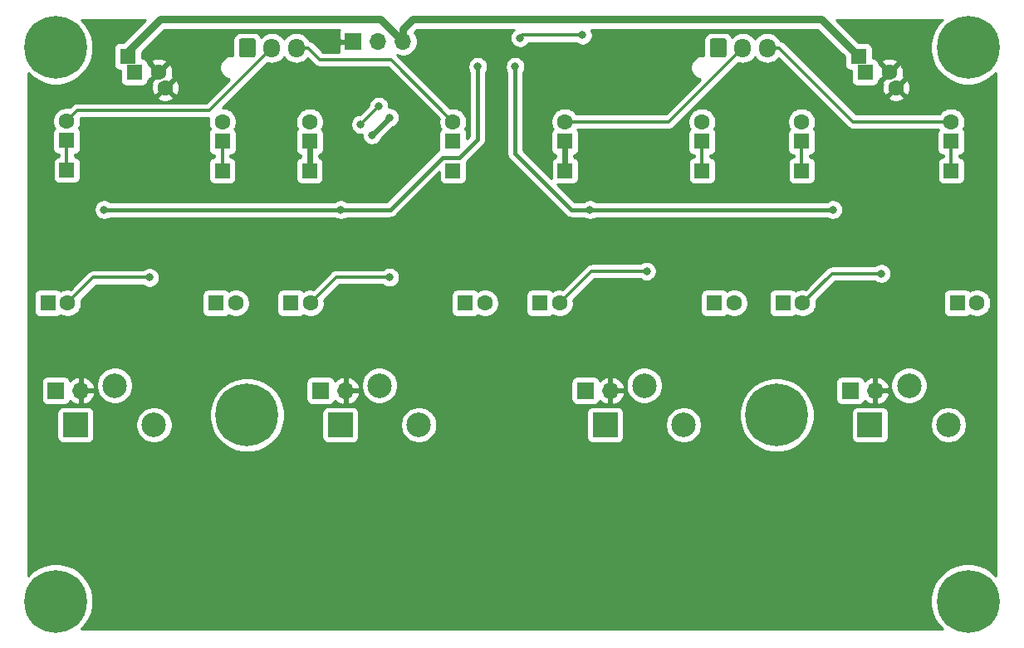
<source format=gbl>
%TF.GenerationSoftware,KiCad,Pcbnew,(5.1.9-0-10_14)*%
%TF.CreationDate,2022-01-19T22:12:48+09:00*%
%TF.ProjectId,BalancedDriverBoard,42616c61-6e63-4656-9444-726976657242,rev?*%
%TF.SameCoordinates,Original*%
%TF.FileFunction,Copper,L2,Bot*%
%TF.FilePolarity,Positive*%
%FSLAX45Y45*%
G04 Gerber Fmt 4.5, Leading zero omitted, Abs format (unit mm)*
G04 Created by KiCad (PCBNEW (5.1.9-0-10_14)) date 2022-01-19 22:12:48*
%MOMM*%
%LPD*%
G01*
G04 APERTURE LIST*
%TA.AperFunction,ComponentPad*%
%ADD10C,2.500000*%
%TD*%
%TA.AperFunction,ComponentPad*%
%ADD11R,2.500000X2.500000*%
%TD*%
%TA.AperFunction,ComponentPad*%
%ADD12R,1.600000X1.600000*%
%TD*%
%TA.AperFunction,ComponentPad*%
%ADD13C,1.600000*%
%TD*%
%TA.AperFunction,ComponentPad*%
%ADD14R,1.524000X1.524000*%
%TD*%
%TA.AperFunction,ComponentPad*%
%ADD15C,6.400000*%
%TD*%
%TA.AperFunction,ComponentPad*%
%ADD16O,1.700000X1.950000*%
%TD*%
%TA.AperFunction,ComponentPad*%
%ADD17R,1.700000X1.700000*%
%TD*%
%TA.AperFunction,ComponentPad*%
%ADD18O,1.700000X1.700000*%
%TD*%
%TA.AperFunction,ComponentPad*%
%ADD19C,0.800000*%
%TD*%
%TA.AperFunction,ViaPad*%
%ADD20C,0.800000*%
%TD*%
%TA.AperFunction,Conductor*%
%ADD21C,0.300000*%
%TD*%
%TA.AperFunction,Conductor*%
%ADD22C,0.600000*%
%TD*%
%TA.AperFunction,Conductor*%
%ADD23C,0.800000*%
%TD*%
%TA.AperFunction,Conductor*%
%ADD24C,0.400000*%
%TD*%
%TA.AperFunction,Conductor*%
%ADD25C,0.254000*%
%TD*%
%TA.AperFunction,Conductor*%
%ADD26C,0.100000*%
%TD*%
G04 APERTURE END LIST*
D10*
X14050000Y-12399000D03*
X14450000Y-12800000D03*
D11*
X13650000Y-12800000D03*
X10950000Y-12800000D03*
D10*
X11750000Y-12800000D03*
X11350000Y-12399000D03*
D11*
X8250000Y-12800000D03*
D10*
X9050000Y-12800000D03*
X8650000Y-12399000D03*
X5950000Y-12399000D03*
X6350000Y-12800000D03*
D11*
X5550000Y-12800000D03*
D12*
X14478000Y-9906000D03*
D13*
X14478000Y-9706000D03*
D14*
X14478000Y-10206000D03*
D12*
X12954000Y-9906000D03*
D13*
X12954000Y-9706000D03*
D14*
X12954000Y-10206000D03*
X10541000Y-10206000D03*
D13*
X10541000Y-9706000D03*
D12*
X10541000Y-9906000D03*
X11938000Y-9906000D03*
D13*
X11938000Y-9706000D03*
D14*
X11938000Y-10206000D03*
X9398000Y-10206000D03*
D13*
X9398000Y-9706000D03*
D12*
X9398000Y-9906000D03*
D14*
X7937500Y-10206000D03*
D13*
X7937500Y-9706000D03*
D12*
X7937500Y-9906000D03*
X5461000Y-9900000D03*
D13*
X5461000Y-9700000D03*
D14*
X5461000Y-10200000D03*
X7048500Y-10206000D03*
D13*
X7048500Y-9706000D03*
D12*
X7048500Y-9906000D03*
D13*
X12963500Y-11557000D03*
D12*
X12763500Y-11557000D03*
X10287000Y-11557000D03*
D13*
X10487000Y-11557000D03*
D12*
X7747000Y-11557000D03*
D13*
X7947000Y-11557000D03*
D12*
X5270500Y-11557000D03*
D13*
X5470500Y-11557000D03*
D12*
X14541500Y-11557000D03*
D13*
X14741500Y-11557000D03*
X12265000Y-11557000D03*
D12*
X12065000Y-11557000D03*
D13*
X9725000Y-11557000D03*
D12*
X9525000Y-11557000D03*
D13*
X7185000Y-11557000D03*
D12*
X6985000Y-11557000D03*
X13600000Y-9200000D03*
D13*
X13850000Y-9200000D03*
D12*
X13532906Y-9040000D03*
D13*
X13917094Y-9360000D03*
X6467094Y-9360000D03*
D12*
X6082906Y-9040000D03*
D13*
X6400000Y-9200000D03*
D12*
X6150000Y-9200000D03*
D15*
X12700000Y-12700000D03*
X5350000Y-8950000D03*
X14650000Y-8950000D03*
D16*
X12603100Y-8953500D03*
X12353100Y-8953500D03*
%TA.AperFunction,ComponentPad*%
G36*
G01*
X12018100Y-9026000D02*
X12018100Y-8881000D01*
G75*
G02*
X12043100Y-8856000I25000J0D01*
G01*
X12163100Y-8856000D01*
G75*
G02*
X12188100Y-8881000I0J-25000D01*
G01*
X12188100Y-9026000D01*
G75*
G02*
X12163100Y-9051000I-25000J0D01*
G01*
X12043100Y-9051000D01*
G75*
G02*
X12018100Y-9026000I0J25000D01*
G01*
G37*
%TD.AperFunction*%
%TA.AperFunction,ComponentPad*%
G36*
G01*
X7217500Y-9026000D02*
X7217500Y-8881000D01*
G75*
G02*
X7242500Y-8856000I25000J0D01*
G01*
X7362500Y-8856000D01*
G75*
G02*
X7387500Y-8881000I0J-25000D01*
G01*
X7387500Y-9026000D01*
G75*
G02*
X7362500Y-9051000I-25000J0D01*
G01*
X7242500Y-9051000D01*
G75*
G02*
X7217500Y-9026000I0J25000D01*
G01*
G37*
%TD.AperFunction*%
X7552500Y-8953500D03*
X7802500Y-8953500D03*
D17*
X8382000Y-8890000D03*
D18*
X8636000Y-8890000D03*
X8890000Y-8890000D03*
D19*
X14819706Y-14430294D03*
X14650000Y-14360000D03*
X14480294Y-14430294D03*
X14410000Y-14600000D03*
X14480294Y-14769706D03*
X14650000Y-14840000D03*
X14819706Y-14769706D03*
X14890000Y-14600000D03*
D15*
X14650000Y-14600000D03*
X7300000Y-12700000D03*
X5350000Y-14600000D03*
D18*
X13704000Y-12450000D03*
D17*
X13450000Y-12450000D03*
X10750000Y-12450000D03*
D18*
X11004000Y-12450000D03*
X8304000Y-12450000D03*
D17*
X8050000Y-12450000D03*
X5350000Y-12450000D03*
D18*
X5604000Y-12450000D03*
D20*
X9850000Y-10050000D03*
X8750300Y-9664700D03*
X8572500Y-9842500D03*
X13766860Y-11256280D03*
X11372910Y-11231500D03*
X8753870Y-11293430D03*
X6305750Y-11296790D03*
X8458200Y-9734550D03*
X8642350Y-9550400D03*
X10033000Y-9144000D03*
X9652000Y-9144000D03*
X10795000Y-10604500D03*
X13271500Y-10604500D03*
X8255000Y-10604500D03*
X5842000Y-10604500D03*
X10720180Y-8824050D03*
X10082740Y-8851070D03*
D21*
X14478000Y-10206000D02*
X14478000Y-9906000D01*
X12603100Y-8953500D02*
X12723130Y-8953500D01*
X12723130Y-8953500D02*
X13475630Y-9706000D01*
X13475630Y-9706000D02*
X14478000Y-9706000D01*
X12954000Y-10206000D02*
X12954000Y-9906000D01*
X10541000Y-9706000D02*
X11600600Y-9706000D01*
X11600600Y-9706000D02*
X12353100Y-8953500D01*
D22*
X10541000Y-9906000D02*
X10541000Y-10206000D01*
D21*
X11938000Y-10206000D02*
X11938000Y-9906000D01*
X7802500Y-8953500D02*
X7922530Y-8953500D01*
X7922530Y-8953500D02*
X8042560Y-9073530D01*
X8042560Y-9073530D02*
X8765530Y-9073530D01*
X8765530Y-9073530D02*
X9398000Y-9706000D01*
D22*
X7937500Y-9906000D02*
X7937500Y-10206000D01*
D21*
X5461000Y-9700000D02*
X5570000Y-9591000D01*
X5570000Y-9591000D02*
X6915000Y-9591000D01*
X6915000Y-9591000D02*
X7552500Y-8953500D01*
X5461000Y-10200000D02*
X5461000Y-9900000D01*
X7048500Y-10206000D02*
X7048500Y-9906000D01*
X13532910Y-9040000D02*
X13532900Y-9040000D01*
D23*
X8890000Y-8890000D02*
X8890000Y-8763000D01*
X8890000Y-8763000D02*
X8990500Y-8662500D01*
X8990500Y-8662500D02*
X13155400Y-8662500D01*
X13155400Y-8662500D02*
X13532900Y-9040000D01*
D22*
X8572500Y-9842500D02*
X8750300Y-9664700D01*
D23*
X6082910Y-9040000D02*
X6082910Y-8991990D01*
X6082910Y-8991990D02*
X6412400Y-8662500D01*
X6412400Y-8662500D02*
X8662500Y-8662500D01*
X8662500Y-8662500D02*
X8890000Y-8890000D01*
D21*
X13766860Y-11256280D02*
X13264220Y-11256280D01*
X13264220Y-11256280D02*
X12963500Y-11557000D01*
X11372910Y-11231500D02*
X10812500Y-11231500D01*
X10812500Y-11231500D02*
X10487000Y-11557000D01*
X8753870Y-11293430D02*
X8210570Y-11293430D01*
X8210570Y-11293430D02*
X7947000Y-11557000D01*
X6305750Y-11296790D02*
X5730710Y-11296790D01*
X5730710Y-11296790D02*
X5470500Y-11557000D01*
X8642350Y-9550400D02*
X8458200Y-9734550D01*
D24*
X8255000Y-10604500D02*
X8756650Y-10604500D01*
X8756650Y-10604500D02*
X9290050Y-10071100D01*
X9290050Y-10071100D02*
X9464900Y-10071100D01*
X9464900Y-10071100D02*
X9652000Y-9884000D01*
X9652000Y-9884000D02*
X9652000Y-9144000D01*
X10795000Y-10604500D02*
X10604500Y-10604500D01*
X10604500Y-10604500D02*
X10033000Y-10033000D01*
X10033000Y-10033000D02*
X10033000Y-9144000D01*
X13271500Y-10604500D02*
X10795000Y-10604500D01*
X5842000Y-10604500D02*
X8255000Y-10604500D01*
D21*
X10720180Y-8824050D02*
X10109760Y-8824050D01*
X10109760Y-8824050D02*
X10082740Y-8851070D01*
X14480290Y-14769710D02*
X14410000Y-14699420D01*
X14410000Y-14699420D02*
X14410000Y-14600000D01*
X14410000Y-14600000D02*
X14480290Y-14529710D01*
X14480290Y-14529710D02*
X14480290Y-14430290D01*
X14890000Y-14600000D02*
X14819710Y-14529710D01*
X14819710Y-14529710D02*
X14819710Y-14430290D01*
X14890000Y-14600000D02*
X14819710Y-14670290D01*
X14819710Y-14670290D02*
X14819710Y-14769710D01*
D25*
X6032336Y-8896193D02*
X6002906Y-8896193D01*
X5990458Y-8897419D01*
X5978488Y-8901050D01*
X5967457Y-8906946D01*
X5957788Y-8914882D01*
X5949853Y-8924551D01*
X5943956Y-8935582D01*
X5940325Y-8947552D01*
X5939099Y-8960000D01*
X5939099Y-9120000D01*
X5940325Y-9132448D01*
X5943956Y-9144418D01*
X5949853Y-9155449D01*
X5957788Y-9165119D01*
X5967457Y-9173054D01*
X5978488Y-9178950D01*
X5990458Y-9182581D01*
X6002906Y-9183807D01*
X6006193Y-9183807D01*
X6006193Y-9280000D01*
X6007419Y-9292448D01*
X6011050Y-9304418D01*
X6016946Y-9315449D01*
X6024881Y-9325119D01*
X6034551Y-9333054D01*
X6045582Y-9338950D01*
X6057552Y-9342581D01*
X6070000Y-9343807D01*
X6230000Y-9343807D01*
X6242448Y-9342581D01*
X6254418Y-9338950D01*
X6265449Y-9333054D01*
X6275118Y-9325119D01*
X6283054Y-9315449D01*
X6288950Y-9304418D01*
X6290512Y-9299270D01*
X6318690Y-9299270D01*
X6325849Y-9323667D01*
X6328006Y-9324688D01*
X6324464Y-9338818D01*
X6323072Y-9367051D01*
X6327215Y-9395013D01*
X6336733Y-9421629D01*
X6343427Y-9434151D01*
X6367823Y-9441310D01*
X6449133Y-9360000D01*
X6485054Y-9360000D01*
X6566364Y-9441310D01*
X6590761Y-9434151D01*
X6602851Y-9408600D01*
X6609724Y-9381182D01*
X6611115Y-9352949D01*
X6606972Y-9324987D01*
X6597454Y-9298371D01*
X6590761Y-9285849D01*
X6566364Y-9278690D01*
X6485054Y-9360000D01*
X6449133Y-9360000D01*
X6447719Y-9358586D01*
X6465679Y-9340625D01*
X6467094Y-9342040D01*
X6548403Y-9260730D01*
X6541245Y-9236333D01*
X6539088Y-9235312D01*
X6542630Y-9221182D01*
X6544022Y-9192949D01*
X6539879Y-9164987D01*
X6530360Y-9138371D01*
X6523667Y-9125849D01*
X6499270Y-9118690D01*
X6417960Y-9200000D01*
X6419375Y-9201414D01*
X6401414Y-9219375D01*
X6400000Y-9217961D01*
X6318690Y-9299270D01*
X6290512Y-9299270D01*
X6292581Y-9292448D01*
X6293807Y-9280000D01*
X6293807Y-9279279D01*
X6300730Y-9281310D01*
X6382039Y-9200000D01*
X6300730Y-9118690D01*
X6293807Y-9120722D01*
X6293807Y-9120000D01*
X6292581Y-9107552D01*
X6290512Y-9100730D01*
X6318690Y-9100730D01*
X6400000Y-9182040D01*
X6481310Y-9100730D01*
X6474151Y-9076333D01*
X6448600Y-9064243D01*
X6421182Y-9057370D01*
X6392949Y-9055978D01*
X6364987Y-9060121D01*
X6338371Y-9069640D01*
X6325849Y-9076333D01*
X6318690Y-9100730D01*
X6290512Y-9100730D01*
X6288950Y-9095582D01*
X6283054Y-9084551D01*
X6275118Y-9074882D01*
X6265449Y-9066946D01*
X6254418Y-9061050D01*
X6242448Y-9057419D01*
X6230000Y-9056193D01*
X6226713Y-9056193D01*
X6226713Y-8994558D01*
X6455271Y-8766000D01*
X8246860Y-8766000D01*
X8243946Y-8769551D01*
X8238050Y-8780582D01*
X8234419Y-8792552D01*
X8233193Y-8805000D01*
X8233500Y-8861425D01*
X8249375Y-8877300D01*
X8369300Y-8877300D01*
X8369300Y-8875300D01*
X8394700Y-8875300D01*
X8394700Y-8877300D01*
X8396700Y-8877300D01*
X8396700Y-8902700D01*
X8394700Y-8902700D01*
X8394700Y-8904700D01*
X8369300Y-8904700D01*
X8369300Y-8902700D01*
X8249375Y-8902700D01*
X8233500Y-8918575D01*
X8233193Y-8975000D01*
X8234419Y-8987448D01*
X8236719Y-8995030D01*
X8075076Y-8995030D01*
X7980765Y-8900719D01*
X7978306Y-8897724D01*
X7966353Y-8887914D01*
X7952716Y-8880625D01*
X7937919Y-8876136D01*
X7936117Y-8875958D01*
X7926571Y-8858099D01*
X7908013Y-8835487D01*
X7885401Y-8816929D01*
X7859603Y-8803140D01*
X7831611Y-8794649D01*
X7802500Y-8791782D01*
X7773389Y-8794649D01*
X7745397Y-8803140D01*
X7719599Y-8816929D01*
X7696987Y-8835487D01*
X7678429Y-8858099D01*
X7677500Y-8859837D01*
X7676571Y-8858099D01*
X7658013Y-8835487D01*
X7635401Y-8816929D01*
X7609603Y-8803140D01*
X7581611Y-8794649D01*
X7552500Y-8791782D01*
X7523389Y-8794649D01*
X7495397Y-8803140D01*
X7469599Y-8816929D01*
X7446987Y-8835487D01*
X7441778Y-8841834D01*
X7436340Y-8831661D01*
X7425296Y-8818204D01*
X7411839Y-8807160D01*
X7396485Y-8798953D01*
X7379825Y-8793899D01*
X7362500Y-8792193D01*
X7242500Y-8792193D01*
X7225175Y-8793899D01*
X7208515Y-8798953D01*
X7193161Y-8807160D01*
X7179704Y-8818204D01*
X7168659Y-8831661D01*
X7160453Y-8847015D01*
X7155399Y-8863675D01*
X7153693Y-8881000D01*
X7153693Y-9026000D01*
X7154087Y-9030000D01*
X7130336Y-9030000D01*
X7106476Y-9034746D01*
X7084001Y-9044056D01*
X7063773Y-9057571D01*
X7046571Y-9074773D01*
X7033056Y-9095001D01*
X7023746Y-9117476D01*
X7019000Y-9141336D01*
X7019000Y-9165664D01*
X7023746Y-9189524D01*
X7033056Y-9211999D01*
X7046571Y-9232227D01*
X7063773Y-9249429D01*
X7084001Y-9262944D01*
X7106476Y-9272254D01*
X7120034Y-9274951D01*
X6882484Y-9512500D01*
X5573856Y-9512500D01*
X5570000Y-9512120D01*
X5566144Y-9512500D01*
X5566144Y-9512500D01*
X5562103Y-9512898D01*
X5554611Y-9513636D01*
X5539814Y-9518125D01*
X5526177Y-9525414D01*
X5514224Y-9535224D01*
X5511766Y-9538219D01*
X5490440Y-9559545D01*
X5475134Y-9556500D01*
X5446867Y-9556500D01*
X5419143Y-9562015D01*
X5393027Y-9572832D01*
X5369524Y-9588536D01*
X5349536Y-9608524D01*
X5333832Y-9632027D01*
X5323015Y-9658143D01*
X5317500Y-9685867D01*
X5317500Y-9714134D01*
X5323015Y-9741857D01*
X5333832Y-9767973D01*
X5337539Y-9773521D01*
X5335882Y-9774882D01*
X5327946Y-9784551D01*
X5322050Y-9795582D01*
X5318419Y-9807552D01*
X5317193Y-9820000D01*
X5317193Y-9980000D01*
X5318419Y-9992448D01*
X5322050Y-10004418D01*
X5327946Y-10015449D01*
X5335882Y-10025119D01*
X5345551Y-10033054D01*
X5356582Y-10038950D01*
X5368552Y-10042581D01*
X5381000Y-10043807D01*
X5382500Y-10043807D01*
X5382500Y-10060219D01*
X5372352Y-10061219D01*
X5360382Y-10064850D01*
X5349351Y-10070746D01*
X5339682Y-10078682D01*
X5331746Y-10088351D01*
X5325850Y-10099382D01*
X5322219Y-10111352D01*
X5320993Y-10123800D01*
X5320993Y-10276200D01*
X5322219Y-10288648D01*
X5325850Y-10300618D01*
X5331746Y-10311649D01*
X5339682Y-10321319D01*
X5349351Y-10329254D01*
X5360382Y-10335150D01*
X5372352Y-10338781D01*
X5384800Y-10340007D01*
X5537200Y-10340007D01*
X5549648Y-10338781D01*
X5561618Y-10335150D01*
X5572649Y-10329254D01*
X5582319Y-10321319D01*
X5590254Y-10311649D01*
X5596150Y-10300618D01*
X5599781Y-10288648D01*
X5601007Y-10276200D01*
X5601007Y-10123800D01*
X5599781Y-10111352D01*
X5596150Y-10099382D01*
X5590254Y-10088351D01*
X5582319Y-10078682D01*
X5572649Y-10070746D01*
X5561618Y-10064850D01*
X5549648Y-10061219D01*
X5539500Y-10060219D01*
X5539500Y-10043807D01*
X5541000Y-10043807D01*
X5553448Y-10042581D01*
X5565418Y-10038950D01*
X5576449Y-10033054D01*
X5586119Y-10025119D01*
X5594054Y-10015449D01*
X5599950Y-10004418D01*
X5603581Y-9992448D01*
X5604807Y-9980000D01*
X5604807Y-9820000D01*
X5603581Y-9807552D01*
X5599950Y-9795582D01*
X5594054Y-9784551D01*
X5586119Y-9774882D01*
X5584461Y-9773521D01*
X5588168Y-9767973D01*
X5598985Y-9741857D01*
X5604500Y-9714134D01*
X5604500Y-9685867D01*
X5601455Y-9670560D01*
X5602516Y-9669500D01*
X6909449Y-9669500D01*
X6905000Y-9691867D01*
X6905000Y-9720134D01*
X6910515Y-9747857D01*
X6921332Y-9773973D01*
X6925039Y-9779521D01*
X6923381Y-9780882D01*
X6915446Y-9790551D01*
X6909550Y-9801582D01*
X6905919Y-9813552D01*
X6904693Y-9826000D01*
X6904693Y-9986000D01*
X6905919Y-9998448D01*
X6909550Y-10010418D01*
X6915446Y-10021449D01*
X6923381Y-10031119D01*
X6933051Y-10039054D01*
X6944082Y-10044950D01*
X6956052Y-10048581D01*
X6968500Y-10049807D01*
X6970000Y-10049807D01*
X6970000Y-10066219D01*
X6959852Y-10067219D01*
X6947882Y-10070850D01*
X6936851Y-10076746D01*
X6927181Y-10084682D01*
X6919246Y-10094351D01*
X6913350Y-10105382D01*
X6909719Y-10117352D01*
X6908493Y-10129800D01*
X6908493Y-10282200D01*
X6909719Y-10294648D01*
X6913350Y-10306618D01*
X6919246Y-10317649D01*
X6927181Y-10327319D01*
X6936851Y-10335254D01*
X6947882Y-10341150D01*
X6959852Y-10344781D01*
X6972300Y-10346007D01*
X7124700Y-10346007D01*
X7137148Y-10344781D01*
X7149118Y-10341150D01*
X7160149Y-10335254D01*
X7169818Y-10327319D01*
X7177754Y-10317649D01*
X7183650Y-10306618D01*
X7187281Y-10294648D01*
X7188507Y-10282200D01*
X7188507Y-10129800D01*
X7187281Y-10117352D01*
X7183650Y-10105382D01*
X7177754Y-10094351D01*
X7169818Y-10084682D01*
X7160149Y-10076746D01*
X7149118Y-10070850D01*
X7137148Y-10067219D01*
X7127000Y-10066219D01*
X7127000Y-10049807D01*
X7128500Y-10049807D01*
X7140948Y-10048581D01*
X7152918Y-10044950D01*
X7163949Y-10039054D01*
X7173618Y-10031119D01*
X7181554Y-10021449D01*
X7187450Y-10010418D01*
X7191081Y-9998448D01*
X7192307Y-9986000D01*
X7192307Y-9826000D01*
X7793693Y-9826000D01*
X7793693Y-9986000D01*
X7794919Y-9998448D01*
X7798550Y-10010418D01*
X7804446Y-10021449D01*
X7812381Y-10031119D01*
X7822051Y-10039054D01*
X7833082Y-10044950D01*
X7844000Y-10048262D01*
X7844000Y-10068691D01*
X7836882Y-10070850D01*
X7825851Y-10076746D01*
X7816181Y-10084682D01*
X7808246Y-10094351D01*
X7802350Y-10105382D01*
X7798719Y-10117352D01*
X7797493Y-10129800D01*
X7797493Y-10282200D01*
X7798719Y-10294648D01*
X7802350Y-10306618D01*
X7808246Y-10317649D01*
X7816181Y-10327319D01*
X7825851Y-10335254D01*
X7836882Y-10341150D01*
X7848852Y-10344781D01*
X7861300Y-10346007D01*
X8013700Y-10346007D01*
X8026148Y-10344781D01*
X8038118Y-10341150D01*
X8049149Y-10335254D01*
X8058818Y-10327319D01*
X8066754Y-10317649D01*
X8072650Y-10306618D01*
X8076281Y-10294648D01*
X8077507Y-10282200D01*
X8077507Y-10129800D01*
X8076281Y-10117352D01*
X8072650Y-10105382D01*
X8066754Y-10094351D01*
X8058818Y-10084682D01*
X8049149Y-10076746D01*
X8038118Y-10070850D01*
X8031000Y-10068691D01*
X8031000Y-10048262D01*
X8041918Y-10044950D01*
X8052949Y-10039054D01*
X8062618Y-10031119D01*
X8070554Y-10021449D01*
X8076450Y-10010418D01*
X8080081Y-9998448D01*
X8081307Y-9986000D01*
X8081307Y-9826000D01*
X8080081Y-9813552D01*
X8076450Y-9801582D01*
X8070554Y-9790551D01*
X8062618Y-9780882D01*
X8060961Y-9779521D01*
X8064668Y-9773973D01*
X8075485Y-9747857D01*
X8080160Y-9724356D01*
X8354700Y-9724356D01*
X8354700Y-9744744D01*
X8358677Y-9764740D01*
X8366479Y-9783576D01*
X8377806Y-9800527D01*
X8392223Y-9814944D01*
X8409174Y-9826271D01*
X8428010Y-9834073D01*
X8448006Y-9838050D01*
X8468394Y-9838050D01*
X8469000Y-9837929D01*
X8469000Y-9852694D01*
X8472977Y-9872690D01*
X8480780Y-9891526D01*
X8492106Y-9908477D01*
X8506523Y-9922894D01*
X8523474Y-9934221D01*
X8542310Y-9942023D01*
X8562306Y-9946000D01*
X8582694Y-9946000D01*
X8602690Y-9942023D01*
X8621526Y-9934221D01*
X8638477Y-9922894D01*
X8652894Y-9908477D01*
X8664221Y-9891526D01*
X8670243Y-9876986D01*
X8784786Y-9762443D01*
X8799326Y-9756421D01*
X8816277Y-9745094D01*
X8830694Y-9730677D01*
X8842021Y-9713726D01*
X8849823Y-9694890D01*
X8853800Y-9674894D01*
X8853800Y-9654506D01*
X8849823Y-9634510D01*
X8842021Y-9615674D01*
X8830694Y-9598723D01*
X8816277Y-9584306D01*
X8799326Y-9572980D01*
X8780490Y-9565177D01*
X8760494Y-9561200D01*
X8745729Y-9561200D01*
X8745850Y-9560594D01*
X8745850Y-9540206D01*
X8741873Y-9520210D01*
X8734071Y-9501374D01*
X8722744Y-9484423D01*
X8708327Y-9470006D01*
X8691376Y-9458680D01*
X8672540Y-9450877D01*
X8652544Y-9446900D01*
X8632156Y-9446900D01*
X8612160Y-9450877D01*
X8593324Y-9458680D01*
X8576373Y-9470006D01*
X8561956Y-9484423D01*
X8550630Y-9501374D01*
X8542827Y-9520210D01*
X8538850Y-9540206D01*
X8538850Y-9542884D01*
X8450684Y-9631050D01*
X8448006Y-9631050D01*
X8428010Y-9635027D01*
X8409174Y-9642830D01*
X8392223Y-9654156D01*
X8377806Y-9668573D01*
X8366479Y-9685524D01*
X8358677Y-9704360D01*
X8354700Y-9724356D01*
X8080160Y-9724356D01*
X8081000Y-9720134D01*
X8081000Y-9691867D01*
X8075485Y-9664143D01*
X8064668Y-9638027D01*
X8048964Y-9614524D01*
X8028976Y-9594536D01*
X8005473Y-9578832D01*
X7979357Y-9568015D01*
X7951633Y-9562500D01*
X7923366Y-9562500D01*
X7895643Y-9568015D01*
X7869527Y-9578832D01*
X7846024Y-9594536D01*
X7826036Y-9614524D01*
X7810332Y-9638027D01*
X7799515Y-9664143D01*
X7794000Y-9691867D01*
X7794000Y-9720134D01*
X7799515Y-9747857D01*
X7810332Y-9773973D01*
X7814039Y-9779521D01*
X7812381Y-9780882D01*
X7804446Y-9790551D01*
X7798550Y-9801582D01*
X7794919Y-9813552D01*
X7793693Y-9826000D01*
X7192307Y-9826000D01*
X7191081Y-9813552D01*
X7187450Y-9801582D01*
X7181554Y-9790551D01*
X7173618Y-9780882D01*
X7171961Y-9779521D01*
X7175668Y-9773973D01*
X7186485Y-9747857D01*
X7192000Y-9720134D01*
X7192000Y-9691867D01*
X7186485Y-9664143D01*
X7175668Y-9638027D01*
X7159964Y-9614524D01*
X7139976Y-9594536D01*
X7116473Y-9578832D01*
X7090357Y-9568015D01*
X7062633Y-9562500D01*
X7054516Y-9562500D01*
X7509022Y-9107993D01*
X7523389Y-9112351D01*
X7552500Y-9115219D01*
X7581611Y-9112351D01*
X7609603Y-9103860D01*
X7635401Y-9090071D01*
X7658013Y-9071513D01*
X7676571Y-9048901D01*
X7677500Y-9047163D01*
X7678429Y-9048901D01*
X7696987Y-9071513D01*
X7719599Y-9090071D01*
X7745397Y-9103860D01*
X7773389Y-9112351D01*
X7802500Y-9115219D01*
X7831611Y-9112351D01*
X7859603Y-9103860D01*
X7885401Y-9090071D01*
X7908013Y-9071513D01*
X7917711Y-9059697D01*
X7984325Y-9126311D01*
X7986784Y-9129306D01*
X7998737Y-9139116D01*
X8012374Y-9146405D01*
X8027171Y-9150894D01*
X8034663Y-9151632D01*
X8038704Y-9152030D01*
X8038704Y-9152030D01*
X8042560Y-9152410D01*
X8046416Y-9152030D01*
X8733014Y-9152030D01*
X9257545Y-9676560D01*
X9254500Y-9691867D01*
X9254500Y-9720134D01*
X9260015Y-9747857D01*
X9270832Y-9773973D01*
X9274539Y-9779521D01*
X9272882Y-9780882D01*
X9264946Y-9790551D01*
X9259050Y-9801582D01*
X9255419Y-9813552D01*
X9254193Y-9826000D01*
X9254193Y-9986000D01*
X9255090Y-9995107D01*
X9243435Y-10001336D01*
X9230721Y-10011771D01*
X9228106Y-10014957D01*
X8722063Y-10521000D01*
X8316328Y-10521000D01*
X8304026Y-10512780D01*
X8285190Y-10504977D01*
X8265194Y-10501000D01*
X8244806Y-10501000D01*
X8224810Y-10504977D01*
X8205974Y-10512780D01*
X8193671Y-10521000D01*
X5903328Y-10521000D01*
X5891026Y-10512780D01*
X5872190Y-10504977D01*
X5852194Y-10501000D01*
X5831806Y-10501000D01*
X5811810Y-10504977D01*
X5792974Y-10512780D01*
X5776023Y-10524106D01*
X5761606Y-10538523D01*
X5750279Y-10555474D01*
X5742477Y-10574310D01*
X5738500Y-10594306D01*
X5738500Y-10614694D01*
X5742477Y-10634690D01*
X5750279Y-10653526D01*
X5761606Y-10670477D01*
X5776023Y-10684894D01*
X5792974Y-10696221D01*
X5811810Y-10704023D01*
X5831806Y-10708000D01*
X5852194Y-10708000D01*
X5872190Y-10704023D01*
X5891026Y-10696221D01*
X5903328Y-10688000D01*
X8193671Y-10688000D01*
X8205974Y-10696221D01*
X8224810Y-10704023D01*
X8244806Y-10708000D01*
X8265194Y-10708000D01*
X8285190Y-10704023D01*
X8304026Y-10696221D01*
X8316328Y-10688000D01*
X8752548Y-10688000D01*
X8756650Y-10688404D01*
X8760752Y-10688000D01*
X8760752Y-10688000D01*
X8773019Y-10686792D01*
X8788759Y-10682017D01*
X8803265Y-10674264D01*
X8815979Y-10663829D01*
X8818595Y-10660642D01*
X9257993Y-10221244D01*
X9257993Y-10282200D01*
X9259219Y-10294648D01*
X9262850Y-10306618D01*
X9268746Y-10317649D01*
X9276682Y-10327319D01*
X9286351Y-10335254D01*
X9297382Y-10341150D01*
X9309352Y-10344781D01*
X9321800Y-10346007D01*
X9474200Y-10346007D01*
X9486648Y-10344781D01*
X9498618Y-10341150D01*
X9509649Y-10335254D01*
X9519319Y-10327319D01*
X9527254Y-10317649D01*
X9533150Y-10306618D01*
X9536781Y-10294648D01*
X9538007Y-10282200D01*
X9538007Y-10129800D01*
X9536781Y-10117352D01*
X9536770Y-10117316D01*
X9708143Y-9945944D01*
X9711329Y-9943329D01*
X9721764Y-9930615D01*
X9729517Y-9916109D01*
X9734292Y-9900369D01*
X9735500Y-9888102D01*
X9735500Y-9888102D01*
X9735904Y-9884000D01*
X9735500Y-9879898D01*
X9735500Y-9205329D01*
X9743721Y-9193026D01*
X9751523Y-9174190D01*
X9755500Y-9154194D01*
X9755500Y-9133806D01*
X9929500Y-9133806D01*
X9929500Y-9154194D01*
X9933477Y-9174190D01*
X9941280Y-9193026D01*
X9949500Y-9205329D01*
X9949500Y-10028898D01*
X9949096Y-10033000D01*
X9949686Y-10038991D01*
X9950708Y-10049369D01*
X9955483Y-10065109D01*
X9963236Y-10079615D01*
X9973671Y-10092329D01*
X9976858Y-10094945D01*
X10542556Y-10660643D01*
X10545171Y-10663829D01*
X10557885Y-10674264D01*
X10572391Y-10682017D01*
X10588131Y-10686792D01*
X10600398Y-10688000D01*
X10600398Y-10688000D01*
X10604500Y-10688404D01*
X10608602Y-10688000D01*
X10733672Y-10688000D01*
X10745974Y-10696221D01*
X10764810Y-10704023D01*
X10784806Y-10708000D01*
X10805194Y-10708000D01*
X10825190Y-10704023D01*
X10844026Y-10696221D01*
X10856329Y-10688000D01*
X13210171Y-10688000D01*
X13222474Y-10696221D01*
X13241310Y-10704023D01*
X13261306Y-10708000D01*
X13281694Y-10708000D01*
X13301690Y-10704023D01*
X13320526Y-10696221D01*
X13337477Y-10684894D01*
X13351894Y-10670477D01*
X13363220Y-10653526D01*
X13371023Y-10634690D01*
X13375000Y-10614694D01*
X13375000Y-10594306D01*
X13371023Y-10574310D01*
X13363220Y-10555474D01*
X13351894Y-10538523D01*
X13337477Y-10524106D01*
X13320526Y-10512780D01*
X13301690Y-10504977D01*
X13281694Y-10501000D01*
X13261306Y-10501000D01*
X13241310Y-10504977D01*
X13222474Y-10512780D01*
X13210171Y-10521000D01*
X10856329Y-10521000D01*
X10844026Y-10512780D01*
X10825190Y-10504977D01*
X10805194Y-10501000D01*
X10784806Y-10501000D01*
X10764810Y-10504977D01*
X10745974Y-10512780D01*
X10733672Y-10521000D01*
X10639087Y-10521000D01*
X10464017Y-10345930D01*
X10464800Y-10346007D01*
X10617200Y-10346007D01*
X10629648Y-10344781D01*
X10641618Y-10341150D01*
X10652649Y-10335254D01*
X10662319Y-10327319D01*
X10670254Y-10317649D01*
X10676150Y-10306618D01*
X10679781Y-10294648D01*
X10681007Y-10282200D01*
X10681007Y-10129800D01*
X10679781Y-10117352D01*
X10676150Y-10105382D01*
X10670254Y-10094351D01*
X10662319Y-10084682D01*
X10652649Y-10076746D01*
X10641618Y-10070850D01*
X10634500Y-10068691D01*
X10634500Y-10048262D01*
X10645418Y-10044950D01*
X10656449Y-10039054D01*
X10666119Y-10031119D01*
X10674054Y-10021449D01*
X10679950Y-10010418D01*
X10683581Y-9998448D01*
X10684807Y-9986000D01*
X10684807Y-9826000D01*
X11794193Y-9826000D01*
X11794193Y-9986000D01*
X11795419Y-9998448D01*
X11799050Y-10010418D01*
X11804946Y-10021449D01*
X11812881Y-10031119D01*
X11822551Y-10039054D01*
X11833582Y-10044950D01*
X11845552Y-10048581D01*
X11858000Y-10049807D01*
X11859500Y-10049807D01*
X11859500Y-10066219D01*
X11849352Y-10067219D01*
X11837382Y-10070850D01*
X11826351Y-10076746D01*
X11816681Y-10084682D01*
X11808746Y-10094351D01*
X11802850Y-10105382D01*
X11799219Y-10117352D01*
X11797993Y-10129800D01*
X11797993Y-10282200D01*
X11799219Y-10294648D01*
X11802850Y-10306618D01*
X11808746Y-10317649D01*
X11816681Y-10327319D01*
X11826351Y-10335254D01*
X11837382Y-10341150D01*
X11849352Y-10344781D01*
X11861800Y-10346007D01*
X12014200Y-10346007D01*
X12026648Y-10344781D01*
X12038618Y-10341150D01*
X12049649Y-10335254D01*
X12059318Y-10327319D01*
X12067254Y-10317649D01*
X12073150Y-10306618D01*
X12076781Y-10294648D01*
X12078007Y-10282200D01*
X12078007Y-10129800D01*
X12076781Y-10117352D01*
X12073150Y-10105382D01*
X12067254Y-10094351D01*
X12059318Y-10084682D01*
X12049649Y-10076746D01*
X12038618Y-10070850D01*
X12026648Y-10067219D01*
X12016500Y-10066219D01*
X12016500Y-10049807D01*
X12018000Y-10049807D01*
X12030448Y-10048581D01*
X12042418Y-10044950D01*
X12053449Y-10039054D01*
X12063118Y-10031119D01*
X12071054Y-10021449D01*
X12076950Y-10010418D01*
X12080581Y-9998448D01*
X12081807Y-9986000D01*
X12081807Y-9826000D01*
X12810193Y-9826000D01*
X12810193Y-9986000D01*
X12811419Y-9998448D01*
X12815050Y-10010418D01*
X12820946Y-10021449D01*
X12828881Y-10031119D01*
X12838551Y-10039054D01*
X12849582Y-10044950D01*
X12861552Y-10048581D01*
X12874000Y-10049807D01*
X12875500Y-10049807D01*
X12875500Y-10066219D01*
X12865352Y-10067219D01*
X12853382Y-10070850D01*
X12842351Y-10076746D01*
X12832681Y-10084682D01*
X12824746Y-10094351D01*
X12818850Y-10105382D01*
X12815219Y-10117352D01*
X12813993Y-10129800D01*
X12813993Y-10282200D01*
X12815219Y-10294648D01*
X12818850Y-10306618D01*
X12824746Y-10317649D01*
X12832681Y-10327319D01*
X12842351Y-10335254D01*
X12853382Y-10341150D01*
X12865352Y-10344781D01*
X12877800Y-10346007D01*
X13030200Y-10346007D01*
X13042648Y-10344781D01*
X13054618Y-10341150D01*
X13065649Y-10335254D01*
X13075318Y-10327319D01*
X13083254Y-10317649D01*
X13089150Y-10306618D01*
X13092781Y-10294648D01*
X13094007Y-10282200D01*
X13094007Y-10129800D01*
X13092781Y-10117352D01*
X13089150Y-10105382D01*
X13083254Y-10094351D01*
X13075318Y-10084682D01*
X13065649Y-10076746D01*
X13054618Y-10070850D01*
X13042648Y-10067219D01*
X13032500Y-10066219D01*
X13032500Y-10049807D01*
X13034000Y-10049807D01*
X13046448Y-10048581D01*
X13058418Y-10044950D01*
X13069449Y-10039054D01*
X13079118Y-10031119D01*
X13087054Y-10021449D01*
X13092950Y-10010418D01*
X13096581Y-9998448D01*
X13097807Y-9986000D01*
X13097807Y-9826000D01*
X13096581Y-9813552D01*
X13092950Y-9801582D01*
X13087054Y-9790551D01*
X13079118Y-9780882D01*
X13077461Y-9779521D01*
X13081168Y-9773973D01*
X13091985Y-9747857D01*
X13097500Y-9720134D01*
X13097500Y-9691867D01*
X13091985Y-9664143D01*
X13081168Y-9638027D01*
X13065464Y-9614524D01*
X13045476Y-9594536D01*
X13021973Y-9578832D01*
X12995857Y-9568015D01*
X12968133Y-9562500D01*
X12939866Y-9562500D01*
X12912143Y-9568015D01*
X12886027Y-9578832D01*
X12862524Y-9594536D01*
X12842536Y-9614524D01*
X12826832Y-9638027D01*
X12816015Y-9664143D01*
X12810500Y-9691867D01*
X12810500Y-9720134D01*
X12816015Y-9747857D01*
X12826832Y-9773973D01*
X12830539Y-9779521D01*
X12828881Y-9780882D01*
X12820946Y-9790551D01*
X12815050Y-9801582D01*
X12811419Y-9813552D01*
X12810193Y-9826000D01*
X12081807Y-9826000D01*
X12080581Y-9813552D01*
X12076950Y-9801582D01*
X12071054Y-9790551D01*
X12063118Y-9780882D01*
X12061461Y-9779521D01*
X12065168Y-9773973D01*
X12075985Y-9747857D01*
X12081500Y-9720134D01*
X12081500Y-9691867D01*
X12075985Y-9664143D01*
X12065168Y-9638027D01*
X12049464Y-9614524D01*
X12029476Y-9594536D01*
X12005973Y-9578832D01*
X11979857Y-9568015D01*
X11952133Y-9562500D01*
X11923866Y-9562500D01*
X11896143Y-9568015D01*
X11870027Y-9578832D01*
X11846524Y-9594536D01*
X11826536Y-9614524D01*
X11810832Y-9638027D01*
X11800015Y-9664143D01*
X11794500Y-9691867D01*
X11794500Y-9720134D01*
X11800015Y-9747857D01*
X11810832Y-9773973D01*
X11814539Y-9779521D01*
X11812881Y-9780882D01*
X11804946Y-9790551D01*
X11799050Y-9801582D01*
X11795419Y-9813552D01*
X11794193Y-9826000D01*
X10684807Y-9826000D01*
X10683581Y-9813552D01*
X10679950Y-9801582D01*
X10674054Y-9790551D01*
X10669088Y-9784500D01*
X11596745Y-9784500D01*
X11600600Y-9784880D01*
X11604455Y-9784500D01*
X11604456Y-9784500D01*
X11615989Y-9783364D01*
X11630786Y-9778875D01*
X11644423Y-9771586D01*
X11656376Y-9761776D01*
X11658835Y-9758781D01*
X12309622Y-9107993D01*
X12323989Y-9112351D01*
X12353100Y-9115219D01*
X12382211Y-9112351D01*
X12410203Y-9103860D01*
X12436001Y-9090071D01*
X12458613Y-9071513D01*
X12477171Y-9048901D01*
X12478100Y-9047163D01*
X12479029Y-9048901D01*
X12497587Y-9071513D01*
X12520199Y-9090071D01*
X12545997Y-9103860D01*
X12573989Y-9112351D01*
X12603100Y-9115219D01*
X12632211Y-9112351D01*
X12660203Y-9103860D01*
X12686001Y-9090071D01*
X12708613Y-9071513D01*
X12718311Y-9059697D01*
X13417396Y-9758782D01*
X13419854Y-9761776D01*
X13422848Y-9764234D01*
X13422849Y-9764235D01*
X13425786Y-9766645D01*
X13431807Y-9771586D01*
X13445444Y-9778875D01*
X13460241Y-9783364D01*
X13471774Y-9784500D01*
X13471775Y-9784500D01*
X13475630Y-9784880D01*
X13479485Y-9784500D01*
X14349912Y-9784500D01*
X14344946Y-9790551D01*
X14339050Y-9801582D01*
X14335419Y-9813552D01*
X14334193Y-9826000D01*
X14334193Y-9986000D01*
X14335419Y-9998448D01*
X14339050Y-10010418D01*
X14344946Y-10021449D01*
X14352881Y-10031119D01*
X14362551Y-10039054D01*
X14373582Y-10044950D01*
X14385552Y-10048581D01*
X14398000Y-10049807D01*
X14399500Y-10049807D01*
X14399500Y-10066219D01*
X14389352Y-10067219D01*
X14377382Y-10070850D01*
X14366351Y-10076746D01*
X14356681Y-10084682D01*
X14348746Y-10094351D01*
X14342850Y-10105382D01*
X14339219Y-10117352D01*
X14337993Y-10129800D01*
X14337993Y-10282200D01*
X14339219Y-10294648D01*
X14342850Y-10306618D01*
X14348746Y-10317649D01*
X14356681Y-10327319D01*
X14366351Y-10335254D01*
X14377382Y-10341150D01*
X14389352Y-10344781D01*
X14401800Y-10346007D01*
X14554200Y-10346007D01*
X14566648Y-10344781D01*
X14578618Y-10341150D01*
X14589649Y-10335254D01*
X14599318Y-10327319D01*
X14607254Y-10317649D01*
X14613150Y-10306618D01*
X14616781Y-10294648D01*
X14618007Y-10282200D01*
X14618007Y-10129800D01*
X14616781Y-10117352D01*
X14613150Y-10105382D01*
X14607254Y-10094351D01*
X14599318Y-10084682D01*
X14589649Y-10076746D01*
X14578618Y-10070850D01*
X14566648Y-10067219D01*
X14556500Y-10066219D01*
X14556500Y-10049807D01*
X14558000Y-10049807D01*
X14570448Y-10048581D01*
X14582418Y-10044950D01*
X14593449Y-10039054D01*
X14603118Y-10031119D01*
X14611054Y-10021449D01*
X14616950Y-10010418D01*
X14620581Y-9998448D01*
X14621807Y-9986000D01*
X14621807Y-9826000D01*
X14620581Y-9813552D01*
X14616950Y-9801582D01*
X14611054Y-9790551D01*
X14603118Y-9780882D01*
X14601461Y-9779521D01*
X14605168Y-9773973D01*
X14615985Y-9747857D01*
X14621500Y-9720134D01*
X14621500Y-9691867D01*
X14615985Y-9664143D01*
X14605168Y-9638027D01*
X14589464Y-9614524D01*
X14569476Y-9594536D01*
X14545973Y-9578832D01*
X14519857Y-9568015D01*
X14492133Y-9562500D01*
X14463866Y-9562500D01*
X14436143Y-9568015D01*
X14410027Y-9578832D01*
X14386524Y-9594536D01*
X14366536Y-9614524D01*
X14357866Y-9627500D01*
X13508146Y-9627500D01*
X13339916Y-9459270D01*
X13835784Y-9459270D01*
X13842942Y-9483667D01*
X13868493Y-9495757D01*
X13895912Y-9502630D01*
X13924145Y-9504022D01*
X13952107Y-9499879D01*
X13978723Y-9490360D01*
X13991245Y-9483667D01*
X13998403Y-9459270D01*
X13917094Y-9377961D01*
X13835784Y-9459270D01*
X13339916Y-9459270D01*
X12781365Y-8900719D01*
X12778906Y-8897724D01*
X12766953Y-8887914D01*
X12753316Y-8880625D01*
X12738519Y-8876136D01*
X12736717Y-8875958D01*
X12727171Y-8858099D01*
X12708613Y-8835487D01*
X12686001Y-8816929D01*
X12660203Y-8803140D01*
X12632211Y-8794649D01*
X12603100Y-8791782D01*
X12573989Y-8794649D01*
X12545997Y-8803140D01*
X12520199Y-8816929D01*
X12497587Y-8835487D01*
X12479029Y-8858099D01*
X12478100Y-8859837D01*
X12477171Y-8858099D01*
X12458613Y-8835487D01*
X12436001Y-8816929D01*
X12410203Y-8803140D01*
X12382211Y-8794649D01*
X12353100Y-8791782D01*
X12323989Y-8794649D01*
X12295997Y-8803140D01*
X12270199Y-8816929D01*
X12247587Y-8835487D01*
X12242378Y-8841834D01*
X12236940Y-8831661D01*
X12225896Y-8818204D01*
X12212439Y-8807160D01*
X12197085Y-8798953D01*
X12180425Y-8793899D01*
X12163100Y-8792193D01*
X12043100Y-8792193D01*
X12025775Y-8793899D01*
X12009115Y-8798953D01*
X11993761Y-8807160D01*
X11980304Y-8818204D01*
X11969259Y-8831661D01*
X11961053Y-8847015D01*
X11955999Y-8863675D01*
X11954293Y-8881000D01*
X11954293Y-9026000D01*
X11954687Y-9030000D01*
X11930936Y-9030000D01*
X11907076Y-9034746D01*
X11884601Y-9044056D01*
X11864373Y-9057571D01*
X11847171Y-9074773D01*
X11833656Y-9095001D01*
X11824346Y-9117476D01*
X11819600Y-9141336D01*
X11819600Y-9165664D01*
X11824346Y-9189524D01*
X11833656Y-9211999D01*
X11847171Y-9232227D01*
X11864373Y-9249429D01*
X11884601Y-9262944D01*
X11907076Y-9272254D01*
X11920634Y-9274951D01*
X11568084Y-9627500D01*
X10661134Y-9627500D01*
X10652464Y-9614524D01*
X10632476Y-9594536D01*
X10608973Y-9578832D01*
X10582857Y-9568015D01*
X10555134Y-9562500D01*
X10526867Y-9562500D01*
X10499143Y-9568015D01*
X10473027Y-9578832D01*
X10449524Y-9594536D01*
X10429536Y-9614524D01*
X10413832Y-9638027D01*
X10403015Y-9664143D01*
X10397500Y-9691867D01*
X10397500Y-9720134D01*
X10403015Y-9747857D01*
X10413832Y-9773973D01*
X10417539Y-9779521D01*
X10415882Y-9780882D01*
X10407946Y-9790551D01*
X10402050Y-9801582D01*
X10398419Y-9813552D01*
X10397193Y-9826000D01*
X10397193Y-9986000D01*
X10398419Y-9998448D01*
X10402050Y-10010418D01*
X10407946Y-10021449D01*
X10415882Y-10031119D01*
X10425551Y-10039054D01*
X10436582Y-10044950D01*
X10447500Y-10048262D01*
X10447500Y-10068691D01*
X10440382Y-10070850D01*
X10429351Y-10076746D01*
X10419682Y-10084682D01*
X10411746Y-10094351D01*
X10405850Y-10105382D01*
X10402219Y-10117352D01*
X10400993Y-10129800D01*
X10400993Y-10282200D01*
X10401070Y-10282983D01*
X10116500Y-9998413D01*
X10116500Y-9205329D01*
X10124721Y-9193026D01*
X10132523Y-9174190D01*
X10136500Y-9154194D01*
X10136500Y-9133806D01*
X10132523Y-9113810D01*
X10124721Y-9094974D01*
X10113394Y-9078023D01*
X10098977Y-9063606D01*
X10082026Y-9052280D01*
X10063190Y-9044477D01*
X10043194Y-9040500D01*
X10022806Y-9040500D01*
X10002810Y-9044477D01*
X9983974Y-9052280D01*
X9967023Y-9063606D01*
X9952606Y-9078023D01*
X9941280Y-9094974D01*
X9933477Y-9113810D01*
X9929500Y-9133806D01*
X9755500Y-9133806D01*
X9751523Y-9113810D01*
X9743721Y-9094974D01*
X9732394Y-9078023D01*
X9717977Y-9063606D01*
X9701026Y-9052280D01*
X9682190Y-9044477D01*
X9662194Y-9040500D01*
X9641806Y-9040500D01*
X9621810Y-9044477D01*
X9602974Y-9052280D01*
X9586023Y-9063606D01*
X9571606Y-9078023D01*
X9560280Y-9094974D01*
X9552477Y-9113810D01*
X9548500Y-9133806D01*
X9548500Y-9154194D01*
X9552477Y-9174190D01*
X9560280Y-9193026D01*
X9568500Y-9205329D01*
X9568500Y-9849413D01*
X9541807Y-9876106D01*
X9541807Y-9826000D01*
X9540581Y-9813552D01*
X9536950Y-9801582D01*
X9531054Y-9790551D01*
X9523119Y-9780882D01*
X9521461Y-9779521D01*
X9525168Y-9773973D01*
X9535985Y-9747857D01*
X9541500Y-9720134D01*
X9541500Y-9691867D01*
X9535985Y-9664143D01*
X9525168Y-9638027D01*
X9509464Y-9614524D01*
X9489476Y-9594536D01*
X9465973Y-9578832D01*
X9439857Y-9568015D01*
X9412134Y-9562500D01*
X9383867Y-9562500D01*
X9368560Y-9565545D01*
X8828119Y-9025103D01*
X8846684Y-9032793D01*
X8875374Y-9038500D01*
X8904626Y-9038500D01*
X8933316Y-9032793D01*
X8960341Y-9021599D01*
X8984663Y-9005348D01*
X9005348Y-8984663D01*
X9021599Y-8960341D01*
X9032793Y-8933316D01*
X9038500Y-8904626D01*
X9038500Y-8875374D01*
X9032793Y-8846684D01*
X9021599Y-8819659D01*
X9005348Y-8795337D01*
X9004691Y-8794680D01*
X9033371Y-8766000D01*
X10023761Y-8766000D01*
X10016763Y-8770676D01*
X10002346Y-8785093D01*
X9991020Y-8802044D01*
X9983217Y-8820880D01*
X9979240Y-8840876D01*
X9979240Y-8861264D01*
X9983217Y-8881260D01*
X9991020Y-8900096D01*
X10002346Y-8917047D01*
X10016763Y-8931464D01*
X10033714Y-8942791D01*
X10052550Y-8950593D01*
X10072546Y-8954570D01*
X10092934Y-8954570D01*
X10112930Y-8950593D01*
X10131766Y-8942791D01*
X10148717Y-8931464D01*
X10163134Y-8917047D01*
X10172821Y-8902550D01*
X10652309Y-8902550D01*
X10654203Y-8904444D01*
X10671154Y-8915771D01*
X10689990Y-8923573D01*
X10709986Y-8927550D01*
X10730374Y-8927550D01*
X10750370Y-8923573D01*
X10769206Y-8915771D01*
X10786157Y-8904444D01*
X10800574Y-8890027D01*
X10811901Y-8873076D01*
X10819703Y-8854240D01*
X10823680Y-8834244D01*
X10823680Y-8813856D01*
X10819703Y-8793860D01*
X10811901Y-8775024D01*
X10805871Y-8766000D01*
X13112529Y-8766000D01*
X13389099Y-9042570D01*
X13389099Y-9120000D01*
X13390325Y-9132448D01*
X13393956Y-9144418D01*
X13399853Y-9155449D01*
X13407788Y-9165119D01*
X13417457Y-9173054D01*
X13428488Y-9178950D01*
X13440458Y-9182581D01*
X13452906Y-9183807D01*
X13456193Y-9183807D01*
X13456193Y-9280000D01*
X13457419Y-9292448D01*
X13461050Y-9304418D01*
X13466946Y-9315449D01*
X13474881Y-9325119D01*
X13484551Y-9333054D01*
X13495582Y-9338950D01*
X13507552Y-9342581D01*
X13520000Y-9343807D01*
X13680000Y-9343807D01*
X13692448Y-9342581D01*
X13704418Y-9338950D01*
X13715449Y-9333054D01*
X13725118Y-9325119D01*
X13733054Y-9315449D01*
X13738950Y-9304418D01*
X13740512Y-9299270D01*
X13768690Y-9299270D01*
X13775849Y-9323667D01*
X13778006Y-9324688D01*
X13774464Y-9338818D01*
X13773072Y-9367051D01*
X13777215Y-9395013D01*
X13786733Y-9421629D01*
X13793427Y-9434151D01*
X13817823Y-9441310D01*
X13899133Y-9360000D01*
X13935054Y-9360000D01*
X14016364Y-9441310D01*
X14040761Y-9434151D01*
X14052851Y-9408600D01*
X14059724Y-9381182D01*
X14061115Y-9352949D01*
X14056972Y-9324987D01*
X14047454Y-9298371D01*
X14040761Y-9285849D01*
X14016364Y-9278690D01*
X13935054Y-9360000D01*
X13899133Y-9360000D01*
X13897719Y-9358586D01*
X13915679Y-9340625D01*
X13917094Y-9342040D01*
X13998403Y-9260730D01*
X13991245Y-9236333D01*
X13989088Y-9235312D01*
X13992630Y-9221182D01*
X13994022Y-9192949D01*
X13989879Y-9164987D01*
X13980360Y-9138371D01*
X13973667Y-9125849D01*
X13949270Y-9118690D01*
X13867960Y-9200000D01*
X13869375Y-9201414D01*
X13851414Y-9219375D01*
X13850000Y-9217961D01*
X13768690Y-9299270D01*
X13740512Y-9299270D01*
X13742581Y-9292448D01*
X13743807Y-9280000D01*
X13743807Y-9279279D01*
X13750730Y-9281310D01*
X13832039Y-9200000D01*
X13750730Y-9118690D01*
X13743807Y-9120722D01*
X13743807Y-9120000D01*
X13742581Y-9107552D01*
X13740512Y-9100730D01*
X13768690Y-9100730D01*
X13850000Y-9182040D01*
X13931310Y-9100730D01*
X13924151Y-9076333D01*
X13898600Y-9064243D01*
X13871182Y-9057370D01*
X13842949Y-9055978D01*
X13814987Y-9060121D01*
X13788371Y-9069640D01*
X13775849Y-9076333D01*
X13768690Y-9100730D01*
X13740512Y-9100730D01*
X13738950Y-9095582D01*
X13733054Y-9084551D01*
X13725118Y-9074882D01*
X13715449Y-9066946D01*
X13704418Y-9061050D01*
X13692448Y-9057419D01*
X13680000Y-9056193D01*
X13676713Y-9056193D01*
X13676713Y-8960000D01*
X13675487Y-8947552D01*
X13671856Y-8935582D01*
X13665960Y-8924551D01*
X13658025Y-8914882D01*
X13648356Y-8906946D01*
X13637324Y-8901050D01*
X13625354Y-8897419D01*
X13612906Y-8896193D01*
X13535464Y-8896193D01*
X13305271Y-8666000D01*
X14391649Y-8666000D01*
X14352116Y-8705533D01*
X14310147Y-8768345D01*
X14281238Y-8838137D01*
X14266500Y-8912229D01*
X14266500Y-8987772D01*
X14281238Y-9061863D01*
X14310147Y-9131655D01*
X14352116Y-9194467D01*
X14405533Y-9247884D01*
X14468345Y-9289853D01*
X14538137Y-9318762D01*
X14612228Y-9333500D01*
X14687771Y-9333500D01*
X14761863Y-9318762D01*
X14831655Y-9289853D01*
X14894467Y-9247884D01*
X14934000Y-9208351D01*
X14934000Y-14341649D01*
X14894467Y-14302116D01*
X14831655Y-14260147D01*
X14761863Y-14231238D01*
X14687771Y-14216500D01*
X14612228Y-14216500D01*
X14538137Y-14231238D01*
X14468345Y-14260147D01*
X14405533Y-14302116D01*
X14352116Y-14355533D01*
X14310147Y-14418345D01*
X14281238Y-14488137D01*
X14266500Y-14562228D01*
X14266500Y-14637771D01*
X14281238Y-14711863D01*
X14310147Y-14781655D01*
X14352116Y-14844467D01*
X14391649Y-14884000D01*
X5608351Y-14884000D01*
X5647884Y-14844467D01*
X5689853Y-14781655D01*
X5718762Y-14711863D01*
X5733500Y-14637771D01*
X5733500Y-14562228D01*
X5718762Y-14488137D01*
X5689853Y-14418345D01*
X5647884Y-14355533D01*
X5594467Y-14302116D01*
X5531655Y-14260147D01*
X5461863Y-14231238D01*
X5387772Y-14216500D01*
X5312229Y-14216500D01*
X5238137Y-14231238D01*
X5168345Y-14260147D01*
X5105533Y-14302116D01*
X5066000Y-14341649D01*
X5066000Y-12675000D01*
X5361193Y-12675000D01*
X5361193Y-12925000D01*
X5362419Y-12937448D01*
X5366050Y-12949418D01*
X5371946Y-12960449D01*
X5379882Y-12970118D01*
X5389551Y-12978054D01*
X5400582Y-12983950D01*
X5412552Y-12987581D01*
X5425000Y-12988807D01*
X5675000Y-12988807D01*
X5687448Y-12987581D01*
X5699418Y-12983950D01*
X5710449Y-12978054D01*
X5720118Y-12970118D01*
X5728054Y-12960449D01*
X5733950Y-12949418D01*
X5737581Y-12937448D01*
X5738807Y-12925000D01*
X5738807Y-12781434D01*
X6161500Y-12781434D01*
X6161500Y-12818566D01*
X6168744Y-12854983D01*
X6182953Y-12889288D01*
X6203582Y-12920162D01*
X6229838Y-12946417D01*
X6260712Y-12967047D01*
X6295017Y-12981256D01*
X6331434Y-12988500D01*
X6368566Y-12988500D01*
X6404983Y-12981256D01*
X6439288Y-12967047D01*
X6470162Y-12946417D01*
X6496417Y-12920162D01*
X6517047Y-12889288D01*
X6531256Y-12854983D01*
X6538500Y-12818566D01*
X6538500Y-12781434D01*
X6531256Y-12745017D01*
X6517047Y-12710712D01*
X6496417Y-12679838D01*
X6478808Y-12662228D01*
X6916500Y-12662228D01*
X6916500Y-12737771D01*
X6931238Y-12811863D01*
X6960147Y-12881655D01*
X7002116Y-12944467D01*
X7055533Y-12997884D01*
X7118345Y-13039853D01*
X7188137Y-13068762D01*
X7262228Y-13083500D01*
X7337771Y-13083500D01*
X7411863Y-13068762D01*
X7481655Y-13039853D01*
X7544467Y-12997884D01*
X7597884Y-12944467D01*
X7639853Y-12881655D01*
X7668762Y-12811863D01*
X7683500Y-12737771D01*
X7683500Y-12675000D01*
X8061193Y-12675000D01*
X8061193Y-12925000D01*
X8062419Y-12937448D01*
X8066050Y-12949418D01*
X8071946Y-12960449D01*
X8079881Y-12970118D01*
X8089551Y-12978054D01*
X8100582Y-12983950D01*
X8112552Y-12987581D01*
X8125000Y-12988807D01*
X8375000Y-12988807D01*
X8387448Y-12987581D01*
X8399418Y-12983950D01*
X8410449Y-12978054D01*
X8420119Y-12970118D01*
X8428054Y-12960449D01*
X8433950Y-12949418D01*
X8437581Y-12937448D01*
X8438807Y-12925000D01*
X8438807Y-12781434D01*
X8861500Y-12781434D01*
X8861500Y-12818566D01*
X8868744Y-12854983D01*
X8882953Y-12889288D01*
X8903583Y-12920162D01*
X8929838Y-12946417D01*
X8960712Y-12967047D01*
X8995017Y-12981256D01*
X9031434Y-12988500D01*
X9068566Y-12988500D01*
X9104983Y-12981256D01*
X9139288Y-12967047D01*
X9170162Y-12946417D01*
X9196418Y-12920162D01*
X9217047Y-12889288D01*
X9231256Y-12854983D01*
X9238500Y-12818566D01*
X9238500Y-12781434D01*
X9231256Y-12745017D01*
X9217047Y-12710712D01*
X9196418Y-12679838D01*
X9191579Y-12675000D01*
X10761193Y-12675000D01*
X10761193Y-12925000D01*
X10762419Y-12937448D01*
X10766050Y-12949418D01*
X10771946Y-12960449D01*
X10779882Y-12970118D01*
X10789551Y-12978054D01*
X10800582Y-12983950D01*
X10812552Y-12987581D01*
X10825000Y-12988807D01*
X11075000Y-12988807D01*
X11087448Y-12987581D01*
X11099418Y-12983950D01*
X11110449Y-12978054D01*
X11120119Y-12970118D01*
X11128054Y-12960449D01*
X11133950Y-12949418D01*
X11137581Y-12937448D01*
X11138807Y-12925000D01*
X11138807Y-12781434D01*
X11561500Y-12781434D01*
X11561500Y-12818566D01*
X11568744Y-12854983D01*
X11582953Y-12889288D01*
X11603582Y-12920162D01*
X11629838Y-12946417D01*
X11660712Y-12967047D01*
X11695017Y-12981256D01*
X11731434Y-12988500D01*
X11768566Y-12988500D01*
X11804983Y-12981256D01*
X11839288Y-12967047D01*
X11870162Y-12946417D01*
X11896417Y-12920162D01*
X11917047Y-12889288D01*
X11931256Y-12854983D01*
X11938500Y-12818566D01*
X11938500Y-12781434D01*
X11931256Y-12745017D01*
X11917047Y-12710712D01*
X11896417Y-12679838D01*
X11878808Y-12662228D01*
X12316500Y-12662228D01*
X12316500Y-12737771D01*
X12331238Y-12811863D01*
X12360147Y-12881655D01*
X12402116Y-12944467D01*
X12455533Y-12997884D01*
X12518345Y-13039853D01*
X12588137Y-13068762D01*
X12662228Y-13083500D01*
X12737771Y-13083500D01*
X12811863Y-13068762D01*
X12881655Y-13039853D01*
X12944467Y-12997884D01*
X12997884Y-12944467D01*
X13039853Y-12881655D01*
X13068762Y-12811863D01*
X13083500Y-12737771D01*
X13083500Y-12675000D01*
X13461193Y-12675000D01*
X13461193Y-12925000D01*
X13462419Y-12937448D01*
X13466050Y-12949418D01*
X13471946Y-12960449D01*
X13479881Y-12970118D01*
X13489551Y-12978054D01*
X13500582Y-12983950D01*
X13512552Y-12987581D01*
X13525000Y-12988807D01*
X13775000Y-12988807D01*
X13787448Y-12987581D01*
X13799418Y-12983950D01*
X13810449Y-12978054D01*
X13820118Y-12970118D01*
X13828054Y-12960449D01*
X13833950Y-12949418D01*
X13837581Y-12937448D01*
X13838807Y-12925000D01*
X13838807Y-12781434D01*
X14261500Y-12781434D01*
X14261500Y-12818566D01*
X14268744Y-12854983D01*
X14282953Y-12889288D01*
X14303582Y-12920162D01*
X14329838Y-12946417D01*
X14360712Y-12967047D01*
X14395017Y-12981256D01*
X14431434Y-12988500D01*
X14468566Y-12988500D01*
X14504983Y-12981256D01*
X14539288Y-12967047D01*
X14570162Y-12946417D01*
X14596417Y-12920162D01*
X14617047Y-12889288D01*
X14631256Y-12854983D01*
X14638500Y-12818566D01*
X14638500Y-12781434D01*
X14631256Y-12745017D01*
X14617047Y-12710712D01*
X14596417Y-12679838D01*
X14570162Y-12653582D01*
X14539288Y-12632953D01*
X14504983Y-12618744D01*
X14468566Y-12611500D01*
X14431434Y-12611500D01*
X14395017Y-12618744D01*
X14360712Y-12632953D01*
X14329838Y-12653582D01*
X14303582Y-12679838D01*
X14282953Y-12710712D01*
X14268744Y-12745017D01*
X14261500Y-12781434D01*
X13838807Y-12781434D01*
X13838807Y-12675000D01*
X13837581Y-12662552D01*
X13833950Y-12650582D01*
X13828054Y-12639551D01*
X13820118Y-12629881D01*
X13810449Y-12621946D01*
X13799418Y-12616050D01*
X13787448Y-12612419D01*
X13775000Y-12611193D01*
X13525000Y-12611193D01*
X13512552Y-12612419D01*
X13500582Y-12616050D01*
X13489551Y-12621946D01*
X13479881Y-12629881D01*
X13471946Y-12639551D01*
X13466050Y-12650582D01*
X13462419Y-12662552D01*
X13461193Y-12675000D01*
X13083500Y-12675000D01*
X13083500Y-12662228D01*
X13068762Y-12588137D01*
X13039853Y-12518345D01*
X12997884Y-12455533D01*
X12944467Y-12402116D01*
X12888919Y-12365000D01*
X13301193Y-12365000D01*
X13301193Y-12535000D01*
X13302419Y-12547448D01*
X13306050Y-12559418D01*
X13311946Y-12570449D01*
X13319881Y-12580118D01*
X13329551Y-12588054D01*
X13340582Y-12593950D01*
X13352552Y-12597581D01*
X13365000Y-12598807D01*
X13535000Y-12598807D01*
X13547448Y-12597581D01*
X13559418Y-12593950D01*
X13570449Y-12588054D01*
X13580118Y-12580118D01*
X13588054Y-12570449D01*
X13593950Y-12559418D01*
X13596397Y-12551353D01*
X13603973Y-12559759D01*
X13627308Y-12577164D01*
X13653590Y-12589682D01*
X13668311Y-12594148D01*
X13691300Y-12582015D01*
X13691300Y-12462700D01*
X13716700Y-12462700D01*
X13716700Y-12582015D01*
X13739689Y-12594148D01*
X13754410Y-12589682D01*
X13780692Y-12577164D01*
X13804027Y-12559759D01*
X13823518Y-12538135D01*
X13838416Y-12513125D01*
X13848148Y-12485689D01*
X13836081Y-12462700D01*
X13716700Y-12462700D01*
X13691300Y-12462700D01*
X13689300Y-12462700D01*
X13689300Y-12437300D01*
X13691300Y-12437300D01*
X13691300Y-12317984D01*
X13716700Y-12317984D01*
X13716700Y-12437300D01*
X13836081Y-12437300D01*
X13848148Y-12414311D01*
X13838416Y-12386875D01*
X13834579Y-12380434D01*
X13861500Y-12380434D01*
X13861500Y-12417566D01*
X13868744Y-12453983D01*
X13882953Y-12488288D01*
X13903582Y-12519162D01*
X13929838Y-12545417D01*
X13960712Y-12566047D01*
X13995017Y-12580256D01*
X14031434Y-12587500D01*
X14068566Y-12587500D01*
X14104983Y-12580256D01*
X14139288Y-12566047D01*
X14170162Y-12545417D01*
X14196417Y-12519162D01*
X14217047Y-12488288D01*
X14231256Y-12453983D01*
X14238500Y-12417566D01*
X14238500Y-12380434D01*
X14231256Y-12344017D01*
X14217047Y-12309712D01*
X14196417Y-12278838D01*
X14170162Y-12252582D01*
X14139288Y-12231953D01*
X14104983Y-12217744D01*
X14068566Y-12210500D01*
X14031434Y-12210500D01*
X13995017Y-12217744D01*
X13960712Y-12231953D01*
X13929838Y-12252582D01*
X13903582Y-12278838D01*
X13882953Y-12309712D01*
X13868744Y-12344017D01*
X13861500Y-12380434D01*
X13834579Y-12380434D01*
X13823518Y-12361864D01*
X13804027Y-12340241D01*
X13780692Y-12322836D01*
X13754410Y-12310317D01*
X13739689Y-12305852D01*
X13716700Y-12317984D01*
X13691300Y-12317984D01*
X13668311Y-12305852D01*
X13653590Y-12310317D01*
X13627308Y-12322836D01*
X13603973Y-12340241D01*
X13596397Y-12348647D01*
X13593950Y-12340582D01*
X13588054Y-12329551D01*
X13580118Y-12319881D01*
X13570449Y-12311946D01*
X13559418Y-12306050D01*
X13547448Y-12302419D01*
X13535000Y-12301193D01*
X13365000Y-12301193D01*
X13352552Y-12302419D01*
X13340582Y-12306050D01*
X13329551Y-12311946D01*
X13319881Y-12319881D01*
X13311946Y-12329551D01*
X13306050Y-12340582D01*
X13302419Y-12352552D01*
X13301193Y-12365000D01*
X12888919Y-12365000D01*
X12881655Y-12360147D01*
X12811863Y-12331238D01*
X12737771Y-12316500D01*
X12662228Y-12316500D01*
X12588137Y-12331238D01*
X12518345Y-12360147D01*
X12455533Y-12402116D01*
X12402116Y-12455533D01*
X12360147Y-12518345D01*
X12331238Y-12588137D01*
X12316500Y-12662228D01*
X11878808Y-12662228D01*
X11870162Y-12653582D01*
X11839288Y-12632953D01*
X11804983Y-12618744D01*
X11768566Y-12611500D01*
X11731434Y-12611500D01*
X11695017Y-12618744D01*
X11660712Y-12632953D01*
X11629838Y-12653582D01*
X11603582Y-12679838D01*
X11582953Y-12710712D01*
X11568744Y-12745017D01*
X11561500Y-12781434D01*
X11138807Y-12781434D01*
X11138807Y-12675000D01*
X11137581Y-12662552D01*
X11133950Y-12650582D01*
X11128054Y-12639551D01*
X11120119Y-12629881D01*
X11110449Y-12621946D01*
X11099418Y-12616050D01*
X11087448Y-12612419D01*
X11075000Y-12611193D01*
X10825000Y-12611193D01*
X10812552Y-12612419D01*
X10800582Y-12616050D01*
X10789551Y-12621946D01*
X10779882Y-12629881D01*
X10771946Y-12639551D01*
X10766050Y-12650582D01*
X10762419Y-12662552D01*
X10761193Y-12675000D01*
X9191579Y-12675000D01*
X9170162Y-12653582D01*
X9139288Y-12632953D01*
X9104983Y-12618744D01*
X9068566Y-12611500D01*
X9031434Y-12611500D01*
X8995017Y-12618744D01*
X8960712Y-12632953D01*
X8929838Y-12653582D01*
X8903583Y-12679838D01*
X8882953Y-12710712D01*
X8868744Y-12745017D01*
X8861500Y-12781434D01*
X8438807Y-12781434D01*
X8438807Y-12675000D01*
X8437581Y-12662552D01*
X8433950Y-12650582D01*
X8428054Y-12639551D01*
X8420119Y-12629881D01*
X8410449Y-12621946D01*
X8399418Y-12616050D01*
X8387448Y-12612419D01*
X8375000Y-12611193D01*
X8125000Y-12611193D01*
X8112552Y-12612419D01*
X8100582Y-12616050D01*
X8089551Y-12621946D01*
X8079881Y-12629881D01*
X8071946Y-12639551D01*
X8066050Y-12650582D01*
X8062419Y-12662552D01*
X8061193Y-12675000D01*
X7683500Y-12675000D01*
X7683500Y-12662228D01*
X7668762Y-12588137D01*
X7639853Y-12518345D01*
X7597884Y-12455533D01*
X7544467Y-12402116D01*
X7488919Y-12365000D01*
X7901193Y-12365000D01*
X7901193Y-12535000D01*
X7902419Y-12547448D01*
X7906050Y-12559418D01*
X7911946Y-12570449D01*
X7919881Y-12580118D01*
X7929551Y-12588054D01*
X7940582Y-12593950D01*
X7952552Y-12597581D01*
X7965000Y-12598807D01*
X8135000Y-12598807D01*
X8147448Y-12597581D01*
X8159418Y-12593950D01*
X8170449Y-12588054D01*
X8180118Y-12580118D01*
X8188054Y-12570449D01*
X8193950Y-12559418D01*
X8196397Y-12551353D01*
X8203973Y-12559759D01*
X8227308Y-12577164D01*
X8253590Y-12589682D01*
X8268311Y-12594148D01*
X8291300Y-12582015D01*
X8291300Y-12462700D01*
X8316700Y-12462700D01*
X8316700Y-12582015D01*
X8339689Y-12594148D01*
X8354410Y-12589682D01*
X8380692Y-12577164D01*
X8404027Y-12559759D01*
X8423518Y-12538135D01*
X8438416Y-12513125D01*
X8448148Y-12485689D01*
X8436081Y-12462700D01*
X8316700Y-12462700D01*
X8291300Y-12462700D01*
X8289300Y-12462700D01*
X8289300Y-12437300D01*
X8291300Y-12437300D01*
X8291300Y-12317984D01*
X8316700Y-12317984D01*
X8316700Y-12437300D01*
X8436081Y-12437300D01*
X8448148Y-12414311D01*
X8438416Y-12386875D01*
X8434579Y-12380434D01*
X8461500Y-12380434D01*
X8461500Y-12417566D01*
X8468744Y-12453983D01*
X8482953Y-12488288D01*
X8503583Y-12519162D01*
X8529838Y-12545417D01*
X8560712Y-12566047D01*
X8595017Y-12580256D01*
X8631434Y-12587500D01*
X8668566Y-12587500D01*
X8704983Y-12580256D01*
X8739288Y-12566047D01*
X8770162Y-12545417D01*
X8796418Y-12519162D01*
X8817047Y-12488288D01*
X8831256Y-12453983D01*
X8838500Y-12417566D01*
X8838500Y-12380434D01*
X8835430Y-12365000D01*
X10601193Y-12365000D01*
X10601193Y-12535000D01*
X10602419Y-12547448D01*
X10606050Y-12559418D01*
X10611946Y-12570449D01*
X10619882Y-12580118D01*
X10629551Y-12588054D01*
X10640582Y-12593950D01*
X10652552Y-12597581D01*
X10665000Y-12598807D01*
X10835000Y-12598807D01*
X10847448Y-12597581D01*
X10859418Y-12593950D01*
X10870449Y-12588054D01*
X10880119Y-12580118D01*
X10888054Y-12570449D01*
X10893950Y-12559418D01*
X10896397Y-12551353D01*
X10903973Y-12559759D01*
X10927308Y-12577164D01*
X10953590Y-12589682D01*
X10968311Y-12594148D01*
X10991300Y-12582015D01*
X10991300Y-12462700D01*
X11016700Y-12462700D01*
X11016700Y-12582015D01*
X11039689Y-12594148D01*
X11054410Y-12589682D01*
X11080692Y-12577164D01*
X11104027Y-12559759D01*
X11123518Y-12538135D01*
X11138416Y-12513125D01*
X11148148Y-12485689D01*
X11136081Y-12462700D01*
X11016700Y-12462700D01*
X10991300Y-12462700D01*
X10989300Y-12462700D01*
X10989300Y-12437300D01*
X10991300Y-12437300D01*
X10991300Y-12317984D01*
X11016700Y-12317984D01*
X11016700Y-12437300D01*
X11136081Y-12437300D01*
X11148148Y-12414311D01*
X11138416Y-12386875D01*
X11134579Y-12380434D01*
X11161500Y-12380434D01*
X11161500Y-12417566D01*
X11168744Y-12453983D01*
X11182953Y-12488288D01*
X11203582Y-12519162D01*
X11229838Y-12545417D01*
X11260712Y-12566047D01*
X11295017Y-12580256D01*
X11331434Y-12587500D01*
X11368566Y-12587500D01*
X11404983Y-12580256D01*
X11439288Y-12566047D01*
X11470162Y-12545417D01*
X11496417Y-12519162D01*
X11517047Y-12488288D01*
X11531256Y-12453983D01*
X11538500Y-12417566D01*
X11538500Y-12380434D01*
X11531256Y-12344017D01*
X11517047Y-12309712D01*
X11496417Y-12278838D01*
X11470162Y-12252582D01*
X11439288Y-12231953D01*
X11404983Y-12217744D01*
X11368566Y-12210500D01*
X11331434Y-12210500D01*
X11295017Y-12217744D01*
X11260712Y-12231953D01*
X11229838Y-12252582D01*
X11203582Y-12278838D01*
X11182953Y-12309712D01*
X11168744Y-12344017D01*
X11161500Y-12380434D01*
X11134579Y-12380434D01*
X11123518Y-12361864D01*
X11104027Y-12340241D01*
X11080692Y-12322836D01*
X11054410Y-12310317D01*
X11039689Y-12305852D01*
X11016700Y-12317984D01*
X10991300Y-12317984D01*
X10968311Y-12305852D01*
X10953590Y-12310317D01*
X10927308Y-12322836D01*
X10903973Y-12340241D01*
X10896397Y-12348647D01*
X10893950Y-12340582D01*
X10888054Y-12329551D01*
X10880119Y-12319881D01*
X10870449Y-12311946D01*
X10859418Y-12306050D01*
X10847448Y-12302419D01*
X10835000Y-12301193D01*
X10665000Y-12301193D01*
X10652552Y-12302419D01*
X10640582Y-12306050D01*
X10629551Y-12311946D01*
X10619882Y-12319881D01*
X10611946Y-12329551D01*
X10606050Y-12340582D01*
X10602419Y-12352552D01*
X10601193Y-12365000D01*
X8835430Y-12365000D01*
X8831256Y-12344017D01*
X8817047Y-12309712D01*
X8796418Y-12278838D01*
X8770162Y-12252582D01*
X8739288Y-12231953D01*
X8704983Y-12217744D01*
X8668566Y-12210500D01*
X8631434Y-12210500D01*
X8595017Y-12217744D01*
X8560712Y-12231953D01*
X8529838Y-12252582D01*
X8503583Y-12278838D01*
X8482953Y-12309712D01*
X8468744Y-12344017D01*
X8461500Y-12380434D01*
X8434579Y-12380434D01*
X8423518Y-12361864D01*
X8404027Y-12340241D01*
X8380692Y-12322836D01*
X8354410Y-12310317D01*
X8339689Y-12305852D01*
X8316700Y-12317984D01*
X8291300Y-12317984D01*
X8268311Y-12305852D01*
X8253590Y-12310317D01*
X8227308Y-12322836D01*
X8203973Y-12340241D01*
X8196397Y-12348647D01*
X8193950Y-12340582D01*
X8188054Y-12329551D01*
X8180118Y-12319881D01*
X8170449Y-12311946D01*
X8159418Y-12306050D01*
X8147448Y-12302419D01*
X8135000Y-12301193D01*
X7965000Y-12301193D01*
X7952552Y-12302419D01*
X7940582Y-12306050D01*
X7929551Y-12311946D01*
X7919881Y-12319881D01*
X7911946Y-12329551D01*
X7906050Y-12340582D01*
X7902419Y-12352552D01*
X7901193Y-12365000D01*
X7488919Y-12365000D01*
X7481655Y-12360147D01*
X7411863Y-12331238D01*
X7337771Y-12316500D01*
X7262228Y-12316500D01*
X7188137Y-12331238D01*
X7118345Y-12360147D01*
X7055533Y-12402116D01*
X7002116Y-12455533D01*
X6960147Y-12518345D01*
X6931238Y-12588137D01*
X6916500Y-12662228D01*
X6478808Y-12662228D01*
X6470162Y-12653582D01*
X6439288Y-12632953D01*
X6404983Y-12618744D01*
X6368566Y-12611500D01*
X6331434Y-12611500D01*
X6295017Y-12618744D01*
X6260712Y-12632953D01*
X6229838Y-12653582D01*
X6203582Y-12679838D01*
X6182953Y-12710712D01*
X6168744Y-12745017D01*
X6161500Y-12781434D01*
X5738807Y-12781434D01*
X5738807Y-12675000D01*
X5737581Y-12662552D01*
X5733950Y-12650582D01*
X5728054Y-12639551D01*
X5720118Y-12629881D01*
X5710449Y-12621946D01*
X5699418Y-12616050D01*
X5687448Y-12612419D01*
X5675000Y-12611193D01*
X5425000Y-12611193D01*
X5412552Y-12612419D01*
X5400582Y-12616050D01*
X5389551Y-12621946D01*
X5379882Y-12629881D01*
X5371946Y-12639551D01*
X5366050Y-12650582D01*
X5362419Y-12662552D01*
X5361193Y-12675000D01*
X5066000Y-12675000D01*
X5066000Y-12365000D01*
X5201193Y-12365000D01*
X5201193Y-12535000D01*
X5202419Y-12547448D01*
X5206050Y-12559418D01*
X5211946Y-12570449D01*
X5219882Y-12580118D01*
X5229551Y-12588054D01*
X5240582Y-12593950D01*
X5252552Y-12597581D01*
X5265000Y-12598807D01*
X5435000Y-12598807D01*
X5447448Y-12597581D01*
X5459418Y-12593950D01*
X5470449Y-12588054D01*
X5480119Y-12580118D01*
X5488054Y-12570449D01*
X5493950Y-12559418D01*
X5496397Y-12551353D01*
X5503973Y-12559759D01*
X5527308Y-12577164D01*
X5553590Y-12589682D01*
X5568311Y-12594148D01*
X5591300Y-12582015D01*
X5591300Y-12462700D01*
X5616700Y-12462700D01*
X5616700Y-12582015D01*
X5639689Y-12594148D01*
X5654410Y-12589682D01*
X5680692Y-12577164D01*
X5704027Y-12559759D01*
X5723518Y-12538135D01*
X5738416Y-12513125D01*
X5748148Y-12485689D01*
X5736081Y-12462700D01*
X5616700Y-12462700D01*
X5591300Y-12462700D01*
X5589300Y-12462700D01*
X5589300Y-12437300D01*
X5591300Y-12437300D01*
X5591300Y-12317984D01*
X5616700Y-12317984D01*
X5616700Y-12437300D01*
X5736081Y-12437300D01*
X5748148Y-12414311D01*
X5738416Y-12386875D01*
X5734579Y-12380434D01*
X5761500Y-12380434D01*
X5761500Y-12417566D01*
X5768744Y-12453983D01*
X5782953Y-12488288D01*
X5803582Y-12519162D01*
X5829838Y-12545417D01*
X5860712Y-12566047D01*
X5895017Y-12580256D01*
X5931434Y-12587500D01*
X5968566Y-12587500D01*
X6004983Y-12580256D01*
X6039288Y-12566047D01*
X6070162Y-12545417D01*
X6096417Y-12519162D01*
X6117047Y-12488288D01*
X6131256Y-12453983D01*
X6138500Y-12417566D01*
X6138500Y-12380434D01*
X6131256Y-12344017D01*
X6117047Y-12309712D01*
X6096417Y-12278838D01*
X6070162Y-12252582D01*
X6039288Y-12231953D01*
X6004983Y-12217744D01*
X5968566Y-12210500D01*
X5931434Y-12210500D01*
X5895017Y-12217744D01*
X5860712Y-12231953D01*
X5829838Y-12252582D01*
X5803582Y-12278838D01*
X5782953Y-12309712D01*
X5768744Y-12344017D01*
X5761500Y-12380434D01*
X5734579Y-12380434D01*
X5723518Y-12361864D01*
X5704027Y-12340241D01*
X5680692Y-12322836D01*
X5654410Y-12310317D01*
X5639689Y-12305852D01*
X5616700Y-12317984D01*
X5591300Y-12317984D01*
X5568311Y-12305852D01*
X5553590Y-12310317D01*
X5527308Y-12322836D01*
X5503973Y-12340241D01*
X5496397Y-12348647D01*
X5493950Y-12340582D01*
X5488054Y-12329551D01*
X5480119Y-12319881D01*
X5470449Y-12311946D01*
X5459418Y-12306050D01*
X5447448Y-12302419D01*
X5435000Y-12301193D01*
X5265000Y-12301193D01*
X5252552Y-12302419D01*
X5240582Y-12306050D01*
X5229551Y-12311946D01*
X5219882Y-12319881D01*
X5211946Y-12329551D01*
X5206050Y-12340582D01*
X5202419Y-12352552D01*
X5201193Y-12365000D01*
X5066000Y-12365000D01*
X5066000Y-11477000D01*
X5126693Y-11477000D01*
X5126693Y-11637000D01*
X5127919Y-11649448D01*
X5131550Y-11661418D01*
X5137446Y-11672449D01*
X5145382Y-11682118D01*
X5155051Y-11690054D01*
X5166082Y-11695950D01*
X5178052Y-11699581D01*
X5190500Y-11700807D01*
X5350500Y-11700807D01*
X5362948Y-11699581D01*
X5374918Y-11695950D01*
X5385949Y-11690054D01*
X5395619Y-11682118D01*
X5396979Y-11680461D01*
X5402527Y-11684168D01*
X5428643Y-11694985D01*
X5456367Y-11700500D01*
X5484634Y-11700500D01*
X5512357Y-11694985D01*
X5538473Y-11684168D01*
X5561976Y-11668464D01*
X5581964Y-11648476D01*
X5597668Y-11624973D01*
X5608485Y-11598857D01*
X5614000Y-11571133D01*
X5614000Y-11542866D01*
X5610955Y-11527560D01*
X5661516Y-11477000D01*
X6841193Y-11477000D01*
X6841193Y-11637000D01*
X6842419Y-11649448D01*
X6846050Y-11661418D01*
X6851946Y-11672449D01*
X6859881Y-11682118D01*
X6869551Y-11690054D01*
X6880582Y-11695950D01*
X6892552Y-11699581D01*
X6905000Y-11700807D01*
X7065000Y-11700807D01*
X7077448Y-11699581D01*
X7089418Y-11695950D01*
X7100449Y-11690054D01*
X7110118Y-11682118D01*
X7111479Y-11680461D01*
X7117027Y-11684168D01*
X7143143Y-11694985D01*
X7170866Y-11700500D01*
X7199133Y-11700500D01*
X7226857Y-11694985D01*
X7252973Y-11684168D01*
X7276476Y-11668464D01*
X7296464Y-11648476D01*
X7312168Y-11624973D01*
X7322985Y-11598857D01*
X7328500Y-11571133D01*
X7328500Y-11542866D01*
X7322985Y-11515143D01*
X7312168Y-11489027D01*
X7304132Y-11477000D01*
X7603193Y-11477000D01*
X7603193Y-11637000D01*
X7604419Y-11649448D01*
X7608050Y-11661418D01*
X7613946Y-11672449D01*
X7621881Y-11682118D01*
X7631551Y-11690054D01*
X7642582Y-11695950D01*
X7654552Y-11699581D01*
X7667000Y-11700807D01*
X7827000Y-11700807D01*
X7839448Y-11699581D01*
X7851418Y-11695950D01*
X7862449Y-11690054D01*
X7872118Y-11682118D01*
X7873479Y-11680461D01*
X7879027Y-11684168D01*
X7905143Y-11694985D01*
X7932866Y-11700500D01*
X7961133Y-11700500D01*
X7988857Y-11694985D01*
X8014973Y-11684168D01*
X8038476Y-11668464D01*
X8058464Y-11648476D01*
X8074168Y-11624973D01*
X8084985Y-11598857D01*
X8090500Y-11571133D01*
X8090500Y-11542866D01*
X8087455Y-11527560D01*
X8138016Y-11477000D01*
X9381193Y-11477000D01*
X9381193Y-11637000D01*
X9382419Y-11649448D01*
X9386050Y-11661418D01*
X9391946Y-11672449D01*
X9399882Y-11682118D01*
X9409551Y-11690054D01*
X9420582Y-11695950D01*
X9432552Y-11699581D01*
X9445000Y-11700807D01*
X9605000Y-11700807D01*
X9617448Y-11699581D01*
X9629418Y-11695950D01*
X9640449Y-11690054D01*
X9650119Y-11682118D01*
X9651479Y-11680461D01*
X9657027Y-11684168D01*
X9683143Y-11694985D01*
X9710867Y-11700500D01*
X9739134Y-11700500D01*
X9766857Y-11694985D01*
X9792973Y-11684168D01*
X9816476Y-11668464D01*
X9836464Y-11648476D01*
X9852168Y-11624973D01*
X9862985Y-11598857D01*
X9868500Y-11571133D01*
X9868500Y-11542866D01*
X9862985Y-11515143D01*
X9852168Y-11489027D01*
X9844132Y-11477000D01*
X10143193Y-11477000D01*
X10143193Y-11637000D01*
X10144419Y-11649448D01*
X10148050Y-11661418D01*
X10153946Y-11672449D01*
X10161882Y-11682118D01*
X10171551Y-11690054D01*
X10182582Y-11695950D01*
X10194552Y-11699581D01*
X10207000Y-11700807D01*
X10367000Y-11700807D01*
X10379448Y-11699581D01*
X10391418Y-11695950D01*
X10402449Y-11690054D01*
X10412119Y-11682118D01*
X10413479Y-11680461D01*
X10419027Y-11684168D01*
X10445143Y-11694985D01*
X10472867Y-11700500D01*
X10501134Y-11700500D01*
X10528857Y-11694985D01*
X10554973Y-11684168D01*
X10578476Y-11668464D01*
X10598464Y-11648476D01*
X10614168Y-11624973D01*
X10624985Y-11598857D01*
X10630500Y-11571133D01*
X10630500Y-11542866D01*
X10627455Y-11527560D01*
X10678016Y-11477000D01*
X11921193Y-11477000D01*
X11921193Y-11637000D01*
X11922419Y-11649448D01*
X11926050Y-11661418D01*
X11931946Y-11672449D01*
X11939881Y-11682118D01*
X11949551Y-11690054D01*
X11960582Y-11695950D01*
X11972552Y-11699581D01*
X11985000Y-11700807D01*
X12145000Y-11700807D01*
X12157448Y-11699581D01*
X12169418Y-11695950D01*
X12180449Y-11690054D01*
X12190118Y-11682118D01*
X12191479Y-11680461D01*
X12197027Y-11684168D01*
X12223143Y-11694985D01*
X12250866Y-11700500D01*
X12279133Y-11700500D01*
X12306857Y-11694985D01*
X12332973Y-11684168D01*
X12356476Y-11668464D01*
X12376464Y-11648476D01*
X12392168Y-11624973D01*
X12402985Y-11598857D01*
X12408500Y-11571133D01*
X12408500Y-11542866D01*
X12402985Y-11515143D01*
X12392168Y-11489027D01*
X12384132Y-11477000D01*
X12619693Y-11477000D01*
X12619693Y-11637000D01*
X12620919Y-11649448D01*
X12624550Y-11661418D01*
X12630446Y-11672449D01*
X12638381Y-11682118D01*
X12648051Y-11690054D01*
X12659082Y-11695950D01*
X12671052Y-11699581D01*
X12683500Y-11700807D01*
X12843500Y-11700807D01*
X12855948Y-11699581D01*
X12867918Y-11695950D01*
X12878949Y-11690054D01*
X12888618Y-11682118D01*
X12889979Y-11680461D01*
X12895527Y-11684168D01*
X12921643Y-11694985D01*
X12949366Y-11700500D01*
X12977633Y-11700500D01*
X13005357Y-11694985D01*
X13031473Y-11684168D01*
X13054976Y-11668464D01*
X13074964Y-11648476D01*
X13090668Y-11624973D01*
X13101485Y-11598857D01*
X13107000Y-11571133D01*
X13107000Y-11542866D01*
X13103955Y-11527560D01*
X13154516Y-11477000D01*
X14397693Y-11477000D01*
X14397693Y-11637000D01*
X14398919Y-11649448D01*
X14402550Y-11661418D01*
X14408446Y-11672449D01*
X14416381Y-11682118D01*
X14426051Y-11690054D01*
X14437082Y-11695950D01*
X14449052Y-11699581D01*
X14461500Y-11700807D01*
X14621500Y-11700807D01*
X14633948Y-11699581D01*
X14645918Y-11695950D01*
X14656949Y-11690054D01*
X14666618Y-11682118D01*
X14667979Y-11680461D01*
X14673527Y-11684168D01*
X14699643Y-11694985D01*
X14727366Y-11700500D01*
X14755633Y-11700500D01*
X14783357Y-11694985D01*
X14809473Y-11684168D01*
X14832976Y-11668464D01*
X14852964Y-11648476D01*
X14868668Y-11624973D01*
X14879485Y-11598857D01*
X14885000Y-11571133D01*
X14885000Y-11542866D01*
X14879485Y-11515143D01*
X14868668Y-11489027D01*
X14852964Y-11465524D01*
X14832976Y-11445536D01*
X14809473Y-11429832D01*
X14783357Y-11419015D01*
X14755633Y-11413500D01*
X14727366Y-11413500D01*
X14699643Y-11419015D01*
X14673527Y-11429832D01*
X14667979Y-11433539D01*
X14666618Y-11431881D01*
X14656949Y-11423946D01*
X14645918Y-11418050D01*
X14633948Y-11414419D01*
X14621500Y-11413193D01*
X14461500Y-11413193D01*
X14449052Y-11414419D01*
X14437082Y-11418050D01*
X14426051Y-11423946D01*
X14416381Y-11431881D01*
X14408446Y-11441551D01*
X14402550Y-11452582D01*
X14398919Y-11464552D01*
X14397693Y-11477000D01*
X13154516Y-11477000D01*
X13296736Y-11334780D01*
X13698989Y-11334780D01*
X13700883Y-11336674D01*
X13717834Y-11348000D01*
X13736670Y-11355803D01*
X13756666Y-11359780D01*
X13777054Y-11359780D01*
X13797050Y-11355803D01*
X13815886Y-11348000D01*
X13832837Y-11336674D01*
X13847254Y-11322257D01*
X13858580Y-11305306D01*
X13866383Y-11286470D01*
X13870360Y-11266474D01*
X13870360Y-11246086D01*
X13866383Y-11226090D01*
X13858580Y-11207254D01*
X13847254Y-11190303D01*
X13832837Y-11175886D01*
X13815886Y-11164560D01*
X13797050Y-11156757D01*
X13777054Y-11152780D01*
X13756666Y-11152780D01*
X13736670Y-11156757D01*
X13717834Y-11164560D01*
X13700883Y-11175886D01*
X13698989Y-11177780D01*
X13268075Y-11177780D01*
X13264220Y-11177400D01*
X13260365Y-11177780D01*
X13260364Y-11177780D01*
X13248831Y-11178916D01*
X13234034Y-11183405D01*
X13220397Y-11190694D01*
X13217233Y-11193290D01*
X13211439Y-11198045D01*
X13211438Y-11198046D01*
X13208444Y-11200504D01*
X13205986Y-11203498D01*
X12992940Y-11416545D01*
X12977633Y-11413500D01*
X12949366Y-11413500D01*
X12921643Y-11419015D01*
X12895527Y-11429832D01*
X12889979Y-11433539D01*
X12888618Y-11431881D01*
X12878949Y-11423946D01*
X12867918Y-11418050D01*
X12855948Y-11414419D01*
X12843500Y-11413193D01*
X12683500Y-11413193D01*
X12671052Y-11414419D01*
X12659082Y-11418050D01*
X12648051Y-11423946D01*
X12638381Y-11431881D01*
X12630446Y-11441551D01*
X12624550Y-11452582D01*
X12620919Y-11464552D01*
X12619693Y-11477000D01*
X12384132Y-11477000D01*
X12376464Y-11465524D01*
X12356476Y-11445536D01*
X12332973Y-11429832D01*
X12306857Y-11419015D01*
X12279133Y-11413500D01*
X12250866Y-11413500D01*
X12223143Y-11419015D01*
X12197027Y-11429832D01*
X12191479Y-11433539D01*
X12190118Y-11431881D01*
X12180449Y-11423946D01*
X12169418Y-11418050D01*
X12157448Y-11414419D01*
X12145000Y-11413193D01*
X11985000Y-11413193D01*
X11972552Y-11414419D01*
X11960582Y-11418050D01*
X11949551Y-11423946D01*
X11939881Y-11431881D01*
X11931946Y-11441551D01*
X11926050Y-11452582D01*
X11922419Y-11464552D01*
X11921193Y-11477000D01*
X10678016Y-11477000D01*
X10845016Y-11310000D01*
X11305039Y-11310000D01*
X11306933Y-11311894D01*
X11323884Y-11323220D01*
X11342720Y-11331023D01*
X11362716Y-11335000D01*
X11383104Y-11335000D01*
X11403100Y-11331023D01*
X11421936Y-11323220D01*
X11438887Y-11311894D01*
X11453304Y-11297477D01*
X11464630Y-11280526D01*
X11472433Y-11261690D01*
X11476410Y-11241694D01*
X11476410Y-11221306D01*
X11472433Y-11201310D01*
X11464630Y-11182474D01*
X11453304Y-11165523D01*
X11438887Y-11151106D01*
X11421936Y-11139780D01*
X11403100Y-11131977D01*
X11383104Y-11128000D01*
X11362716Y-11128000D01*
X11342720Y-11131977D01*
X11323884Y-11139780D01*
X11306933Y-11151106D01*
X11305039Y-11153000D01*
X10816355Y-11153000D01*
X10812500Y-11152620D01*
X10808645Y-11153000D01*
X10808644Y-11153000D01*
X10798549Y-11153994D01*
X10797111Y-11154136D01*
X10788469Y-11156757D01*
X10782314Y-11158625D01*
X10768677Y-11165914D01*
X10762656Y-11170855D01*
X10759719Y-11173266D01*
X10759718Y-11173266D01*
X10756724Y-11175724D01*
X10754266Y-11178718D01*
X10516440Y-11416545D01*
X10501134Y-11413500D01*
X10472867Y-11413500D01*
X10445143Y-11419015D01*
X10419027Y-11429832D01*
X10413479Y-11433539D01*
X10412119Y-11431881D01*
X10402449Y-11423946D01*
X10391418Y-11418050D01*
X10379448Y-11414419D01*
X10367000Y-11413193D01*
X10207000Y-11413193D01*
X10194552Y-11414419D01*
X10182582Y-11418050D01*
X10171551Y-11423946D01*
X10161882Y-11431881D01*
X10153946Y-11441551D01*
X10148050Y-11452582D01*
X10144419Y-11464552D01*
X10143193Y-11477000D01*
X9844132Y-11477000D01*
X9836464Y-11465524D01*
X9816476Y-11445536D01*
X9792973Y-11429832D01*
X9766857Y-11419015D01*
X9739134Y-11413500D01*
X9710867Y-11413500D01*
X9683143Y-11419015D01*
X9657027Y-11429832D01*
X9651479Y-11433539D01*
X9650119Y-11431881D01*
X9640449Y-11423946D01*
X9629418Y-11418050D01*
X9617448Y-11414419D01*
X9605000Y-11413193D01*
X9445000Y-11413193D01*
X9432552Y-11414419D01*
X9420582Y-11418050D01*
X9409551Y-11423946D01*
X9399882Y-11431881D01*
X9391946Y-11441551D01*
X9386050Y-11452582D01*
X9382419Y-11464552D01*
X9381193Y-11477000D01*
X8138016Y-11477000D01*
X8243086Y-11371930D01*
X8685999Y-11371930D01*
X8687893Y-11373824D01*
X8704844Y-11385150D01*
X8723680Y-11392953D01*
X8743676Y-11396930D01*
X8764064Y-11396930D01*
X8784060Y-11392953D01*
X8802896Y-11385150D01*
X8819847Y-11373824D01*
X8834264Y-11359407D01*
X8845591Y-11342456D01*
X8853393Y-11323620D01*
X8857370Y-11303624D01*
X8857370Y-11283236D01*
X8853393Y-11263240D01*
X8845591Y-11244404D01*
X8834264Y-11227453D01*
X8819847Y-11213036D01*
X8802896Y-11201709D01*
X8784060Y-11193907D01*
X8764064Y-11189930D01*
X8743676Y-11189930D01*
X8723680Y-11193907D01*
X8704844Y-11201709D01*
X8687893Y-11213036D01*
X8685999Y-11214930D01*
X8214426Y-11214930D01*
X8210570Y-11214550D01*
X8206714Y-11214930D01*
X8206714Y-11214930D01*
X8202673Y-11215328D01*
X8195181Y-11216066D01*
X8184105Y-11219426D01*
X8180384Y-11220555D01*
X8166747Y-11227844D01*
X8154794Y-11237654D01*
X8152335Y-11240649D01*
X7976440Y-11416545D01*
X7961133Y-11413500D01*
X7932866Y-11413500D01*
X7905143Y-11419015D01*
X7879027Y-11429832D01*
X7873479Y-11433539D01*
X7872118Y-11431881D01*
X7862449Y-11423946D01*
X7851418Y-11418050D01*
X7839448Y-11414419D01*
X7827000Y-11413193D01*
X7667000Y-11413193D01*
X7654552Y-11414419D01*
X7642582Y-11418050D01*
X7631551Y-11423946D01*
X7621881Y-11431881D01*
X7613946Y-11441551D01*
X7608050Y-11452582D01*
X7604419Y-11464552D01*
X7603193Y-11477000D01*
X7304132Y-11477000D01*
X7296464Y-11465524D01*
X7276476Y-11445536D01*
X7252973Y-11429832D01*
X7226857Y-11419015D01*
X7199133Y-11413500D01*
X7170866Y-11413500D01*
X7143143Y-11419015D01*
X7117027Y-11429832D01*
X7111479Y-11433539D01*
X7110118Y-11431881D01*
X7100449Y-11423946D01*
X7089418Y-11418050D01*
X7077448Y-11414419D01*
X7065000Y-11413193D01*
X6905000Y-11413193D01*
X6892552Y-11414419D01*
X6880582Y-11418050D01*
X6869551Y-11423946D01*
X6859881Y-11431881D01*
X6851946Y-11441551D01*
X6846050Y-11452582D01*
X6842419Y-11464552D01*
X6841193Y-11477000D01*
X5661516Y-11477000D01*
X5763226Y-11375290D01*
X6237879Y-11375290D01*
X6239773Y-11377184D01*
X6256724Y-11388510D01*
X6275560Y-11396313D01*
X6295556Y-11400290D01*
X6315944Y-11400290D01*
X6335940Y-11396313D01*
X6354776Y-11388510D01*
X6371727Y-11377184D01*
X6386144Y-11362767D01*
X6397470Y-11345816D01*
X6405273Y-11326980D01*
X6409250Y-11306984D01*
X6409250Y-11286596D01*
X6405273Y-11266600D01*
X6397470Y-11247764D01*
X6386144Y-11230813D01*
X6371727Y-11216396D01*
X6354776Y-11205069D01*
X6335940Y-11197267D01*
X6315944Y-11193290D01*
X6295556Y-11193290D01*
X6275560Y-11197267D01*
X6256724Y-11205069D01*
X6239773Y-11216396D01*
X6237879Y-11218290D01*
X5734565Y-11218290D01*
X5730710Y-11217910D01*
X5726855Y-11218290D01*
X5726854Y-11218290D01*
X5716759Y-11219284D01*
X5715321Y-11219426D01*
X5700524Y-11223915D01*
X5686887Y-11231204D01*
X5682023Y-11235195D01*
X5677929Y-11238555D01*
X5677928Y-11238556D01*
X5674934Y-11241014D01*
X5672476Y-11244008D01*
X5499940Y-11416545D01*
X5484634Y-11413500D01*
X5456367Y-11413500D01*
X5428643Y-11419015D01*
X5402527Y-11429832D01*
X5396979Y-11433539D01*
X5395619Y-11431881D01*
X5385949Y-11423946D01*
X5374918Y-11418050D01*
X5362948Y-11414419D01*
X5350500Y-11413193D01*
X5190500Y-11413193D01*
X5178052Y-11414419D01*
X5166082Y-11418050D01*
X5155051Y-11423946D01*
X5145382Y-11431881D01*
X5137446Y-11441551D01*
X5131550Y-11452582D01*
X5127919Y-11464552D01*
X5126693Y-11477000D01*
X5066000Y-11477000D01*
X5066000Y-9459270D01*
X6385784Y-9459270D01*
X6392942Y-9483667D01*
X6418493Y-9495757D01*
X6445912Y-9502630D01*
X6474145Y-9504022D01*
X6502107Y-9499879D01*
X6528723Y-9490360D01*
X6541245Y-9483667D01*
X6548403Y-9459270D01*
X6467094Y-9377961D01*
X6385784Y-9459270D01*
X5066000Y-9459270D01*
X5066000Y-9208351D01*
X5105533Y-9247884D01*
X5168345Y-9289853D01*
X5238137Y-9318762D01*
X5312229Y-9333500D01*
X5387772Y-9333500D01*
X5461863Y-9318762D01*
X5531655Y-9289853D01*
X5594467Y-9247884D01*
X5647884Y-9194467D01*
X5689853Y-9131655D01*
X5718762Y-9061863D01*
X5733500Y-8987772D01*
X5733500Y-8912229D01*
X5718762Y-8838137D01*
X5689853Y-8768345D01*
X5647884Y-8705533D01*
X5608351Y-8666000D01*
X6262529Y-8666000D01*
X6032336Y-8896193D01*
%TA.AperFunction,Conductor*%
D26*
G36*
X6032336Y-8896193D02*
G01*
X6002906Y-8896193D01*
X5990458Y-8897419D01*
X5978488Y-8901050D01*
X5967457Y-8906946D01*
X5957788Y-8914882D01*
X5949853Y-8924551D01*
X5943956Y-8935582D01*
X5940325Y-8947552D01*
X5939099Y-8960000D01*
X5939099Y-9120000D01*
X5940325Y-9132448D01*
X5943956Y-9144418D01*
X5949853Y-9155449D01*
X5957788Y-9165119D01*
X5967457Y-9173054D01*
X5978488Y-9178950D01*
X5990458Y-9182581D01*
X6002906Y-9183807D01*
X6006193Y-9183807D01*
X6006193Y-9280000D01*
X6007419Y-9292448D01*
X6011050Y-9304418D01*
X6016946Y-9315449D01*
X6024881Y-9325119D01*
X6034551Y-9333054D01*
X6045582Y-9338950D01*
X6057552Y-9342581D01*
X6070000Y-9343807D01*
X6230000Y-9343807D01*
X6242448Y-9342581D01*
X6254418Y-9338950D01*
X6265449Y-9333054D01*
X6275118Y-9325119D01*
X6283054Y-9315449D01*
X6288950Y-9304418D01*
X6290512Y-9299270D01*
X6318690Y-9299270D01*
X6325849Y-9323667D01*
X6328006Y-9324688D01*
X6324464Y-9338818D01*
X6323072Y-9367051D01*
X6327215Y-9395013D01*
X6336733Y-9421629D01*
X6343427Y-9434151D01*
X6367823Y-9441310D01*
X6449133Y-9360000D01*
X6485054Y-9360000D01*
X6566364Y-9441310D01*
X6590761Y-9434151D01*
X6602851Y-9408600D01*
X6609724Y-9381182D01*
X6611115Y-9352949D01*
X6606972Y-9324987D01*
X6597454Y-9298371D01*
X6590761Y-9285849D01*
X6566364Y-9278690D01*
X6485054Y-9360000D01*
X6449133Y-9360000D01*
X6447719Y-9358586D01*
X6465679Y-9340625D01*
X6467094Y-9342040D01*
X6548403Y-9260730D01*
X6541245Y-9236333D01*
X6539088Y-9235312D01*
X6542630Y-9221182D01*
X6544022Y-9192949D01*
X6539879Y-9164987D01*
X6530360Y-9138371D01*
X6523667Y-9125849D01*
X6499270Y-9118690D01*
X6417960Y-9200000D01*
X6419375Y-9201414D01*
X6401414Y-9219375D01*
X6400000Y-9217961D01*
X6318690Y-9299270D01*
X6290512Y-9299270D01*
X6292581Y-9292448D01*
X6293807Y-9280000D01*
X6293807Y-9279279D01*
X6300730Y-9281310D01*
X6382039Y-9200000D01*
X6300730Y-9118690D01*
X6293807Y-9120722D01*
X6293807Y-9120000D01*
X6292581Y-9107552D01*
X6290512Y-9100730D01*
X6318690Y-9100730D01*
X6400000Y-9182040D01*
X6481310Y-9100730D01*
X6474151Y-9076333D01*
X6448600Y-9064243D01*
X6421182Y-9057370D01*
X6392949Y-9055978D01*
X6364987Y-9060121D01*
X6338371Y-9069640D01*
X6325849Y-9076333D01*
X6318690Y-9100730D01*
X6290512Y-9100730D01*
X6288950Y-9095582D01*
X6283054Y-9084551D01*
X6275118Y-9074882D01*
X6265449Y-9066946D01*
X6254418Y-9061050D01*
X6242448Y-9057419D01*
X6230000Y-9056193D01*
X6226713Y-9056193D01*
X6226713Y-8994558D01*
X6455271Y-8766000D01*
X8246860Y-8766000D01*
X8243946Y-8769551D01*
X8238050Y-8780582D01*
X8234419Y-8792552D01*
X8233193Y-8805000D01*
X8233500Y-8861425D01*
X8249375Y-8877300D01*
X8369300Y-8877300D01*
X8369300Y-8875300D01*
X8394700Y-8875300D01*
X8394700Y-8877300D01*
X8396700Y-8877300D01*
X8396700Y-8902700D01*
X8394700Y-8902700D01*
X8394700Y-8904700D01*
X8369300Y-8904700D01*
X8369300Y-8902700D01*
X8249375Y-8902700D01*
X8233500Y-8918575D01*
X8233193Y-8975000D01*
X8234419Y-8987448D01*
X8236719Y-8995030D01*
X8075076Y-8995030D01*
X7980765Y-8900719D01*
X7978306Y-8897724D01*
X7966353Y-8887914D01*
X7952716Y-8880625D01*
X7937919Y-8876136D01*
X7936117Y-8875958D01*
X7926571Y-8858099D01*
X7908013Y-8835487D01*
X7885401Y-8816929D01*
X7859603Y-8803140D01*
X7831611Y-8794649D01*
X7802500Y-8791782D01*
X7773389Y-8794649D01*
X7745397Y-8803140D01*
X7719599Y-8816929D01*
X7696987Y-8835487D01*
X7678429Y-8858099D01*
X7677500Y-8859837D01*
X7676571Y-8858099D01*
X7658013Y-8835487D01*
X7635401Y-8816929D01*
X7609603Y-8803140D01*
X7581611Y-8794649D01*
X7552500Y-8791782D01*
X7523389Y-8794649D01*
X7495397Y-8803140D01*
X7469599Y-8816929D01*
X7446987Y-8835487D01*
X7441778Y-8841834D01*
X7436340Y-8831661D01*
X7425296Y-8818204D01*
X7411839Y-8807160D01*
X7396485Y-8798953D01*
X7379825Y-8793899D01*
X7362500Y-8792193D01*
X7242500Y-8792193D01*
X7225175Y-8793899D01*
X7208515Y-8798953D01*
X7193161Y-8807160D01*
X7179704Y-8818204D01*
X7168659Y-8831661D01*
X7160453Y-8847015D01*
X7155399Y-8863675D01*
X7153693Y-8881000D01*
X7153693Y-9026000D01*
X7154087Y-9030000D01*
X7130336Y-9030000D01*
X7106476Y-9034746D01*
X7084001Y-9044056D01*
X7063773Y-9057571D01*
X7046571Y-9074773D01*
X7033056Y-9095001D01*
X7023746Y-9117476D01*
X7019000Y-9141336D01*
X7019000Y-9165664D01*
X7023746Y-9189524D01*
X7033056Y-9211999D01*
X7046571Y-9232227D01*
X7063773Y-9249429D01*
X7084001Y-9262944D01*
X7106476Y-9272254D01*
X7120034Y-9274951D01*
X6882484Y-9512500D01*
X5573856Y-9512500D01*
X5570000Y-9512120D01*
X5566144Y-9512500D01*
X5566144Y-9512500D01*
X5562103Y-9512898D01*
X5554611Y-9513636D01*
X5539814Y-9518125D01*
X5526177Y-9525414D01*
X5514224Y-9535224D01*
X5511766Y-9538219D01*
X5490440Y-9559545D01*
X5475134Y-9556500D01*
X5446867Y-9556500D01*
X5419143Y-9562015D01*
X5393027Y-9572832D01*
X5369524Y-9588536D01*
X5349536Y-9608524D01*
X5333832Y-9632027D01*
X5323015Y-9658143D01*
X5317500Y-9685867D01*
X5317500Y-9714134D01*
X5323015Y-9741857D01*
X5333832Y-9767973D01*
X5337539Y-9773521D01*
X5335882Y-9774882D01*
X5327946Y-9784551D01*
X5322050Y-9795582D01*
X5318419Y-9807552D01*
X5317193Y-9820000D01*
X5317193Y-9980000D01*
X5318419Y-9992448D01*
X5322050Y-10004418D01*
X5327946Y-10015449D01*
X5335882Y-10025119D01*
X5345551Y-10033054D01*
X5356582Y-10038950D01*
X5368552Y-10042581D01*
X5381000Y-10043807D01*
X5382500Y-10043807D01*
X5382500Y-10060219D01*
X5372352Y-10061219D01*
X5360382Y-10064850D01*
X5349351Y-10070746D01*
X5339682Y-10078682D01*
X5331746Y-10088351D01*
X5325850Y-10099382D01*
X5322219Y-10111352D01*
X5320993Y-10123800D01*
X5320993Y-10276200D01*
X5322219Y-10288648D01*
X5325850Y-10300618D01*
X5331746Y-10311649D01*
X5339682Y-10321319D01*
X5349351Y-10329254D01*
X5360382Y-10335150D01*
X5372352Y-10338781D01*
X5384800Y-10340007D01*
X5537200Y-10340007D01*
X5549648Y-10338781D01*
X5561618Y-10335150D01*
X5572649Y-10329254D01*
X5582319Y-10321319D01*
X5590254Y-10311649D01*
X5596150Y-10300618D01*
X5599781Y-10288648D01*
X5601007Y-10276200D01*
X5601007Y-10123800D01*
X5599781Y-10111352D01*
X5596150Y-10099382D01*
X5590254Y-10088351D01*
X5582319Y-10078682D01*
X5572649Y-10070746D01*
X5561618Y-10064850D01*
X5549648Y-10061219D01*
X5539500Y-10060219D01*
X5539500Y-10043807D01*
X5541000Y-10043807D01*
X5553448Y-10042581D01*
X5565418Y-10038950D01*
X5576449Y-10033054D01*
X5586119Y-10025119D01*
X5594054Y-10015449D01*
X5599950Y-10004418D01*
X5603581Y-9992448D01*
X5604807Y-9980000D01*
X5604807Y-9820000D01*
X5603581Y-9807552D01*
X5599950Y-9795582D01*
X5594054Y-9784551D01*
X5586119Y-9774882D01*
X5584461Y-9773521D01*
X5588168Y-9767973D01*
X5598985Y-9741857D01*
X5604500Y-9714134D01*
X5604500Y-9685867D01*
X5601455Y-9670560D01*
X5602516Y-9669500D01*
X6909449Y-9669500D01*
X6905000Y-9691867D01*
X6905000Y-9720134D01*
X6910515Y-9747857D01*
X6921332Y-9773973D01*
X6925039Y-9779521D01*
X6923381Y-9780882D01*
X6915446Y-9790551D01*
X6909550Y-9801582D01*
X6905919Y-9813552D01*
X6904693Y-9826000D01*
X6904693Y-9986000D01*
X6905919Y-9998448D01*
X6909550Y-10010418D01*
X6915446Y-10021449D01*
X6923381Y-10031119D01*
X6933051Y-10039054D01*
X6944082Y-10044950D01*
X6956052Y-10048581D01*
X6968500Y-10049807D01*
X6970000Y-10049807D01*
X6970000Y-10066219D01*
X6959852Y-10067219D01*
X6947882Y-10070850D01*
X6936851Y-10076746D01*
X6927181Y-10084682D01*
X6919246Y-10094351D01*
X6913350Y-10105382D01*
X6909719Y-10117352D01*
X6908493Y-10129800D01*
X6908493Y-10282200D01*
X6909719Y-10294648D01*
X6913350Y-10306618D01*
X6919246Y-10317649D01*
X6927181Y-10327319D01*
X6936851Y-10335254D01*
X6947882Y-10341150D01*
X6959852Y-10344781D01*
X6972300Y-10346007D01*
X7124700Y-10346007D01*
X7137148Y-10344781D01*
X7149118Y-10341150D01*
X7160149Y-10335254D01*
X7169818Y-10327319D01*
X7177754Y-10317649D01*
X7183650Y-10306618D01*
X7187281Y-10294648D01*
X7188507Y-10282200D01*
X7188507Y-10129800D01*
X7187281Y-10117352D01*
X7183650Y-10105382D01*
X7177754Y-10094351D01*
X7169818Y-10084682D01*
X7160149Y-10076746D01*
X7149118Y-10070850D01*
X7137148Y-10067219D01*
X7127000Y-10066219D01*
X7127000Y-10049807D01*
X7128500Y-10049807D01*
X7140948Y-10048581D01*
X7152918Y-10044950D01*
X7163949Y-10039054D01*
X7173618Y-10031119D01*
X7181554Y-10021449D01*
X7187450Y-10010418D01*
X7191081Y-9998448D01*
X7192307Y-9986000D01*
X7192307Y-9826000D01*
X7793693Y-9826000D01*
X7793693Y-9986000D01*
X7794919Y-9998448D01*
X7798550Y-10010418D01*
X7804446Y-10021449D01*
X7812381Y-10031119D01*
X7822051Y-10039054D01*
X7833082Y-10044950D01*
X7844000Y-10048262D01*
X7844000Y-10068691D01*
X7836882Y-10070850D01*
X7825851Y-10076746D01*
X7816181Y-10084682D01*
X7808246Y-10094351D01*
X7802350Y-10105382D01*
X7798719Y-10117352D01*
X7797493Y-10129800D01*
X7797493Y-10282200D01*
X7798719Y-10294648D01*
X7802350Y-10306618D01*
X7808246Y-10317649D01*
X7816181Y-10327319D01*
X7825851Y-10335254D01*
X7836882Y-10341150D01*
X7848852Y-10344781D01*
X7861300Y-10346007D01*
X8013700Y-10346007D01*
X8026148Y-10344781D01*
X8038118Y-10341150D01*
X8049149Y-10335254D01*
X8058818Y-10327319D01*
X8066754Y-10317649D01*
X8072650Y-10306618D01*
X8076281Y-10294648D01*
X8077507Y-10282200D01*
X8077507Y-10129800D01*
X8076281Y-10117352D01*
X8072650Y-10105382D01*
X8066754Y-10094351D01*
X8058818Y-10084682D01*
X8049149Y-10076746D01*
X8038118Y-10070850D01*
X8031000Y-10068691D01*
X8031000Y-10048262D01*
X8041918Y-10044950D01*
X8052949Y-10039054D01*
X8062618Y-10031119D01*
X8070554Y-10021449D01*
X8076450Y-10010418D01*
X8080081Y-9998448D01*
X8081307Y-9986000D01*
X8081307Y-9826000D01*
X8080081Y-9813552D01*
X8076450Y-9801582D01*
X8070554Y-9790551D01*
X8062618Y-9780882D01*
X8060961Y-9779521D01*
X8064668Y-9773973D01*
X8075485Y-9747857D01*
X8080160Y-9724356D01*
X8354700Y-9724356D01*
X8354700Y-9744744D01*
X8358677Y-9764740D01*
X8366479Y-9783576D01*
X8377806Y-9800527D01*
X8392223Y-9814944D01*
X8409174Y-9826271D01*
X8428010Y-9834073D01*
X8448006Y-9838050D01*
X8468394Y-9838050D01*
X8469000Y-9837929D01*
X8469000Y-9852694D01*
X8472977Y-9872690D01*
X8480780Y-9891526D01*
X8492106Y-9908477D01*
X8506523Y-9922894D01*
X8523474Y-9934221D01*
X8542310Y-9942023D01*
X8562306Y-9946000D01*
X8582694Y-9946000D01*
X8602690Y-9942023D01*
X8621526Y-9934221D01*
X8638477Y-9922894D01*
X8652894Y-9908477D01*
X8664221Y-9891526D01*
X8670243Y-9876986D01*
X8784786Y-9762443D01*
X8799326Y-9756421D01*
X8816277Y-9745094D01*
X8830694Y-9730677D01*
X8842021Y-9713726D01*
X8849823Y-9694890D01*
X8853800Y-9674894D01*
X8853800Y-9654506D01*
X8849823Y-9634510D01*
X8842021Y-9615674D01*
X8830694Y-9598723D01*
X8816277Y-9584306D01*
X8799326Y-9572980D01*
X8780490Y-9565177D01*
X8760494Y-9561200D01*
X8745729Y-9561200D01*
X8745850Y-9560594D01*
X8745850Y-9540206D01*
X8741873Y-9520210D01*
X8734071Y-9501374D01*
X8722744Y-9484423D01*
X8708327Y-9470006D01*
X8691376Y-9458680D01*
X8672540Y-9450877D01*
X8652544Y-9446900D01*
X8632156Y-9446900D01*
X8612160Y-9450877D01*
X8593324Y-9458680D01*
X8576373Y-9470006D01*
X8561956Y-9484423D01*
X8550630Y-9501374D01*
X8542827Y-9520210D01*
X8538850Y-9540206D01*
X8538850Y-9542884D01*
X8450684Y-9631050D01*
X8448006Y-9631050D01*
X8428010Y-9635027D01*
X8409174Y-9642830D01*
X8392223Y-9654156D01*
X8377806Y-9668573D01*
X8366479Y-9685524D01*
X8358677Y-9704360D01*
X8354700Y-9724356D01*
X8080160Y-9724356D01*
X8081000Y-9720134D01*
X8081000Y-9691867D01*
X8075485Y-9664143D01*
X8064668Y-9638027D01*
X8048964Y-9614524D01*
X8028976Y-9594536D01*
X8005473Y-9578832D01*
X7979357Y-9568015D01*
X7951633Y-9562500D01*
X7923366Y-9562500D01*
X7895643Y-9568015D01*
X7869527Y-9578832D01*
X7846024Y-9594536D01*
X7826036Y-9614524D01*
X7810332Y-9638027D01*
X7799515Y-9664143D01*
X7794000Y-9691867D01*
X7794000Y-9720134D01*
X7799515Y-9747857D01*
X7810332Y-9773973D01*
X7814039Y-9779521D01*
X7812381Y-9780882D01*
X7804446Y-9790551D01*
X7798550Y-9801582D01*
X7794919Y-9813552D01*
X7793693Y-9826000D01*
X7192307Y-9826000D01*
X7191081Y-9813552D01*
X7187450Y-9801582D01*
X7181554Y-9790551D01*
X7173618Y-9780882D01*
X7171961Y-9779521D01*
X7175668Y-9773973D01*
X7186485Y-9747857D01*
X7192000Y-9720134D01*
X7192000Y-9691867D01*
X7186485Y-9664143D01*
X7175668Y-9638027D01*
X7159964Y-9614524D01*
X7139976Y-9594536D01*
X7116473Y-9578832D01*
X7090357Y-9568015D01*
X7062633Y-9562500D01*
X7054516Y-9562500D01*
X7509022Y-9107993D01*
X7523389Y-9112351D01*
X7552500Y-9115219D01*
X7581611Y-9112351D01*
X7609603Y-9103860D01*
X7635401Y-9090071D01*
X7658013Y-9071513D01*
X7676571Y-9048901D01*
X7677500Y-9047163D01*
X7678429Y-9048901D01*
X7696987Y-9071513D01*
X7719599Y-9090071D01*
X7745397Y-9103860D01*
X7773389Y-9112351D01*
X7802500Y-9115219D01*
X7831611Y-9112351D01*
X7859603Y-9103860D01*
X7885401Y-9090071D01*
X7908013Y-9071513D01*
X7917711Y-9059697D01*
X7984325Y-9126311D01*
X7986784Y-9129306D01*
X7998737Y-9139116D01*
X8012374Y-9146405D01*
X8027171Y-9150894D01*
X8034663Y-9151632D01*
X8038704Y-9152030D01*
X8038704Y-9152030D01*
X8042560Y-9152410D01*
X8046416Y-9152030D01*
X8733014Y-9152030D01*
X9257545Y-9676560D01*
X9254500Y-9691867D01*
X9254500Y-9720134D01*
X9260015Y-9747857D01*
X9270832Y-9773973D01*
X9274539Y-9779521D01*
X9272882Y-9780882D01*
X9264946Y-9790551D01*
X9259050Y-9801582D01*
X9255419Y-9813552D01*
X9254193Y-9826000D01*
X9254193Y-9986000D01*
X9255090Y-9995107D01*
X9243435Y-10001336D01*
X9230721Y-10011771D01*
X9228106Y-10014957D01*
X8722063Y-10521000D01*
X8316328Y-10521000D01*
X8304026Y-10512780D01*
X8285190Y-10504977D01*
X8265194Y-10501000D01*
X8244806Y-10501000D01*
X8224810Y-10504977D01*
X8205974Y-10512780D01*
X8193671Y-10521000D01*
X5903328Y-10521000D01*
X5891026Y-10512780D01*
X5872190Y-10504977D01*
X5852194Y-10501000D01*
X5831806Y-10501000D01*
X5811810Y-10504977D01*
X5792974Y-10512780D01*
X5776023Y-10524106D01*
X5761606Y-10538523D01*
X5750279Y-10555474D01*
X5742477Y-10574310D01*
X5738500Y-10594306D01*
X5738500Y-10614694D01*
X5742477Y-10634690D01*
X5750279Y-10653526D01*
X5761606Y-10670477D01*
X5776023Y-10684894D01*
X5792974Y-10696221D01*
X5811810Y-10704023D01*
X5831806Y-10708000D01*
X5852194Y-10708000D01*
X5872190Y-10704023D01*
X5891026Y-10696221D01*
X5903328Y-10688000D01*
X8193671Y-10688000D01*
X8205974Y-10696221D01*
X8224810Y-10704023D01*
X8244806Y-10708000D01*
X8265194Y-10708000D01*
X8285190Y-10704023D01*
X8304026Y-10696221D01*
X8316328Y-10688000D01*
X8752548Y-10688000D01*
X8756650Y-10688404D01*
X8760752Y-10688000D01*
X8760752Y-10688000D01*
X8773019Y-10686792D01*
X8788759Y-10682017D01*
X8803265Y-10674264D01*
X8815979Y-10663829D01*
X8818595Y-10660642D01*
X9257993Y-10221244D01*
X9257993Y-10282200D01*
X9259219Y-10294648D01*
X9262850Y-10306618D01*
X9268746Y-10317649D01*
X9276682Y-10327319D01*
X9286351Y-10335254D01*
X9297382Y-10341150D01*
X9309352Y-10344781D01*
X9321800Y-10346007D01*
X9474200Y-10346007D01*
X9486648Y-10344781D01*
X9498618Y-10341150D01*
X9509649Y-10335254D01*
X9519319Y-10327319D01*
X9527254Y-10317649D01*
X9533150Y-10306618D01*
X9536781Y-10294648D01*
X9538007Y-10282200D01*
X9538007Y-10129800D01*
X9536781Y-10117352D01*
X9536770Y-10117316D01*
X9708143Y-9945944D01*
X9711329Y-9943329D01*
X9721764Y-9930615D01*
X9729517Y-9916109D01*
X9734292Y-9900369D01*
X9735500Y-9888102D01*
X9735500Y-9888102D01*
X9735904Y-9884000D01*
X9735500Y-9879898D01*
X9735500Y-9205329D01*
X9743721Y-9193026D01*
X9751523Y-9174190D01*
X9755500Y-9154194D01*
X9755500Y-9133806D01*
X9929500Y-9133806D01*
X9929500Y-9154194D01*
X9933477Y-9174190D01*
X9941280Y-9193026D01*
X9949500Y-9205329D01*
X9949500Y-10028898D01*
X9949096Y-10033000D01*
X9949686Y-10038991D01*
X9950708Y-10049369D01*
X9955483Y-10065109D01*
X9963236Y-10079615D01*
X9973671Y-10092329D01*
X9976858Y-10094945D01*
X10542556Y-10660643D01*
X10545171Y-10663829D01*
X10557885Y-10674264D01*
X10572391Y-10682017D01*
X10588131Y-10686792D01*
X10600398Y-10688000D01*
X10600398Y-10688000D01*
X10604500Y-10688404D01*
X10608602Y-10688000D01*
X10733672Y-10688000D01*
X10745974Y-10696221D01*
X10764810Y-10704023D01*
X10784806Y-10708000D01*
X10805194Y-10708000D01*
X10825190Y-10704023D01*
X10844026Y-10696221D01*
X10856329Y-10688000D01*
X13210171Y-10688000D01*
X13222474Y-10696221D01*
X13241310Y-10704023D01*
X13261306Y-10708000D01*
X13281694Y-10708000D01*
X13301690Y-10704023D01*
X13320526Y-10696221D01*
X13337477Y-10684894D01*
X13351894Y-10670477D01*
X13363220Y-10653526D01*
X13371023Y-10634690D01*
X13375000Y-10614694D01*
X13375000Y-10594306D01*
X13371023Y-10574310D01*
X13363220Y-10555474D01*
X13351894Y-10538523D01*
X13337477Y-10524106D01*
X13320526Y-10512780D01*
X13301690Y-10504977D01*
X13281694Y-10501000D01*
X13261306Y-10501000D01*
X13241310Y-10504977D01*
X13222474Y-10512780D01*
X13210171Y-10521000D01*
X10856329Y-10521000D01*
X10844026Y-10512780D01*
X10825190Y-10504977D01*
X10805194Y-10501000D01*
X10784806Y-10501000D01*
X10764810Y-10504977D01*
X10745974Y-10512780D01*
X10733672Y-10521000D01*
X10639087Y-10521000D01*
X10464017Y-10345930D01*
X10464800Y-10346007D01*
X10617200Y-10346007D01*
X10629648Y-10344781D01*
X10641618Y-10341150D01*
X10652649Y-10335254D01*
X10662319Y-10327319D01*
X10670254Y-10317649D01*
X10676150Y-10306618D01*
X10679781Y-10294648D01*
X10681007Y-10282200D01*
X10681007Y-10129800D01*
X10679781Y-10117352D01*
X10676150Y-10105382D01*
X10670254Y-10094351D01*
X10662319Y-10084682D01*
X10652649Y-10076746D01*
X10641618Y-10070850D01*
X10634500Y-10068691D01*
X10634500Y-10048262D01*
X10645418Y-10044950D01*
X10656449Y-10039054D01*
X10666119Y-10031119D01*
X10674054Y-10021449D01*
X10679950Y-10010418D01*
X10683581Y-9998448D01*
X10684807Y-9986000D01*
X10684807Y-9826000D01*
X11794193Y-9826000D01*
X11794193Y-9986000D01*
X11795419Y-9998448D01*
X11799050Y-10010418D01*
X11804946Y-10021449D01*
X11812881Y-10031119D01*
X11822551Y-10039054D01*
X11833582Y-10044950D01*
X11845552Y-10048581D01*
X11858000Y-10049807D01*
X11859500Y-10049807D01*
X11859500Y-10066219D01*
X11849352Y-10067219D01*
X11837382Y-10070850D01*
X11826351Y-10076746D01*
X11816681Y-10084682D01*
X11808746Y-10094351D01*
X11802850Y-10105382D01*
X11799219Y-10117352D01*
X11797993Y-10129800D01*
X11797993Y-10282200D01*
X11799219Y-10294648D01*
X11802850Y-10306618D01*
X11808746Y-10317649D01*
X11816681Y-10327319D01*
X11826351Y-10335254D01*
X11837382Y-10341150D01*
X11849352Y-10344781D01*
X11861800Y-10346007D01*
X12014200Y-10346007D01*
X12026648Y-10344781D01*
X12038618Y-10341150D01*
X12049649Y-10335254D01*
X12059318Y-10327319D01*
X12067254Y-10317649D01*
X12073150Y-10306618D01*
X12076781Y-10294648D01*
X12078007Y-10282200D01*
X12078007Y-10129800D01*
X12076781Y-10117352D01*
X12073150Y-10105382D01*
X12067254Y-10094351D01*
X12059318Y-10084682D01*
X12049649Y-10076746D01*
X12038618Y-10070850D01*
X12026648Y-10067219D01*
X12016500Y-10066219D01*
X12016500Y-10049807D01*
X12018000Y-10049807D01*
X12030448Y-10048581D01*
X12042418Y-10044950D01*
X12053449Y-10039054D01*
X12063118Y-10031119D01*
X12071054Y-10021449D01*
X12076950Y-10010418D01*
X12080581Y-9998448D01*
X12081807Y-9986000D01*
X12081807Y-9826000D01*
X12810193Y-9826000D01*
X12810193Y-9986000D01*
X12811419Y-9998448D01*
X12815050Y-10010418D01*
X12820946Y-10021449D01*
X12828881Y-10031119D01*
X12838551Y-10039054D01*
X12849582Y-10044950D01*
X12861552Y-10048581D01*
X12874000Y-10049807D01*
X12875500Y-10049807D01*
X12875500Y-10066219D01*
X12865352Y-10067219D01*
X12853382Y-10070850D01*
X12842351Y-10076746D01*
X12832681Y-10084682D01*
X12824746Y-10094351D01*
X12818850Y-10105382D01*
X12815219Y-10117352D01*
X12813993Y-10129800D01*
X12813993Y-10282200D01*
X12815219Y-10294648D01*
X12818850Y-10306618D01*
X12824746Y-10317649D01*
X12832681Y-10327319D01*
X12842351Y-10335254D01*
X12853382Y-10341150D01*
X12865352Y-10344781D01*
X12877800Y-10346007D01*
X13030200Y-10346007D01*
X13042648Y-10344781D01*
X13054618Y-10341150D01*
X13065649Y-10335254D01*
X13075318Y-10327319D01*
X13083254Y-10317649D01*
X13089150Y-10306618D01*
X13092781Y-10294648D01*
X13094007Y-10282200D01*
X13094007Y-10129800D01*
X13092781Y-10117352D01*
X13089150Y-10105382D01*
X13083254Y-10094351D01*
X13075318Y-10084682D01*
X13065649Y-10076746D01*
X13054618Y-10070850D01*
X13042648Y-10067219D01*
X13032500Y-10066219D01*
X13032500Y-10049807D01*
X13034000Y-10049807D01*
X13046448Y-10048581D01*
X13058418Y-10044950D01*
X13069449Y-10039054D01*
X13079118Y-10031119D01*
X13087054Y-10021449D01*
X13092950Y-10010418D01*
X13096581Y-9998448D01*
X13097807Y-9986000D01*
X13097807Y-9826000D01*
X13096581Y-9813552D01*
X13092950Y-9801582D01*
X13087054Y-9790551D01*
X13079118Y-9780882D01*
X13077461Y-9779521D01*
X13081168Y-9773973D01*
X13091985Y-9747857D01*
X13097500Y-9720134D01*
X13097500Y-9691867D01*
X13091985Y-9664143D01*
X13081168Y-9638027D01*
X13065464Y-9614524D01*
X13045476Y-9594536D01*
X13021973Y-9578832D01*
X12995857Y-9568015D01*
X12968133Y-9562500D01*
X12939866Y-9562500D01*
X12912143Y-9568015D01*
X12886027Y-9578832D01*
X12862524Y-9594536D01*
X12842536Y-9614524D01*
X12826832Y-9638027D01*
X12816015Y-9664143D01*
X12810500Y-9691867D01*
X12810500Y-9720134D01*
X12816015Y-9747857D01*
X12826832Y-9773973D01*
X12830539Y-9779521D01*
X12828881Y-9780882D01*
X12820946Y-9790551D01*
X12815050Y-9801582D01*
X12811419Y-9813552D01*
X12810193Y-9826000D01*
X12081807Y-9826000D01*
X12080581Y-9813552D01*
X12076950Y-9801582D01*
X12071054Y-9790551D01*
X12063118Y-9780882D01*
X12061461Y-9779521D01*
X12065168Y-9773973D01*
X12075985Y-9747857D01*
X12081500Y-9720134D01*
X12081500Y-9691867D01*
X12075985Y-9664143D01*
X12065168Y-9638027D01*
X12049464Y-9614524D01*
X12029476Y-9594536D01*
X12005973Y-9578832D01*
X11979857Y-9568015D01*
X11952133Y-9562500D01*
X11923866Y-9562500D01*
X11896143Y-9568015D01*
X11870027Y-9578832D01*
X11846524Y-9594536D01*
X11826536Y-9614524D01*
X11810832Y-9638027D01*
X11800015Y-9664143D01*
X11794500Y-9691867D01*
X11794500Y-9720134D01*
X11800015Y-9747857D01*
X11810832Y-9773973D01*
X11814539Y-9779521D01*
X11812881Y-9780882D01*
X11804946Y-9790551D01*
X11799050Y-9801582D01*
X11795419Y-9813552D01*
X11794193Y-9826000D01*
X10684807Y-9826000D01*
X10683581Y-9813552D01*
X10679950Y-9801582D01*
X10674054Y-9790551D01*
X10669088Y-9784500D01*
X11596745Y-9784500D01*
X11600600Y-9784880D01*
X11604455Y-9784500D01*
X11604456Y-9784500D01*
X11615989Y-9783364D01*
X11630786Y-9778875D01*
X11644423Y-9771586D01*
X11656376Y-9761776D01*
X11658835Y-9758781D01*
X12309622Y-9107993D01*
X12323989Y-9112351D01*
X12353100Y-9115219D01*
X12382211Y-9112351D01*
X12410203Y-9103860D01*
X12436001Y-9090071D01*
X12458613Y-9071513D01*
X12477171Y-9048901D01*
X12478100Y-9047163D01*
X12479029Y-9048901D01*
X12497587Y-9071513D01*
X12520199Y-9090071D01*
X12545997Y-9103860D01*
X12573989Y-9112351D01*
X12603100Y-9115219D01*
X12632211Y-9112351D01*
X12660203Y-9103860D01*
X12686001Y-9090071D01*
X12708613Y-9071513D01*
X12718311Y-9059697D01*
X13417396Y-9758782D01*
X13419854Y-9761776D01*
X13422848Y-9764234D01*
X13422849Y-9764235D01*
X13425786Y-9766645D01*
X13431807Y-9771586D01*
X13445444Y-9778875D01*
X13460241Y-9783364D01*
X13471774Y-9784500D01*
X13471775Y-9784500D01*
X13475630Y-9784880D01*
X13479485Y-9784500D01*
X14349912Y-9784500D01*
X14344946Y-9790551D01*
X14339050Y-9801582D01*
X14335419Y-9813552D01*
X14334193Y-9826000D01*
X14334193Y-9986000D01*
X14335419Y-9998448D01*
X14339050Y-10010418D01*
X14344946Y-10021449D01*
X14352881Y-10031119D01*
X14362551Y-10039054D01*
X14373582Y-10044950D01*
X14385552Y-10048581D01*
X14398000Y-10049807D01*
X14399500Y-10049807D01*
X14399500Y-10066219D01*
X14389352Y-10067219D01*
X14377382Y-10070850D01*
X14366351Y-10076746D01*
X14356681Y-10084682D01*
X14348746Y-10094351D01*
X14342850Y-10105382D01*
X14339219Y-10117352D01*
X14337993Y-10129800D01*
X14337993Y-10282200D01*
X14339219Y-10294648D01*
X14342850Y-10306618D01*
X14348746Y-10317649D01*
X14356681Y-10327319D01*
X14366351Y-10335254D01*
X14377382Y-10341150D01*
X14389352Y-10344781D01*
X14401800Y-10346007D01*
X14554200Y-10346007D01*
X14566648Y-10344781D01*
X14578618Y-10341150D01*
X14589649Y-10335254D01*
X14599318Y-10327319D01*
X14607254Y-10317649D01*
X14613150Y-10306618D01*
X14616781Y-10294648D01*
X14618007Y-10282200D01*
X14618007Y-10129800D01*
X14616781Y-10117352D01*
X14613150Y-10105382D01*
X14607254Y-10094351D01*
X14599318Y-10084682D01*
X14589649Y-10076746D01*
X14578618Y-10070850D01*
X14566648Y-10067219D01*
X14556500Y-10066219D01*
X14556500Y-10049807D01*
X14558000Y-10049807D01*
X14570448Y-10048581D01*
X14582418Y-10044950D01*
X14593449Y-10039054D01*
X14603118Y-10031119D01*
X14611054Y-10021449D01*
X14616950Y-10010418D01*
X14620581Y-9998448D01*
X14621807Y-9986000D01*
X14621807Y-9826000D01*
X14620581Y-9813552D01*
X14616950Y-9801582D01*
X14611054Y-9790551D01*
X14603118Y-9780882D01*
X14601461Y-9779521D01*
X14605168Y-9773973D01*
X14615985Y-9747857D01*
X14621500Y-9720134D01*
X14621500Y-9691867D01*
X14615985Y-9664143D01*
X14605168Y-9638027D01*
X14589464Y-9614524D01*
X14569476Y-9594536D01*
X14545973Y-9578832D01*
X14519857Y-9568015D01*
X14492133Y-9562500D01*
X14463866Y-9562500D01*
X14436143Y-9568015D01*
X14410027Y-9578832D01*
X14386524Y-9594536D01*
X14366536Y-9614524D01*
X14357866Y-9627500D01*
X13508146Y-9627500D01*
X13339916Y-9459270D01*
X13835784Y-9459270D01*
X13842942Y-9483667D01*
X13868493Y-9495757D01*
X13895912Y-9502630D01*
X13924145Y-9504022D01*
X13952107Y-9499879D01*
X13978723Y-9490360D01*
X13991245Y-9483667D01*
X13998403Y-9459270D01*
X13917094Y-9377961D01*
X13835784Y-9459270D01*
X13339916Y-9459270D01*
X12781365Y-8900719D01*
X12778906Y-8897724D01*
X12766953Y-8887914D01*
X12753316Y-8880625D01*
X12738519Y-8876136D01*
X12736717Y-8875958D01*
X12727171Y-8858099D01*
X12708613Y-8835487D01*
X12686001Y-8816929D01*
X12660203Y-8803140D01*
X12632211Y-8794649D01*
X12603100Y-8791782D01*
X12573989Y-8794649D01*
X12545997Y-8803140D01*
X12520199Y-8816929D01*
X12497587Y-8835487D01*
X12479029Y-8858099D01*
X12478100Y-8859837D01*
X12477171Y-8858099D01*
X12458613Y-8835487D01*
X12436001Y-8816929D01*
X12410203Y-8803140D01*
X12382211Y-8794649D01*
X12353100Y-8791782D01*
X12323989Y-8794649D01*
X12295997Y-8803140D01*
X12270199Y-8816929D01*
X12247587Y-8835487D01*
X12242378Y-8841834D01*
X12236940Y-8831661D01*
X12225896Y-8818204D01*
X12212439Y-8807160D01*
X12197085Y-8798953D01*
X12180425Y-8793899D01*
X12163100Y-8792193D01*
X12043100Y-8792193D01*
X12025775Y-8793899D01*
X12009115Y-8798953D01*
X11993761Y-8807160D01*
X11980304Y-8818204D01*
X11969259Y-8831661D01*
X11961053Y-8847015D01*
X11955999Y-8863675D01*
X11954293Y-8881000D01*
X11954293Y-9026000D01*
X11954687Y-9030000D01*
X11930936Y-9030000D01*
X11907076Y-9034746D01*
X11884601Y-9044056D01*
X11864373Y-9057571D01*
X11847171Y-9074773D01*
X11833656Y-9095001D01*
X11824346Y-9117476D01*
X11819600Y-9141336D01*
X11819600Y-9165664D01*
X11824346Y-9189524D01*
X11833656Y-9211999D01*
X11847171Y-9232227D01*
X11864373Y-9249429D01*
X11884601Y-9262944D01*
X11907076Y-9272254D01*
X11920634Y-9274951D01*
X11568084Y-9627500D01*
X10661134Y-9627500D01*
X10652464Y-9614524D01*
X10632476Y-9594536D01*
X10608973Y-9578832D01*
X10582857Y-9568015D01*
X10555134Y-9562500D01*
X10526867Y-9562500D01*
X10499143Y-9568015D01*
X10473027Y-9578832D01*
X10449524Y-9594536D01*
X10429536Y-9614524D01*
X10413832Y-9638027D01*
X10403015Y-9664143D01*
X10397500Y-9691867D01*
X10397500Y-9720134D01*
X10403015Y-9747857D01*
X10413832Y-9773973D01*
X10417539Y-9779521D01*
X10415882Y-9780882D01*
X10407946Y-9790551D01*
X10402050Y-9801582D01*
X10398419Y-9813552D01*
X10397193Y-9826000D01*
X10397193Y-9986000D01*
X10398419Y-9998448D01*
X10402050Y-10010418D01*
X10407946Y-10021449D01*
X10415882Y-10031119D01*
X10425551Y-10039054D01*
X10436582Y-10044950D01*
X10447500Y-10048262D01*
X10447500Y-10068691D01*
X10440382Y-10070850D01*
X10429351Y-10076746D01*
X10419682Y-10084682D01*
X10411746Y-10094351D01*
X10405850Y-10105382D01*
X10402219Y-10117352D01*
X10400993Y-10129800D01*
X10400993Y-10282200D01*
X10401070Y-10282983D01*
X10116500Y-9998413D01*
X10116500Y-9205329D01*
X10124721Y-9193026D01*
X10132523Y-9174190D01*
X10136500Y-9154194D01*
X10136500Y-9133806D01*
X10132523Y-9113810D01*
X10124721Y-9094974D01*
X10113394Y-9078023D01*
X10098977Y-9063606D01*
X10082026Y-9052280D01*
X10063190Y-9044477D01*
X10043194Y-9040500D01*
X10022806Y-9040500D01*
X10002810Y-9044477D01*
X9983974Y-9052280D01*
X9967023Y-9063606D01*
X9952606Y-9078023D01*
X9941280Y-9094974D01*
X9933477Y-9113810D01*
X9929500Y-9133806D01*
X9755500Y-9133806D01*
X9751523Y-9113810D01*
X9743721Y-9094974D01*
X9732394Y-9078023D01*
X9717977Y-9063606D01*
X9701026Y-9052280D01*
X9682190Y-9044477D01*
X9662194Y-9040500D01*
X9641806Y-9040500D01*
X9621810Y-9044477D01*
X9602974Y-9052280D01*
X9586023Y-9063606D01*
X9571606Y-9078023D01*
X9560280Y-9094974D01*
X9552477Y-9113810D01*
X9548500Y-9133806D01*
X9548500Y-9154194D01*
X9552477Y-9174190D01*
X9560280Y-9193026D01*
X9568500Y-9205329D01*
X9568500Y-9849413D01*
X9541807Y-9876106D01*
X9541807Y-9826000D01*
X9540581Y-9813552D01*
X9536950Y-9801582D01*
X9531054Y-9790551D01*
X9523119Y-9780882D01*
X9521461Y-9779521D01*
X9525168Y-9773973D01*
X9535985Y-9747857D01*
X9541500Y-9720134D01*
X9541500Y-9691867D01*
X9535985Y-9664143D01*
X9525168Y-9638027D01*
X9509464Y-9614524D01*
X9489476Y-9594536D01*
X9465973Y-9578832D01*
X9439857Y-9568015D01*
X9412134Y-9562500D01*
X9383867Y-9562500D01*
X9368560Y-9565545D01*
X8828119Y-9025103D01*
X8846684Y-9032793D01*
X8875374Y-9038500D01*
X8904626Y-9038500D01*
X8933316Y-9032793D01*
X8960341Y-9021599D01*
X8984663Y-9005348D01*
X9005348Y-8984663D01*
X9021599Y-8960341D01*
X9032793Y-8933316D01*
X9038500Y-8904626D01*
X9038500Y-8875374D01*
X9032793Y-8846684D01*
X9021599Y-8819659D01*
X9005348Y-8795337D01*
X9004691Y-8794680D01*
X9033371Y-8766000D01*
X10023761Y-8766000D01*
X10016763Y-8770676D01*
X10002346Y-8785093D01*
X9991020Y-8802044D01*
X9983217Y-8820880D01*
X9979240Y-8840876D01*
X9979240Y-8861264D01*
X9983217Y-8881260D01*
X9991020Y-8900096D01*
X10002346Y-8917047D01*
X10016763Y-8931464D01*
X10033714Y-8942791D01*
X10052550Y-8950593D01*
X10072546Y-8954570D01*
X10092934Y-8954570D01*
X10112930Y-8950593D01*
X10131766Y-8942791D01*
X10148717Y-8931464D01*
X10163134Y-8917047D01*
X10172821Y-8902550D01*
X10652309Y-8902550D01*
X10654203Y-8904444D01*
X10671154Y-8915771D01*
X10689990Y-8923573D01*
X10709986Y-8927550D01*
X10730374Y-8927550D01*
X10750370Y-8923573D01*
X10769206Y-8915771D01*
X10786157Y-8904444D01*
X10800574Y-8890027D01*
X10811901Y-8873076D01*
X10819703Y-8854240D01*
X10823680Y-8834244D01*
X10823680Y-8813856D01*
X10819703Y-8793860D01*
X10811901Y-8775024D01*
X10805871Y-8766000D01*
X13112529Y-8766000D01*
X13389099Y-9042570D01*
X13389099Y-9120000D01*
X13390325Y-9132448D01*
X13393956Y-9144418D01*
X13399853Y-9155449D01*
X13407788Y-9165119D01*
X13417457Y-9173054D01*
X13428488Y-9178950D01*
X13440458Y-9182581D01*
X13452906Y-9183807D01*
X13456193Y-9183807D01*
X13456193Y-9280000D01*
X13457419Y-9292448D01*
X13461050Y-9304418D01*
X13466946Y-9315449D01*
X13474881Y-9325119D01*
X13484551Y-9333054D01*
X13495582Y-9338950D01*
X13507552Y-9342581D01*
X13520000Y-9343807D01*
X13680000Y-9343807D01*
X13692448Y-9342581D01*
X13704418Y-9338950D01*
X13715449Y-9333054D01*
X13725118Y-9325119D01*
X13733054Y-9315449D01*
X13738950Y-9304418D01*
X13740512Y-9299270D01*
X13768690Y-9299270D01*
X13775849Y-9323667D01*
X13778006Y-9324688D01*
X13774464Y-9338818D01*
X13773072Y-9367051D01*
X13777215Y-9395013D01*
X13786733Y-9421629D01*
X13793427Y-9434151D01*
X13817823Y-9441310D01*
X13899133Y-9360000D01*
X13935054Y-9360000D01*
X14016364Y-9441310D01*
X14040761Y-9434151D01*
X14052851Y-9408600D01*
X14059724Y-9381182D01*
X14061115Y-9352949D01*
X14056972Y-9324987D01*
X14047454Y-9298371D01*
X14040761Y-9285849D01*
X14016364Y-9278690D01*
X13935054Y-9360000D01*
X13899133Y-9360000D01*
X13897719Y-9358586D01*
X13915679Y-9340625D01*
X13917094Y-9342040D01*
X13998403Y-9260730D01*
X13991245Y-9236333D01*
X13989088Y-9235312D01*
X13992630Y-9221182D01*
X13994022Y-9192949D01*
X13989879Y-9164987D01*
X13980360Y-9138371D01*
X13973667Y-9125849D01*
X13949270Y-9118690D01*
X13867960Y-9200000D01*
X13869375Y-9201414D01*
X13851414Y-9219375D01*
X13850000Y-9217961D01*
X13768690Y-9299270D01*
X13740512Y-9299270D01*
X13742581Y-9292448D01*
X13743807Y-9280000D01*
X13743807Y-9279279D01*
X13750730Y-9281310D01*
X13832039Y-9200000D01*
X13750730Y-9118690D01*
X13743807Y-9120722D01*
X13743807Y-9120000D01*
X13742581Y-9107552D01*
X13740512Y-9100730D01*
X13768690Y-9100730D01*
X13850000Y-9182040D01*
X13931310Y-9100730D01*
X13924151Y-9076333D01*
X13898600Y-9064243D01*
X13871182Y-9057370D01*
X13842949Y-9055978D01*
X13814987Y-9060121D01*
X13788371Y-9069640D01*
X13775849Y-9076333D01*
X13768690Y-9100730D01*
X13740512Y-9100730D01*
X13738950Y-9095582D01*
X13733054Y-9084551D01*
X13725118Y-9074882D01*
X13715449Y-9066946D01*
X13704418Y-9061050D01*
X13692448Y-9057419D01*
X13680000Y-9056193D01*
X13676713Y-9056193D01*
X13676713Y-8960000D01*
X13675487Y-8947552D01*
X13671856Y-8935582D01*
X13665960Y-8924551D01*
X13658025Y-8914882D01*
X13648356Y-8906946D01*
X13637324Y-8901050D01*
X13625354Y-8897419D01*
X13612906Y-8896193D01*
X13535464Y-8896193D01*
X13305271Y-8666000D01*
X14391649Y-8666000D01*
X14352116Y-8705533D01*
X14310147Y-8768345D01*
X14281238Y-8838137D01*
X14266500Y-8912229D01*
X14266500Y-8987772D01*
X14281238Y-9061863D01*
X14310147Y-9131655D01*
X14352116Y-9194467D01*
X14405533Y-9247884D01*
X14468345Y-9289853D01*
X14538137Y-9318762D01*
X14612228Y-9333500D01*
X14687771Y-9333500D01*
X14761863Y-9318762D01*
X14831655Y-9289853D01*
X14894467Y-9247884D01*
X14934000Y-9208351D01*
X14934000Y-14341649D01*
X14894467Y-14302116D01*
X14831655Y-14260147D01*
X14761863Y-14231238D01*
X14687771Y-14216500D01*
X14612228Y-14216500D01*
X14538137Y-14231238D01*
X14468345Y-14260147D01*
X14405533Y-14302116D01*
X14352116Y-14355533D01*
X14310147Y-14418345D01*
X14281238Y-14488137D01*
X14266500Y-14562228D01*
X14266500Y-14637771D01*
X14281238Y-14711863D01*
X14310147Y-14781655D01*
X14352116Y-14844467D01*
X14391649Y-14884000D01*
X5608351Y-14884000D01*
X5647884Y-14844467D01*
X5689853Y-14781655D01*
X5718762Y-14711863D01*
X5733500Y-14637771D01*
X5733500Y-14562228D01*
X5718762Y-14488137D01*
X5689853Y-14418345D01*
X5647884Y-14355533D01*
X5594467Y-14302116D01*
X5531655Y-14260147D01*
X5461863Y-14231238D01*
X5387772Y-14216500D01*
X5312229Y-14216500D01*
X5238137Y-14231238D01*
X5168345Y-14260147D01*
X5105533Y-14302116D01*
X5066000Y-14341649D01*
X5066000Y-12675000D01*
X5361193Y-12675000D01*
X5361193Y-12925000D01*
X5362419Y-12937448D01*
X5366050Y-12949418D01*
X5371946Y-12960449D01*
X5379882Y-12970118D01*
X5389551Y-12978054D01*
X5400582Y-12983950D01*
X5412552Y-12987581D01*
X5425000Y-12988807D01*
X5675000Y-12988807D01*
X5687448Y-12987581D01*
X5699418Y-12983950D01*
X5710449Y-12978054D01*
X5720118Y-12970118D01*
X5728054Y-12960449D01*
X5733950Y-12949418D01*
X5737581Y-12937448D01*
X5738807Y-12925000D01*
X5738807Y-12781434D01*
X6161500Y-12781434D01*
X6161500Y-12818566D01*
X6168744Y-12854983D01*
X6182953Y-12889288D01*
X6203582Y-12920162D01*
X6229838Y-12946417D01*
X6260712Y-12967047D01*
X6295017Y-12981256D01*
X6331434Y-12988500D01*
X6368566Y-12988500D01*
X6404983Y-12981256D01*
X6439288Y-12967047D01*
X6470162Y-12946417D01*
X6496417Y-12920162D01*
X6517047Y-12889288D01*
X6531256Y-12854983D01*
X6538500Y-12818566D01*
X6538500Y-12781434D01*
X6531256Y-12745017D01*
X6517047Y-12710712D01*
X6496417Y-12679838D01*
X6478808Y-12662228D01*
X6916500Y-12662228D01*
X6916500Y-12737771D01*
X6931238Y-12811863D01*
X6960147Y-12881655D01*
X7002116Y-12944467D01*
X7055533Y-12997884D01*
X7118345Y-13039853D01*
X7188137Y-13068762D01*
X7262228Y-13083500D01*
X7337771Y-13083500D01*
X7411863Y-13068762D01*
X7481655Y-13039853D01*
X7544467Y-12997884D01*
X7597884Y-12944467D01*
X7639853Y-12881655D01*
X7668762Y-12811863D01*
X7683500Y-12737771D01*
X7683500Y-12675000D01*
X8061193Y-12675000D01*
X8061193Y-12925000D01*
X8062419Y-12937448D01*
X8066050Y-12949418D01*
X8071946Y-12960449D01*
X8079881Y-12970118D01*
X8089551Y-12978054D01*
X8100582Y-12983950D01*
X8112552Y-12987581D01*
X8125000Y-12988807D01*
X8375000Y-12988807D01*
X8387448Y-12987581D01*
X8399418Y-12983950D01*
X8410449Y-12978054D01*
X8420119Y-12970118D01*
X8428054Y-12960449D01*
X8433950Y-12949418D01*
X8437581Y-12937448D01*
X8438807Y-12925000D01*
X8438807Y-12781434D01*
X8861500Y-12781434D01*
X8861500Y-12818566D01*
X8868744Y-12854983D01*
X8882953Y-12889288D01*
X8903583Y-12920162D01*
X8929838Y-12946417D01*
X8960712Y-12967047D01*
X8995017Y-12981256D01*
X9031434Y-12988500D01*
X9068566Y-12988500D01*
X9104983Y-12981256D01*
X9139288Y-12967047D01*
X9170162Y-12946417D01*
X9196418Y-12920162D01*
X9217047Y-12889288D01*
X9231256Y-12854983D01*
X9238500Y-12818566D01*
X9238500Y-12781434D01*
X9231256Y-12745017D01*
X9217047Y-12710712D01*
X9196418Y-12679838D01*
X9191579Y-12675000D01*
X10761193Y-12675000D01*
X10761193Y-12925000D01*
X10762419Y-12937448D01*
X10766050Y-12949418D01*
X10771946Y-12960449D01*
X10779882Y-12970118D01*
X10789551Y-12978054D01*
X10800582Y-12983950D01*
X10812552Y-12987581D01*
X10825000Y-12988807D01*
X11075000Y-12988807D01*
X11087448Y-12987581D01*
X11099418Y-12983950D01*
X11110449Y-12978054D01*
X11120119Y-12970118D01*
X11128054Y-12960449D01*
X11133950Y-12949418D01*
X11137581Y-12937448D01*
X11138807Y-12925000D01*
X11138807Y-12781434D01*
X11561500Y-12781434D01*
X11561500Y-12818566D01*
X11568744Y-12854983D01*
X11582953Y-12889288D01*
X11603582Y-12920162D01*
X11629838Y-12946417D01*
X11660712Y-12967047D01*
X11695017Y-12981256D01*
X11731434Y-12988500D01*
X11768566Y-12988500D01*
X11804983Y-12981256D01*
X11839288Y-12967047D01*
X11870162Y-12946417D01*
X11896417Y-12920162D01*
X11917047Y-12889288D01*
X11931256Y-12854983D01*
X11938500Y-12818566D01*
X11938500Y-12781434D01*
X11931256Y-12745017D01*
X11917047Y-12710712D01*
X11896417Y-12679838D01*
X11878808Y-12662228D01*
X12316500Y-12662228D01*
X12316500Y-12737771D01*
X12331238Y-12811863D01*
X12360147Y-12881655D01*
X12402116Y-12944467D01*
X12455533Y-12997884D01*
X12518345Y-13039853D01*
X12588137Y-13068762D01*
X12662228Y-13083500D01*
X12737771Y-13083500D01*
X12811863Y-13068762D01*
X12881655Y-13039853D01*
X12944467Y-12997884D01*
X12997884Y-12944467D01*
X13039853Y-12881655D01*
X13068762Y-12811863D01*
X13083500Y-12737771D01*
X13083500Y-12675000D01*
X13461193Y-12675000D01*
X13461193Y-12925000D01*
X13462419Y-12937448D01*
X13466050Y-12949418D01*
X13471946Y-12960449D01*
X13479881Y-12970118D01*
X13489551Y-12978054D01*
X13500582Y-12983950D01*
X13512552Y-12987581D01*
X13525000Y-12988807D01*
X13775000Y-12988807D01*
X13787448Y-12987581D01*
X13799418Y-12983950D01*
X13810449Y-12978054D01*
X13820118Y-12970118D01*
X13828054Y-12960449D01*
X13833950Y-12949418D01*
X13837581Y-12937448D01*
X13838807Y-12925000D01*
X13838807Y-12781434D01*
X14261500Y-12781434D01*
X14261500Y-12818566D01*
X14268744Y-12854983D01*
X14282953Y-12889288D01*
X14303582Y-12920162D01*
X14329838Y-12946417D01*
X14360712Y-12967047D01*
X14395017Y-12981256D01*
X14431434Y-12988500D01*
X14468566Y-12988500D01*
X14504983Y-12981256D01*
X14539288Y-12967047D01*
X14570162Y-12946417D01*
X14596417Y-12920162D01*
X14617047Y-12889288D01*
X14631256Y-12854983D01*
X14638500Y-12818566D01*
X14638500Y-12781434D01*
X14631256Y-12745017D01*
X14617047Y-12710712D01*
X14596417Y-12679838D01*
X14570162Y-12653582D01*
X14539288Y-12632953D01*
X14504983Y-12618744D01*
X14468566Y-12611500D01*
X14431434Y-12611500D01*
X14395017Y-12618744D01*
X14360712Y-12632953D01*
X14329838Y-12653582D01*
X14303582Y-12679838D01*
X14282953Y-12710712D01*
X14268744Y-12745017D01*
X14261500Y-12781434D01*
X13838807Y-12781434D01*
X13838807Y-12675000D01*
X13837581Y-12662552D01*
X13833950Y-12650582D01*
X13828054Y-12639551D01*
X13820118Y-12629881D01*
X13810449Y-12621946D01*
X13799418Y-12616050D01*
X13787448Y-12612419D01*
X13775000Y-12611193D01*
X13525000Y-12611193D01*
X13512552Y-12612419D01*
X13500582Y-12616050D01*
X13489551Y-12621946D01*
X13479881Y-12629881D01*
X13471946Y-12639551D01*
X13466050Y-12650582D01*
X13462419Y-12662552D01*
X13461193Y-12675000D01*
X13083500Y-12675000D01*
X13083500Y-12662228D01*
X13068762Y-12588137D01*
X13039853Y-12518345D01*
X12997884Y-12455533D01*
X12944467Y-12402116D01*
X12888919Y-12365000D01*
X13301193Y-12365000D01*
X13301193Y-12535000D01*
X13302419Y-12547448D01*
X13306050Y-12559418D01*
X13311946Y-12570449D01*
X13319881Y-12580118D01*
X13329551Y-12588054D01*
X13340582Y-12593950D01*
X13352552Y-12597581D01*
X13365000Y-12598807D01*
X13535000Y-12598807D01*
X13547448Y-12597581D01*
X13559418Y-12593950D01*
X13570449Y-12588054D01*
X13580118Y-12580118D01*
X13588054Y-12570449D01*
X13593950Y-12559418D01*
X13596397Y-12551353D01*
X13603973Y-12559759D01*
X13627308Y-12577164D01*
X13653590Y-12589682D01*
X13668311Y-12594148D01*
X13691300Y-12582015D01*
X13691300Y-12462700D01*
X13716700Y-12462700D01*
X13716700Y-12582015D01*
X13739689Y-12594148D01*
X13754410Y-12589682D01*
X13780692Y-12577164D01*
X13804027Y-12559759D01*
X13823518Y-12538135D01*
X13838416Y-12513125D01*
X13848148Y-12485689D01*
X13836081Y-12462700D01*
X13716700Y-12462700D01*
X13691300Y-12462700D01*
X13689300Y-12462700D01*
X13689300Y-12437300D01*
X13691300Y-12437300D01*
X13691300Y-12317984D01*
X13716700Y-12317984D01*
X13716700Y-12437300D01*
X13836081Y-12437300D01*
X13848148Y-12414311D01*
X13838416Y-12386875D01*
X13834579Y-12380434D01*
X13861500Y-12380434D01*
X13861500Y-12417566D01*
X13868744Y-12453983D01*
X13882953Y-12488288D01*
X13903582Y-12519162D01*
X13929838Y-12545417D01*
X13960712Y-12566047D01*
X13995017Y-12580256D01*
X14031434Y-12587500D01*
X14068566Y-12587500D01*
X14104983Y-12580256D01*
X14139288Y-12566047D01*
X14170162Y-12545417D01*
X14196417Y-12519162D01*
X14217047Y-12488288D01*
X14231256Y-12453983D01*
X14238500Y-12417566D01*
X14238500Y-12380434D01*
X14231256Y-12344017D01*
X14217047Y-12309712D01*
X14196417Y-12278838D01*
X14170162Y-12252582D01*
X14139288Y-12231953D01*
X14104983Y-12217744D01*
X14068566Y-12210500D01*
X14031434Y-12210500D01*
X13995017Y-12217744D01*
X13960712Y-12231953D01*
X13929838Y-12252582D01*
X13903582Y-12278838D01*
X13882953Y-12309712D01*
X13868744Y-12344017D01*
X13861500Y-12380434D01*
X13834579Y-12380434D01*
X13823518Y-12361864D01*
X13804027Y-12340241D01*
X13780692Y-12322836D01*
X13754410Y-12310317D01*
X13739689Y-12305852D01*
X13716700Y-12317984D01*
X13691300Y-12317984D01*
X13668311Y-12305852D01*
X13653590Y-12310317D01*
X13627308Y-12322836D01*
X13603973Y-12340241D01*
X13596397Y-12348647D01*
X13593950Y-12340582D01*
X13588054Y-12329551D01*
X13580118Y-12319881D01*
X13570449Y-12311946D01*
X13559418Y-12306050D01*
X13547448Y-12302419D01*
X13535000Y-12301193D01*
X13365000Y-12301193D01*
X13352552Y-12302419D01*
X13340582Y-12306050D01*
X13329551Y-12311946D01*
X13319881Y-12319881D01*
X13311946Y-12329551D01*
X13306050Y-12340582D01*
X13302419Y-12352552D01*
X13301193Y-12365000D01*
X12888919Y-12365000D01*
X12881655Y-12360147D01*
X12811863Y-12331238D01*
X12737771Y-12316500D01*
X12662228Y-12316500D01*
X12588137Y-12331238D01*
X12518345Y-12360147D01*
X12455533Y-12402116D01*
X12402116Y-12455533D01*
X12360147Y-12518345D01*
X12331238Y-12588137D01*
X12316500Y-12662228D01*
X11878808Y-12662228D01*
X11870162Y-12653582D01*
X11839288Y-12632953D01*
X11804983Y-12618744D01*
X11768566Y-12611500D01*
X11731434Y-12611500D01*
X11695017Y-12618744D01*
X11660712Y-12632953D01*
X11629838Y-12653582D01*
X11603582Y-12679838D01*
X11582953Y-12710712D01*
X11568744Y-12745017D01*
X11561500Y-12781434D01*
X11138807Y-12781434D01*
X11138807Y-12675000D01*
X11137581Y-12662552D01*
X11133950Y-12650582D01*
X11128054Y-12639551D01*
X11120119Y-12629881D01*
X11110449Y-12621946D01*
X11099418Y-12616050D01*
X11087448Y-12612419D01*
X11075000Y-12611193D01*
X10825000Y-12611193D01*
X10812552Y-12612419D01*
X10800582Y-12616050D01*
X10789551Y-12621946D01*
X10779882Y-12629881D01*
X10771946Y-12639551D01*
X10766050Y-12650582D01*
X10762419Y-12662552D01*
X10761193Y-12675000D01*
X9191579Y-12675000D01*
X9170162Y-12653582D01*
X9139288Y-12632953D01*
X9104983Y-12618744D01*
X9068566Y-12611500D01*
X9031434Y-12611500D01*
X8995017Y-12618744D01*
X8960712Y-12632953D01*
X8929838Y-12653582D01*
X8903583Y-12679838D01*
X8882953Y-12710712D01*
X8868744Y-12745017D01*
X8861500Y-12781434D01*
X8438807Y-12781434D01*
X8438807Y-12675000D01*
X8437581Y-12662552D01*
X8433950Y-12650582D01*
X8428054Y-12639551D01*
X8420119Y-12629881D01*
X8410449Y-12621946D01*
X8399418Y-12616050D01*
X8387448Y-12612419D01*
X8375000Y-12611193D01*
X8125000Y-12611193D01*
X8112552Y-12612419D01*
X8100582Y-12616050D01*
X8089551Y-12621946D01*
X8079881Y-12629881D01*
X8071946Y-12639551D01*
X8066050Y-12650582D01*
X8062419Y-12662552D01*
X8061193Y-12675000D01*
X7683500Y-12675000D01*
X7683500Y-12662228D01*
X7668762Y-12588137D01*
X7639853Y-12518345D01*
X7597884Y-12455533D01*
X7544467Y-12402116D01*
X7488919Y-12365000D01*
X7901193Y-12365000D01*
X7901193Y-12535000D01*
X7902419Y-12547448D01*
X7906050Y-12559418D01*
X7911946Y-12570449D01*
X7919881Y-12580118D01*
X7929551Y-12588054D01*
X7940582Y-12593950D01*
X7952552Y-12597581D01*
X7965000Y-12598807D01*
X8135000Y-12598807D01*
X8147448Y-12597581D01*
X8159418Y-12593950D01*
X8170449Y-12588054D01*
X8180118Y-12580118D01*
X8188054Y-12570449D01*
X8193950Y-12559418D01*
X8196397Y-12551353D01*
X8203973Y-12559759D01*
X8227308Y-12577164D01*
X8253590Y-12589682D01*
X8268311Y-12594148D01*
X8291300Y-12582015D01*
X8291300Y-12462700D01*
X8316700Y-12462700D01*
X8316700Y-12582015D01*
X8339689Y-12594148D01*
X8354410Y-12589682D01*
X8380692Y-12577164D01*
X8404027Y-12559759D01*
X8423518Y-12538135D01*
X8438416Y-12513125D01*
X8448148Y-12485689D01*
X8436081Y-12462700D01*
X8316700Y-12462700D01*
X8291300Y-12462700D01*
X8289300Y-12462700D01*
X8289300Y-12437300D01*
X8291300Y-12437300D01*
X8291300Y-12317984D01*
X8316700Y-12317984D01*
X8316700Y-12437300D01*
X8436081Y-12437300D01*
X8448148Y-12414311D01*
X8438416Y-12386875D01*
X8434579Y-12380434D01*
X8461500Y-12380434D01*
X8461500Y-12417566D01*
X8468744Y-12453983D01*
X8482953Y-12488288D01*
X8503583Y-12519162D01*
X8529838Y-12545417D01*
X8560712Y-12566047D01*
X8595017Y-12580256D01*
X8631434Y-12587500D01*
X8668566Y-12587500D01*
X8704983Y-12580256D01*
X8739288Y-12566047D01*
X8770162Y-12545417D01*
X8796418Y-12519162D01*
X8817047Y-12488288D01*
X8831256Y-12453983D01*
X8838500Y-12417566D01*
X8838500Y-12380434D01*
X8835430Y-12365000D01*
X10601193Y-12365000D01*
X10601193Y-12535000D01*
X10602419Y-12547448D01*
X10606050Y-12559418D01*
X10611946Y-12570449D01*
X10619882Y-12580118D01*
X10629551Y-12588054D01*
X10640582Y-12593950D01*
X10652552Y-12597581D01*
X10665000Y-12598807D01*
X10835000Y-12598807D01*
X10847448Y-12597581D01*
X10859418Y-12593950D01*
X10870449Y-12588054D01*
X10880119Y-12580118D01*
X10888054Y-12570449D01*
X10893950Y-12559418D01*
X10896397Y-12551353D01*
X10903973Y-12559759D01*
X10927308Y-12577164D01*
X10953590Y-12589682D01*
X10968311Y-12594148D01*
X10991300Y-12582015D01*
X10991300Y-12462700D01*
X11016700Y-12462700D01*
X11016700Y-12582015D01*
X11039689Y-12594148D01*
X11054410Y-12589682D01*
X11080692Y-12577164D01*
X11104027Y-12559759D01*
X11123518Y-12538135D01*
X11138416Y-12513125D01*
X11148148Y-12485689D01*
X11136081Y-12462700D01*
X11016700Y-12462700D01*
X10991300Y-12462700D01*
X10989300Y-12462700D01*
X10989300Y-12437300D01*
X10991300Y-12437300D01*
X10991300Y-12317984D01*
X11016700Y-12317984D01*
X11016700Y-12437300D01*
X11136081Y-12437300D01*
X11148148Y-12414311D01*
X11138416Y-12386875D01*
X11134579Y-12380434D01*
X11161500Y-12380434D01*
X11161500Y-12417566D01*
X11168744Y-12453983D01*
X11182953Y-12488288D01*
X11203582Y-12519162D01*
X11229838Y-12545417D01*
X11260712Y-12566047D01*
X11295017Y-12580256D01*
X11331434Y-12587500D01*
X11368566Y-12587500D01*
X11404983Y-12580256D01*
X11439288Y-12566047D01*
X11470162Y-12545417D01*
X11496417Y-12519162D01*
X11517047Y-12488288D01*
X11531256Y-12453983D01*
X11538500Y-12417566D01*
X11538500Y-12380434D01*
X11531256Y-12344017D01*
X11517047Y-12309712D01*
X11496417Y-12278838D01*
X11470162Y-12252582D01*
X11439288Y-12231953D01*
X11404983Y-12217744D01*
X11368566Y-12210500D01*
X11331434Y-12210500D01*
X11295017Y-12217744D01*
X11260712Y-12231953D01*
X11229838Y-12252582D01*
X11203582Y-12278838D01*
X11182953Y-12309712D01*
X11168744Y-12344017D01*
X11161500Y-12380434D01*
X11134579Y-12380434D01*
X11123518Y-12361864D01*
X11104027Y-12340241D01*
X11080692Y-12322836D01*
X11054410Y-12310317D01*
X11039689Y-12305852D01*
X11016700Y-12317984D01*
X10991300Y-12317984D01*
X10968311Y-12305852D01*
X10953590Y-12310317D01*
X10927308Y-12322836D01*
X10903973Y-12340241D01*
X10896397Y-12348647D01*
X10893950Y-12340582D01*
X10888054Y-12329551D01*
X10880119Y-12319881D01*
X10870449Y-12311946D01*
X10859418Y-12306050D01*
X10847448Y-12302419D01*
X10835000Y-12301193D01*
X10665000Y-12301193D01*
X10652552Y-12302419D01*
X10640582Y-12306050D01*
X10629551Y-12311946D01*
X10619882Y-12319881D01*
X10611946Y-12329551D01*
X10606050Y-12340582D01*
X10602419Y-12352552D01*
X10601193Y-12365000D01*
X8835430Y-12365000D01*
X8831256Y-12344017D01*
X8817047Y-12309712D01*
X8796418Y-12278838D01*
X8770162Y-12252582D01*
X8739288Y-12231953D01*
X8704983Y-12217744D01*
X8668566Y-12210500D01*
X8631434Y-12210500D01*
X8595017Y-12217744D01*
X8560712Y-12231953D01*
X8529838Y-12252582D01*
X8503583Y-12278838D01*
X8482953Y-12309712D01*
X8468744Y-12344017D01*
X8461500Y-12380434D01*
X8434579Y-12380434D01*
X8423518Y-12361864D01*
X8404027Y-12340241D01*
X8380692Y-12322836D01*
X8354410Y-12310317D01*
X8339689Y-12305852D01*
X8316700Y-12317984D01*
X8291300Y-12317984D01*
X8268311Y-12305852D01*
X8253590Y-12310317D01*
X8227308Y-12322836D01*
X8203973Y-12340241D01*
X8196397Y-12348647D01*
X8193950Y-12340582D01*
X8188054Y-12329551D01*
X8180118Y-12319881D01*
X8170449Y-12311946D01*
X8159418Y-12306050D01*
X8147448Y-12302419D01*
X8135000Y-12301193D01*
X7965000Y-12301193D01*
X7952552Y-12302419D01*
X7940582Y-12306050D01*
X7929551Y-12311946D01*
X7919881Y-12319881D01*
X7911946Y-12329551D01*
X7906050Y-12340582D01*
X7902419Y-12352552D01*
X7901193Y-12365000D01*
X7488919Y-12365000D01*
X7481655Y-12360147D01*
X7411863Y-12331238D01*
X7337771Y-12316500D01*
X7262228Y-12316500D01*
X7188137Y-12331238D01*
X7118345Y-12360147D01*
X7055533Y-12402116D01*
X7002116Y-12455533D01*
X6960147Y-12518345D01*
X6931238Y-12588137D01*
X6916500Y-12662228D01*
X6478808Y-12662228D01*
X6470162Y-12653582D01*
X6439288Y-12632953D01*
X6404983Y-12618744D01*
X6368566Y-12611500D01*
X6331434Y-12611500D01*
X6295017Y-12618744D01*
X6260712Y-12632953D01*
X6229838Y-12653582D01*
X6203582Y-12679838D01*
X6182953Y-12710712D01*
X6168744Y-12745017D01*
X6161500Y-12781434D01*
X5738807Y-12781434D01*
X5738807Y-12675000D01*
X5737581Y-12662552D01*
X5733950Y-12650582D01*
X5728054Y-12639551D01*
X5720118Y-12629881D01*
X5710449Y-12621946D01*
X5699418Y-12616050D01*
X5687448Y-12612419D01*
X5675000Y-12611193D01*
X5425000Y-12611193D01*
X5412552Y-12612419D01*
X5400582Y-12616050D01*
X5389551Y-12621946D01*
X5379882Y-12629881D01*
X5371946Y-12639551D01*
X5366050Y-12650582D01*
X5362419Y-12662552D01*
X5361193Y-12675000D01*
X5066000Y-12675000D01*
X5066000Y-12365000D01*
X5201193Y-12365000D01*
X5201193Y-12535000D01*
X5202419Y-12547448D01*
X5206050Y-12559418D01*
X5211946Y-12570449D01*
X5219882Y-12580118D01*
X5229551Y-12588054D01*
X5240582Y-12593950D01*
X5252552Y-12597581D01*
X5265000Y-12598807D01*
X5435000Y-12598807D01*
X5447448Y-12597581D01*
X5459418Y-12593950D01*
X5470449Y-12588054D01*
X5480119Y-12580118D01*
X5488054Y-12570449D01*
X5493950Y-12559418D01*
X5496397Y-12551353D01*
X5503973Y-12559759D01*
X5527308Y-12577164D01*
X5553590Y-12589682D01*
X5568311Y-12594148D01*
X5591300Y-12582015D01*
X5591300Y-12462700D01*
X5616700Y-12462700D01*
X5616700Y-12582015D01*
X5639689Y-12594148D01*
X5654410Y-12589682D01*
X5680692Y-12577164D01*
X5704027Y-12559759D01*
X5723518Y-12538135D01*
X5738416Y-12513125D01*
X5748148Y-12485689D01*
X5736081Y-12462700D01*
X5616700Y-12462700D01*
X5591300Y-12462700D01*
X5589300Y-12462700D01*
X5589300Y-12437300D01*
X5591300Y-12437300D01*
X5591300Y-12317984D01*
X5616700Y-12317984D01*
X5616700Y-12437300D01*
X5736081Y-12437300D01*
X5748148Y-12414311D01*
X5738416Y-12386875D01*
X5734579Y-12380434D01*
X5761500Y-12380434D01*
X5761500Y-12417566D01*
X5768744Y-12453983D01*
X5782953Y-12488288D01*
X5803582Y-12519162D01*
X5829838Y-12545417D01*
X5860712Y-12566047D01*
X5895017Y-12580256D01*
X5931434Y-12587500D01*
X5968566Y-12587500D01*
X6004983Y-12580256D01*
X6039288Y-12566047D01*
X6070162Y-12545417D01*
X6096417Y-12519162D01*
X6117047Y-12488288D01*
X6131256Y-12453983D01*
X6138500Y-12417566D01*
X6138500Y-12380434D01*
X6131256Y-12344017D01*
X6117047Y-12309712D01*
X6096417Y-12278838D01*
X6070162Y-12252582D01*
X6039288Y-12231953D01*
X6004983Y-12217744D01*
X5968566Y-12210500D01*
X5931434Y-12210500D01*
X5895017Y-12217744D01*
X5860712Y-12231953D01*
X5829838Y-12252582D01*
X5803582Y-12278838D01*
X5782953Y-12309712D01*
X5768744Y-12344017D01*
X5761500Y-12380434D01*
X5734579Y-12380434D01*
X5723518Y-12361864D01*
X5704027Y-12340241D01*
X5680692Y-12322836D01*
X5654410Y-12310317D01*
X5639689Y-12305852D01*
X5616700Y-12317984D01*
X5591300Y-12317984D01*
X5568311Y-12305852D01*
X5553590Y-12310317D01*
X5527308Y-12322836D01*
X5503973Y-12340241D01*
X5496397Y-12348647D01*
X5493950Y-12340582D01*
X5488054Y-12329551D01*
X5480119Y-12319881D01*
X5470449Y-12311946D01*
X5459418Y-12306050D01*
X5447448Y-12302419D01*
X5435000Y-12301193D01*
X5265000Y-12301193D01*
X5252552Y-12302419D01*
X5240582Y-12306050D01*
X5229551Y-12311946D01*
X5219882Y-12319881D01*
X5211946Y-12329551D01*
X5206050Y-12340582D01*
X5202419Y-12352552D01*
X5201193Y-12365000D01*
X5066000Y-12365000D01*
X5066000Y-11477000D01*
X5126693Y-11477000D01*
X5126693Y-11637000D01*
X5127919Y-11649448D01*
X5131550Y-11661418D01*
X5137446Y-11672449D01*
X5145382Y-11682118D01*
X5155051Y-11690054D01*
X5166082Y-11695950D01*
X5178052Y-11699581D01*
X5190500Y-11700807D01*
X5350500Y-11700807D01*
X5362948Y-11699581D01*
X5374918Y-11695950D01*
X5385949Y-11690054D01*
X5395619Y-11682118D01*
X5396979Y-11680461D01*
X5402527Y-11684168D01*
X5428643Y-11694985D01*
X5456367Y-11700500D01*
X5484634Y-11700500D01*
X5512357Y-11694985D01*
X5538473Y-11684168D01*
X5561976Y-11668464D01*
X5581964Y-11648476D01*
X5597668Y-11624973D01*
X5608485Y-11598857D01*
X5614000Y-11571133D01*
X5614000Y-11542866D01*
X5610955Y-11527560D01*
X5661516Y-11477000D01*
X6841193Y-11477000D01*
X6841193Y-11637000D01*
X6842419Y-11649448D01*
X6846050Y-11661418D01*
X6851946Y-11672449D01*
X6859881Y-11682118D01*
X6869551Y-11690054D01*
X6880582Y-11695950D01*
X6892552Y-11699581D01*
X6905000Y-11700807D01*
X7065000Y-11700807D01*
X7077448Y-11699581D01*
X7089418Y-11695950D01*
X7100449Y-11690054D01*
X7110118Y-11682118D01*
X7111479Y-11680461D01*
X7117027Y-11684168D01*
X7143143Y-11694985D01*
X7170866Y-11700500D01*
X7199133Y-11700500D01*
X7226857Y-11694985D01*
X7252973Y-11684168D01*
X7276476Y-11668464D01*
X7296464Y-11648476D01*
X7312168Y-11624973D01*
X7322985Y-11598857D01*
X7328500Y-11571133D01*
X7328500Y-11542866D01*
X7322985Y-11515143D01*
X7312168Y-11489027D01*
X7304132Y-11477000D01*
X7603193Y-11477000D01*
X7603193Y-11637000D01*
X7604419Y-11649448D01*
X7608050Y-11661418D01*
X7613946Y-11672449D01*
X7621881Y-11682118D01*
X7631551Y-11690054D01*
X7642582Y-11695950D01*
X7654552Y-11699581D01*
X7667000Y-11700807D01*
X7827000Y-11700807D01*
X7839448Y-11699581D01*
X7851418Y-11695950D01*
X7862449Y-11690054D01*
X7872118Y-11682118D01*
X7873479Y-11680461D01*
X7879027Y-11684168D01*
X7905143Y-11694985D01*
X7932866Y-11700500D01*
X7961133Y-11700500D01*
X7988857Y-11694985D01*
X8014973Y-11684168D01*
X8038476Y-11668464D01*
X8058464Y-11648476D01*
X8074168Y-11624973D01*
X8084985Y-11598857D01*
X8090500Y-11571133D01*
X8090500Y-11542866D01*
X8087455Y-11527560D01*
X8138016Y-11477000D01*
X9381193Y-11477000D01*
X9381193Y-11637000D01*
X9382419Y-11649448D01*
X9386050Y-11661418D01*
X9391946Y-11672449D01*
X9399882Y-11682118D01*
X9409551Y-11690054D01*
X9420582Y-11695950D01*
X9432552Y-11699581D01*
X9445000Y-11700807D01*
X9605000Y-11700807D01*
X9617448Y-11699581D01*
X9629418Y-11695950D01*
X9640449Y-11690054D01*
X9650119Y-11682118D01*
X9651479Y-11680461D01*
X9657027Y-11684168D01*
X9683143Y-11694985D01*
X9710867Y-11700500D01*
X9739134Y-11700500D01*
X9766857Y-11694985D01*
X9792973Y-11684168D01*
X9816476Y-11668464D01*
X9836464Y-11648476D01*
X9852168Y-11624973D01*
X9862985Y-11598857D01*
X9868500Y-11571133D01*
X9868500Y-11542866D01*
X9862985Y-11515143D01*
X9852168Y-11489027D01*
X9844132Y-11477000D01*
X10143193Y-11477000D01*
X10143193Y-11637000D01*
X10144419Y-11649448D01*
X10148050Y-11661418D01*
X10153946Y-11672449D01*
X10161882Y-11682118D01*
X10171551Y-11690054D01*
X10182582Y-11695950D01*
X10194552Y-11699581D01*
X10207000Y-11700807D01*
X10367000Y-11700807D01*
X10379448Y-11699581D01*
X10391418Y-11695950D01*
X10402449Y-11690054D01*
X10412119Y-11682118D01*
X10413479Y-11680461D01*
X10419027Y-11684168D01*
X10445143Y-11694985D01*
X10472867Y-11700500D01*
X10501134Y-11700500D01*
X10528857Y-11694985D01*
X10554973Y-11684168D01*
X10578476Y-11668464D01*
X10598464Y-11648476D01*
X10614168Y-11624973D01*
X10624985Y-11598857D01*
X10630500Y-11571133D01*
X10630500Y-11542866D01*
X10627455Y-11527560D01*
X10678016Y-11477000D01*
X11921193Y-11477000D01*
X11921193Y-11637000D01*
X11922419Y-11649448D01*
X11926050Y-11661418D01*
X11931946Y-11672449D01*
X11939881Y-11682118D01*
X11949551Y-11690054D01*
X11960582Y-11695950D01*
X11972552Y-11699581D01*
X11985000Y-11700807D01*
X12145000Y-11700807D01*
X12157448Y-11699581D01*
X12169418Y-11695950D01*
X12180449Y-11690054D01*
X12190118Y-11682118D01*
X12191479Y-11680461D01*
X12197027Y-11684168D01*
X12223143Y-11694985D01*
X12250866Y-11700500D01*
X12279133Y-11700500D01*
X12306857Y-11694985D01*
X12332973Y-11684168D01*
X12356476Y-11668464D01*
X12376464Y-11648476D01*
X12392168Y-11624973D01*
X12402985Y-11598857D01*
X12408500Y-11571133D01*
X12408500Y-11542866D01*
X12402985Y-11515143D01*
X12392168Y-11489027D01*
X12384132Y-11477000D01*
X12619693Y-11477000D01*
X12619693Y-11637000D01*
X12620919Y-11649448D01*
X12624550Y-11661418D01*
X12630446Y-11672449D01*
X12638381Y-11682118D01*
X12648051Y-11690054D01*
X12659082Y-11695950D01*
X12671052Y-11699581D01*
X12683500Y-11700807D01*
X12843500Y-11700807D01*
X12855948Y-11699581D01*
X12867918Y-11695950D01*
X12878949Y-11690054D01*
X12888618Y-11682118D01*
X12889979Y-11680461D01*
X12895527Y-11684168D01*
X12921643Y-11694985D01*
X12949366Y-11700500D01*
X12977633Y-11700500D01*
X13005357Y-11694985D01*
X13031473Y-11684168D01*
X13054976Y-11668464D01*
X13074964Y-11648476D01*
X13090668Y-11624973D01*
X13101485Y-11598857D01*
X13107000Y-11571133D01*
X13107000Y-11542866D01*
X13103955Y-11527560D01*
X13154516Y-11477000D01*
X14397693Y-11477000D01*
X14397693Y-11637000D01*
X14398919Y-11649448D01*
X14402550Y-11661418D01*
X14408446Y-11672449D01*
X14416381Y-11682118D01*
X14426051Y-11690054D01*
X14437082Y-11695950D01*
X14449052Y-11699581D01*
X14461500Y-11700807D01*
X14621500Y-11700807D01*
X14633948Y-11699581D01*
X14645918Y-11695950D01*
X14656949Y-11690054D01*
X14666618Y-11682118D01*
X14667979Y-11680461D01*
X14673527Y-11684168D01*
X14699643Y-11694985D01*
X14727366Y-11700500D01*
X14755633Y-11700500D01*
X14783357Y-11694985D01*
X14809473Y-11684168D01*
X14832976Y-11668464D01*
X14852964Y-11648476D01*
X14868668Y-11624973D01*
X14879485Y-11598857D01*
X14885000Y-11571133D01*
X14885000Y-11542866D01*
X14879485Y-11515143D01*
X14868668Y-11489027D01*
X14852964Y-11465524D01*
X14832976Y-11445536D01*
X14809473Y-11429832D01*
X14783357Y-11419015D01*
X14755633Y-11413500D01*
X14727366Y-11413500D01*
X14699643Y-11419015D01*
X14673527Y-11429832D01*
X14667979Y-11433539D01*
X14666618Y-11431881D01*
X14656949Y-11423946D01*
X14645918Y-11418050D01*
X14633948Y-11414419D01*
X14621500Y-11413193D01*
X14461500Y-11413193D01*
X14449052Y-11414419D01*
X14437082Y-11418050D01*
X14426051Y-11423946D01*
X14416381Y-11431881D01*
X14408446Y-11441551D01*
X14402550Y-11452582D01*
X14398919Y-11464552D01*
X14397693Y-11477000D01*
X13154516Y-11477000D01*
X13296736Y-11334780D01*
X13698989Y-11334780D01*
X13700883Y-11336674D01*
X13717834Y-11348000D01*
X13736670Y-11355803D01*
X13756666Y-11359780D01*
X13777054Y-11359780D01*
X13797050Y-11355803D01*
X13815886Y-11348000D01*
X13832837Y-11336674D01*
X13847254Y-11322257D01*
X13858580Y-11305306D01*
X13866383Y-11286470D01*
X13870360Y-11266474D01*
X13870360Y-11246086D01*
X13866383Y-11226090D01*
X13858580Y-11207254D01*
X13847254Y-11190303D01*
X13832837Y-11175886D01*
X13815886Y-11164560D01*
X13797050Y-11156757D01*
X13777054Y-11152780D01*
X13756666Y-11152780D01*
X13736670Y-11156757D01*
X13717834Y-11164560D01*
X13700883Y-11175886D01*
X13698989Y-11177780D01*
X13268075Y-11177780D01*
X13264220Y-11177400D01*
X13260365Y-11177780D01*
X13260364Y-11177780D01*
X13248831Y-11178916D01*
X13234034Y-11183405D01*
X13220397Y-11190694D01*
X13217233Y-11193290D01*
X13211439Y-11198045D01*
X13211438Y-11198046D01*
X13208444Y-11200504D01*
X13205986Y-11203498D01*
X12992940Y-11416545D01*
X12977633Y-11413500D01*
X12949366Y-11413500D01*
X12921643Y-11419015D01*
X12895527Y-11429832D01*
X12889979Y-11433539D01*
X12888618Y-11431881D01*
X12878949Y-11423946D01*
X12867918Y-11418050D01*
X12855948Y-11414419D01*
X12843500Y-11413193D01*
X12683500Y-11413193D01*
X12671052Y-11414419D01*
X12659082Y-11418050D01*
X12648051Y-11423946D01*
X12638381Y-11431881D01*
X12630446Y-11441551D01*
X12624550Y-11452582D01*
X12620919Y-11464552D01*
X12619693Y-11477000D01*
X12384132Y-11477000D01*
X12376464Y-11465524D01*
X12356476Y-11445536D01*
X12332973Y-11429832D01*
X12306857Y-11419015D01*
X12279133Y-11413500D01*
X12250866Y-11413500D01*
X12223143Y-11419015D01*
X12197027Y-11429832D01*
X12191479Y-11433539D01*
X12190118Y-11431881D01*
X12180449Y-11423946D01*
X12169418Y-11418050D01*
X12157448Y-11414419D01*
X12145000Y-11413193D01*
X11985000Y-11413193D01*
X11972552Y-11414419D01*
X11960582Y-11418050D01*
X11949551Y-11423946D01*
X11939881Y-11431881D01*
X11931946Y-11441551D01*
X11926050Y-11452582D01*
X11922419Y-11464552D01*
X11921193Y-11477000D01*
X10678016Y-11477000D01*
X10845016Y-11310000D01*
X11305039Y-11310000D01*
X11306933Y-11311894D01*
X11323884Y-11323220D01*
X11342720Y-11331023D01*
X11362716Y-11335000D01*
X11383104Y-11335000D01*
X11403100Y-11331023D01*
X11421936Y-11323220D01*
X11438887Y-11311894D01*
X11453304Y-11297477D01*
X11464630Y-11280526D01*
X11472433Y-11261690D01*
X11476410Y-11241694D01*
X11476410Y-11221306D01*
X11472433Y-11201310D01*
X11464630Y-11182474D01*
X11453304Y-11165523D01*
X11438887Y-11151106D01*
X11421936Y-11139780D01*
X11403100Y-11131977D01*
X11383104Y-11128000D01*
X11362716Y-11128000D01*
X11342720Y-11131977D01*
X11323884Y-11139780D01*
X11306933Y-11151106D01*
X11305039Y-11153000D01*
X10816355Y-11153000D01*
X10812500Y-11152620D01*
X10808645Y-11153000D01*
X10808644Y-11153000D01*
X10798549Y-11153994D01*
X10797111Y-11154136D01*
X10788469Y-11156757D01*
X10782314Y-11158625D01*
X10768677Y-11165914D01*
X10762656Y-11170855D01*
X10759719Y-11173266D01*
X10759718Y-11173266D01*
X10756724Y-11175724D01*
X10754266Y-11178718D01*
X10516440Y-11416545D01*
X10501134Y-11413500D01*
X10472867Y-11413500D01*
X10445143Y-11419015D01*
X10419027Y-11429832D01*
X10413479Y-11433539D01*
X10412119Y-11431881D01*
X10402449Y-11423946D01*
X10391418Y-11418050D01*
X10379448Y-11414419D01*
X10367000Y-11413193D01*
X10207000Y-11413193D01*
X10194552Y-11414419D01*
X10182582Y-11418050D01*
X10171551Y-11423946D01*
X10161882Y-11431881D01*
X10153946Y-11441551D01*
X10148050Y-11452582D01*
X10144419Y-11464552D01*
X10143193Y-11477000D01*
X9844132Y-11477000D01*
X9836464Y-11465524D01*
X9816476Y-11445536D01*
X9792973Y-11429832D01*
X9766857Y-11419015D01*
X9739134Y-11413500D01*
X9710867Y-11413500D01*
X9683143Y-11419015D01*
X9657027Y-11429832D01*
X9651479Y-11433539D01*
X9650119Y-11431881D01*
X9640449Y-11423946D01*
X9629418Y-11418050D01*
X9617448Y-11414419D01*
X9605000Y-11413193D01*
X9445000Y-11413193D01*
X9432552Y-11414419D01*
X9420582Y-11418050D01*
X9409551Y-11423946D01*
X9399882Y-11431881D01*
X9391946Y-11441551D01*
X9386050Y-11452582D01*
X9382419Y-11464552D01*
X9381193Y-11477000D01*
X8138016Y-11477000D01*
X8243086Y-11371930D01*
X8685999Y-11371930D01*
X8687893Y-11373824D01*
X8704844Y-11385150D01*
X8723680Y-11392953D01*
X8743676Y-11396930D01*
X8764064Y-11396930D01*
X8784060Y-11392953D01*
X8802896Y-11385150D01*
X8819847Y-11373824D01*
X8834264Y-11359407D01*
X8845591Y-11342456D01*
X8853393Y-11323620D01*
X8857370Y-11303624D01*
X8857370Y-11283236D01*
X8853393Y-11263240D01*
X8845591Y-11244404D01*
X8834264Y-11227453D01*
X8819847Y-11213036D01*
X8802896Y-11201709D01*
X8784060Y-11193907D01*
X8764064Y-11189930D01*
X8743676Y-11189930D01*
X8723680Y-11193907D01*
X8704844Y-11201709D01*
X8687893Y-11213036D01*
X8685999Y-11214930D01*
X8214426Y-11214930D01*
X8210570Y-11214550D01*
X8206714Y-11214930D01*
X8206714Y-11214930D01*
X8202673Y-11215328D01*
X8195181Y-11216066D01*
X8184105Y-11219426D01*
X8180384Y-11220555D01*
X8166747Y-11227844D01*
X8154794Y-11237654D01*
X8152335Y-11240649D01*
X7976440Y-11416545D01*
X7961133Y-11413500D01*
X7932866Y-11413500D01*
X7905143Y-11419015D01*
X7879027Y-11429832D01*
X7873479Y-11433539D01*
X7872118Y-11431881D01*
X7862449Y-11423946D01*
X7851418Y-11418050D01*
X7839448Y-11414419D01*
X7827000Y-11413193D01*
X7667000Y-11413193D01*
X7654552Y-11414419D01*
X7642582Y-11418050D01*
X7631551Y-11423946D01*
X7621881Y-11431881D01*
X7613946Y-11441551D01*
X7608050Y-11452582D01*
X7604419Y-11464552D01*
X7603193Y-11477000D01*
X7304132Y-11477000D01*
X7296464Y-11465524D01*
X7276476Y-11445536D01*
X7252973Y-11429832D01*
X7226857Y-11419015D01*
X7199133Y-11413500D01*
X7170866Y-11413500D01*
X7143143Y-11419015D01*
X7117027Y-11429832D01*
X7111479Y-11433539D01*
X7110118Y-11431881D01*
X7100449Y-11423946D01*
X7089418Y-11418050D01*
X7077448Y-11414419D01*
X7065000Y-11413193D01*
X6905000Y-11413193D01*
X6892552Y-11414419D01*
X6880582Y-11418050D01*
X6869551Y-11423946D01*
X6859881Y-11431881D01*
X6851946Y-11441551D01*
X6846050Y-11452582D01*
X6842419Y-11464552D01*
X6841193Y-11477000D01*
X5661516Y-11477000D01*
X5763226Y-11375290D01*
X6237879Y-11375290D01*
X6239773Y-11377184D01*
X6256724Y-11388510D01*
X6275560Y-11396313D01*
X6295556Y-11400290D01*
X6315944Y-11400290D01*
X6335940Y-11396313D01*
X6354776Y-11388510D01*
X6371727Y-11377184D01*
X6386144Y-11362767D01*
X6397470Y-11345816D01*
X6405273Y-11326980D01*
X6409250Y-11306984D01*
X6409250Y-11286596D01*
X6405273Y-11266600D01*
X6397470Y-11247764D01*
X6386144Y-11230813D01*
X6371727Y-11216396D01*
X6354776Y-11205069D01*
X6335940Y-11197267D01*
X6315944Y-11193290D01*
X6295556Y-11193290D01*
X6275560Y-11197267D01*
X6256724Y-11205069D01*
X6239773Y-11216396D01*
X6237879Y-11218290D01*
X5734565Y-11218290D01*
X5730710Y-11217910D01*
X5726855Y-11218290D01*
X5726854Y-11218290D01*
X5716759Y-11219284D01*
X5715321Y-11219426D01*
X5700524Y-11223915D01*
X5686887Y-11231204D01*
X5682023Y-11235195D01*
X5677929Y-11238555D01*
X5677928Y-11238556D01*
X5674934Y-11241014D01*
X5672476Y-11244008D01*
X5499940Y-11416545D01*
X5484634Y-11413500D01*
X5456367Y-11413500D01*
X5428643Y-11419015D01*
X5402527Y-11429832D01*
X5396979Y-11433539D01*
X5395619Y-11431881D01*
X5385949Y-11423946D01*
X5374918Y-11418050D01*
X5362948Y-11414419D01*
X5350500Y-11413193D01*
X5190500Y-11413193D01*
X5178052Y-11414419D01*
X5166082Y-11418050D01*
X5155051Y-11423946D01*
X5145382Y-11431881D01*
X5137446Y-11441551D01*
X5131550Y-11452582D01*
X5127919Y-11464552D01*
X5126693Y-11477000D01*
X5066000Y-11477000D01*
X5066000Y-9459270D01*
X6385784Y-9459270D01*
X6392942Y-9483667D01*
X6418493Y-9495757D01*
X6445912Y-9502630D01*
X6474145Y-9504022D01*
X6502107Y-9499879D01*
X6528723Y-9490360D01*
X6541245Y-9483667D01*
X6548403Y-9459270D01*
X6467094Y-9377961D01*
X6385784Y-9459270D01*
X5066000Y-9459270D01*
X5066000Y-9208351D01*
X5105533Y-9247884D01*
X5168345Y-9289853D01*
X5238137Y-9318762D01*
X5312229Y-9333500D01*
X5387772Y-9333500D01*
X5461863Y-9318762D01*
X5531655Y-9289853D01*
X5594467Y-9247884D01*
X5647884Y-9194467D01*
X5689853Y-9131655D01*
X5718762Y-9061863D01*
X5733500Y-8987772D01*
X5733500Y-8912229D01*
X5718762Y-8838137D01*
X5689853Y-8768345D01*
X5647884Y-8705533D01*
X5608351Y-8666000D01*
X6262529Y-8666000D01*
X6032336Y-8896193D01*
G37*
%TD.AperFunction*%
M02*

</source>
